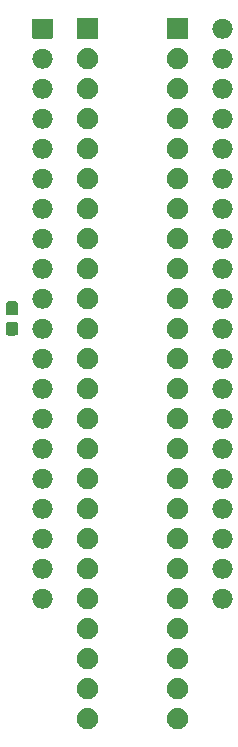
<source format=gbr>
G04 #@! TF.GenerationSoftware,KiCad,Pcbnew,7.0.11+dfsg-1build4*
G04 #@! TF.CreationDate,2024-12-04T21:16:19+09:00*
G04 #@! TF.ProjectId,bionic-z80,62696f6e-6963-42d7-9a38-302e6b696361,3*
G04 #@! TF.SameCoordinates,Original*
G04 #@! TF.FileFunction,Soldermask,Bot*
G04 #@! TF.FilePolarity,Negative*
%FSLAX46Y46*%
G04 Gerber Fmt 4.6, Leading zero omitted, Abs format (unit mm)*
G04 Created by KiCad (PCBNEW 7.0.11+dfsg-1build4) date 2024-12-04 21:16:19*
%MOMM*%
%LPD*%
G01*
G04 APERTURE LIST*
G04 APERTURE END LIST*
G36*
X109933983Y-132603936D02*
G01*
X109984180Y-132603936D01*
X110027524Y-132613149D01*
X110065659Y-132616905D01*
X110113566Y-132631437D01*
X110168424Y-132643098D01*
X110203530Y-132658728D01*
X110234566Y-132668143D01*
X110283884Y-132694504D01*
X110340500Y-132719711D01*
X110366822Y-132738835D01*
X110390232Y-132751348D01*
X110437988Y-132790540D01*
X110492887Y-132830427D01*
X110510711Y-132850223D01*
X110526675Y-132863324D01*
X110569572Y-132915594D01*
X110618924Y-132970405D01*
X110629292Y-132988363D01*
X110638651Y-132999767D01*
X110673273Y-133064542D01*
X110713104Y-133133530D01*
X110717685Y-133147630D01*
X110721856Y-133155433D01*
X110744852Y-133231242D01*
X110771311Y-133312672D01*
X110772242Y-133321532D01*
X110773094Y-133324340D01*
X110781384Y-133408513D01*
X110791000Y-133500000D01*
X110781383Y-133591494D01*
X110773094Y-133675659D01*
X110772242Y-133678466D01*
X110771311Y-133687328D01*
X110744848Y-133768771D01*
X110721856Y-133844566D01*
X110717686Y-133852366D01*
X110713104Y-133866470D01*
X110673266Y-133935470D01*
X110638651Y-134000232D01*
X110629294Y-134011633D01*
X110618924Y-134029595D01*
X110569563Y-134084415D01*
X110526675Y-134136675D01*
X110510714Y-134149773D01*
X110492887Y-134169573D01*
X110437977Y-134209467D01*
X110390232Y-134248651D01*
X110366827Y-134261161D01*
X110340500Y-134280289D01*
X110283873Y-134305500D01*
X110234566Y-134331856D01*
X110203537Y-134341268D01*
X110168424Y-134356902D01*
X110113555Y-134368564D01*
X110065659Y-134383094D01*
X110027532Y-134386849D01*
X109984180Y-134396064D01*
X109933973Y-134396064D01*
X109890000Y-134400395D01*
X109846027Y-134396064D01*
X109795820Y-134396064D01*
X109752467Y-134386849D01*
X109714340Y-134383094D01*
X109666441Y-134368563D01*
X109611576Y-134356902D01*
X109576464Y-134341269D01*
X109545433Y-134331856D01*
X109496120Y-134305498D01*
X109439500Y-134280289D01*
X109413175Y-134261163D01*
X109389767Y-134248651D01*
X109342013Y-134209460D01*
X109287113Y-134169573D01*
X109269287Y-134149776D01*
X109253324Y-134136675D01*
X109210425Y-134084402D01*
X109161076Y-134029595D01*
X109150708Y-134011637D01*
X109141348Y-134000232D01*
X109106719Y-133935447D01*
X109066896Y-133866470D01*
X109062315Y-133852371D01*
X109058143Y-133844566D01*
X109035136Y-133768725D01*
X109008689Y-133687328D01*
X109007758Y-133678471D01*
X109006905Y-133675659D01*
X108998600Y-133591342D01*
X108989000Y-133500000D01*
X108998599Y-133408664D01*
X109006905Y-133324340D01*
X109007758Y-133321527D01*
X109008689Y-133312672D01*
X109035132Y-133231288D01*
X109058143Y-133155433D01*
X109062315Y-133147626D01*
X109066896Y-133133530D01*
X109106712Y-133064565D01*
X109141348Y-132999767D01*
X109150710Y-132988359D01*
X109161076Y-132970405D01*
X109210416Y-132915607D01*
X109253324Y-132863324D01*
X109269291Y-132850219D01*
X109287113Y-132830427D01*
X109342002Y-132790546D01*
X109389767Y-132751348D01*
X109413180Y-132738833D01*
X109439500Y-132719711D01*
X109496109Y-132694506D01*
X109545433Y-132668143D01*
X109576471Y-132658727D01*
X109611576Y-132643098D01*
X109666430Y-132631438D01*
X109714340Y-132616905D01*
X109752476Y-132613148D01*
X109795820Y-132603936D01*
X109846016Y-132603936D01*
X109890000Y-132599604D01*
X109933983Y-132603936D01*
G37*
G36*
X117553983Y-132603936D02*
G01*
X117604180Y-132603936D01*
X117647524Y-132613149D01*
X117685659Y-132616905D01*
X117733566Y-132631437D01*
X117788424Y-132643098D01*
X117823530Y-132658728D01*
X117854566Y-132668143D01*
X117903884Y-132694504D01*
X117960500Y-132719711D01*
X117986822Y-132738835D01*
X118010232Y-132751348D01*
X118057988Y-132790540D01*
X118112887Y-132830427D01*
X118130711Y-132850223D01*
X118146675Y-132863324D01*
X118189572Y-132915594D01*
X118238924Y-132970405D01*
X118249292Y-132988363D01*
X118258651Y-132999767D01*
X118293273Y-133064542D01*
X118333104Y-133133530D01*
X118337685Y-133147630D01*
X118341856Y-133155433D01*
X118364852Y-133231242D01*
X118391311Y-133312672D01*
X118392242Y-133321532D01*
X118393094Y-133324340D01*
X118401384Y-133408513D01*
X118411000Y-133500000D01*
X118401383Y-133591494D01*
X118393094Y-133675659D01*
X118392242Y-133678466D01*
X118391311Y-133687328D01*
X118364848Y-133768771D01*
X118341856Y-133844566D01*
X118337686Y-133852366D01*
X118333104Y-133866470D01*
X118293266Y-133935470D01*
X118258651Y-134000232D01*
X118249294Y-134011633D01*
X118238924Y-134029595D01*
X118189563Y-134084415D01*
X118146675Y-134136675D01*
X118130714Y-134149773D01*
X118112887Y-134169573D01*
X118057977Y-134209467D01*
X118010232Y-134248651D01*
X117986827Y-134261161D01*
X117960500Y-134280289D01*
X117903873Y-134305500D01*
X117854566Y-134331856D01*
X117823537Y-134341268D01*
X117788424Y-134356902D01*
X117733555Y-134368564D01*
X117685659Y-134383094D01*
X117647532Y-134386849D01*
X117604180Y-134396064D01*
X117553973Y-134396064D01*
X117510000Y-134400395D01*
X117466027Y-134396064D01*
X117415820Y-134396064D01*
X117372467Y-134386849D01*
X117334340Y-134383094D01*
X117286441Y-134368563D01*
X117231576Y-134356902D01*
X117196464Y-134341269D01*
X117165433Y-134331856D01*
X117116120Y-134305498D01*
X117059500Y-134280289D01*
X117033175Y-134261163D01*
X117009767Y-134248651D01*
X116962013Y-134209460D01*
X116907113Y-134169573D01*
X116889287Y-134149776D01*
X116873324Y-134136675D01*
X116830425Y-134084402D01*
X116781076Y-134029595D01*
X116770708Y-134011637D01*
X116761348Y-134000232D01*
X116726719Y-133935447D01*
X116686896Y-133866470D01*
X116682315Y-133852371D01*
X116678143Y-133844566D01*
X116655136Y-133768725D01*
X116628689Y-133687328D01*
X116627758Y-133678471D01*
X116626905Y-133675659D01*
X116618600Y-133591342D01*
X116609000Y-133500000D01*
X116618599Y-133408664D01*
X116626905Y-133324340D01*
X116627758Y-133321527D01*
X116628689Y-133312672D01*
X116655132Y-133231288D01*
X116678143Y-133155433D01*
X116682315Y-133147626D01*
X116686896Y-133133530D01*
X116726712Y-133064565D01*
X116761348Y-132999767D01*
X116770710Y-132988359D01*
X116781076Y-132970405D01*
X116830416Y-132915607D01*
X116873324Y-132863324D01*
X116889291Y-132850219D01*
X116907113Y-132830427D01*
X116962002Y-132790546D01*
X117009767Y-132751348D01*
X117033180Y-132738833D01*
X117059500Y-132719711D01*
X117116109Y-132694506D01*
X117165433Y-132668143D01*
X117196471Y-132658727D01*
X117231576Y-132643098D01*
X117286430Y-132631438D01*
X117334340Y-132616905D01*
X117372476Y-132613148D01*
X117415820Y-132603936D01*
X117466016Y-132603936D01*
X117510000Y-132599604D01*
X117553983Y-132603936D01*
G37*
G36*
X109933983Y-130063936D02*
G01*
X109984180Y-130063936D01*
X110027524Y-130073149D01*
X110065659Y-130076905D01*
X110113566Y-130091437D01*
X110168424Y-130103098D01*
X110203530Y-130118728D01*
X110234566Y-130128143D01*
X110283884Y-130154504D01*
X110340500Y-130179711D01*
X110366822Y-130198835D01*
X110390232Y-130211348D01*
X110437988Y-130250540D01*
X110492887Y-130290427D01*
X110510711Y-130310223D01*
X110526675Y-130323324D01*
X110569572Y-130375594D01*
X110618924Y-130430405D01*
X110629292Y-130448363D01*
X110638651Y-130459767D01*
X110673273Y-130524542D01*
X110713104Y-130593530D01*
X110717685Y-130607630D01*
X110721856Y-130615433D01*
X110744852Y-130691242D01*
X110771311Y-130772672D01*
X110772242Y-130781532D01*
X110773094Y-130784340D01*
X110781384Y-130868513D01*
X110791000Y-130960000D01*
X110781383Y-131051494D01*
X110773094Y-131135659D01*
X110772242Y-131138466D01*
X110771311Y-131147328D01*
X110744848Y-131228771D01*
X110721856Y-131304566D01*
X110717686Y-131312366D01*
X110713104Y-131326470D01*
X110673266Y-131395470D01*
X110638651Y-131460232D01*
X110629294Y-131471633D01*
X110618924Y-131489595D01*
X110569563Y-131544415D01*
X110526675Y-131596675D01*
X110510714Y-131609773D01*
X110492887Y-131629573D01*
X110437977Y-131669467D01*
X110390232Y-131708651D01*
X110366827Y-131721161D01*
X110340500Y-131740289D01*
X110283873Y-131765500D01*
X110234566Y-131791856D01*
X110203537Y-131801268D01*
X110168424Y-131816902D01*
X110113555Y-131828564D01*
X110065659Y-131843094D01*
X110027532Y-131846849D01*
X109984180Y-131856064D01*
X109933973Y-131856064D01*
X109890000Y-131860395D01*
X109846027Y-131856064D01*
X109795820Y-131856064D01*
X109752467Y-131846849D01*
X109714340Y-131843094D01*
X109666441Y-131828563D01*
X109611576Y-131816902D01*
X109576464Y-131801269D01*
X109545433Y-131791856D01*
X109496120Y-131765498D01*
X109439500Y-131740289D01*
X109413175Y-131721163D01*
X109389767Y-131708651D01*
X109342013Y-131669460D01*
X109287113Y-131629573D01*
X109269287Y-131609776D01*
X109253324Y-131596675D01*
X109210425Y-131544402D01*
X109161076Y-131489595D01*
X109150708Y-131471637D01*
X109141348Y-131460232D01*
X109106719Y-131395447D01*
X109066896Y-131326470D01*
X109062315Y-131312371D01*
X109058143Y-131304566D01*
X109035136Y-131228725D01*
X109008689Y-131147328D01*
X109007758Y-131138471D01*
X109006905Y-131135659D01*
X108998600Y-131051342D01*
X108989000Y-130960000D01*
X108998599Y-130868664D01*
X109006905Y-130784340D01*
X109007758Y-130781527D01*
X109008689Y-130772672D01*
X109035132Y-130691288D01*
X109058143Y-130615433D01*
X109062315Y-130607626D01*
X109066896Y-130593530D01*
X109106712Y-130524565D01*
X109141348Y-130459767D01*
X109150710Y-130448359D01*
X109161076Y-130430405D01*
X109210416Y-130375607D01*
X109253324Y-130323324D01*
X109269291Y-130310219D01*
X109287113Y-130290427D01*
X109342002Y-130250546D01*
X109389767Y-130211348D01*
X109413180Y-130198833D01*
X109439500Y-130179711D01*
X109496109Y-130154506D01*
X109545433Y-130128143D01*
X109576471Y-130118727D01*
X109611576Y-130103098D01*
X109666430Y-130091438D01*
X109714340Y-130076905D01*
X109752476Y-130073148D01*
X109795820Y-130063936D01*
X109846016Y-130063936D01*
X109890000Y-130059604D01*
X109933983Y-130063936D01*
G37*
G36*
X117553983Y-130063936D02*
G01*
X117604180Y-130063936D01*
X117647524Y-130073149D01*
X117685659Y-130076905D01*
X117733566Y-130091437D01*
X117788424Y-130103098D01*
X117823530Y-130118728D01*
X117854566Y-130128143D01*
X117903884Y-130154504D01*
X117960500Y-130179711D01*
X117986822Y-130198835D01*
X118010232Y-130211348D01*
X118057988Y-130250540D01*
X118112887Y-130290427D01*
X118130711Y-130310223D01*
X118146675Y-130323324D01*
X118189572Y-130375594D01*
X118238924Y-130430405D01*
X118249292Y-130448363D01*
X118258651Y-130459767D01*
X118293273Y-130524542D01*
X118333104Y-130593530D01*
X118337685Y-130607630D01*
X118341856Y-130615433D01*
X118364852Y-130691242D01*
X118391311Y-130772672D01*
X118392242Y-130781532D01*
X118393094Y-130784340D01*
X118401384Y-130868513D01*
X118411000Y-130960000D01*
X118401383Y-131051494D01*
X118393094Y-131135659D01*
X118392242Y-131138466D01*
X118391311Y-131147328D01*
X118364848Y-131228771D01*
X118341856Y-131304566D01*
X118337686Y-131312366D01*
X118333104Y-131326470D01*
X118293266Y-131395470D01*
X118258651Y-131460232D01*
X118249294Y-131471633D01*
X118238924Y-131489595D01*
X118189563Y-131544415D01*
X118146675Y-131596675D01*
X118130714Y-131609773D01*
X118112887Y-131629573D01*
X118057977Y-131669467D01*
X118010232Y-131708651D01*
X117986827Y-131721161D01*
X117960500Y-131740289D01*
X117903873Y-131765500D01*
X117854566Y-131791856D01*
X117823537Y-131801268D01*
X117788424Y-131816902D01*
X117733555Y-131828564D01*
X117685659Y-131843094D01*
X117647532Y-131846849D01*
X117604180Y-131856064D01*
X117553973Y-131856064D01*
X117510000Y-131860395D01*
X117466027Y-131856064D01*
X117415820Y-131856064D01*
X117372467Y-131846849D01*
X117334340Y-131843094D01*
X117286441Y-131828563D01*
X117231576Y-131816902D01*
X117196464Y-131801269D01*
X117165433Y-131791856D01*
X117116120Y-131765498D01*
X117059500Y-131740289D01*
X117033175Y-131721163D01*
X117009767Y-131708651D01*
X116962013Y-131669460D01*
X116907113Y-131629573D01*
X116889287Y-131609776D01*
X116873324Y-131596675D01*
X116830425Y-131544402D01*
X116781076Y-131489595D01*
X116770708Y-131471637D01*
X116761348Y-131460232D01*
X116726719Y-131395447D01*
X116686896Y-131326470D01*
X116682315Y-131312371D01*
X116678143Y-131304566D01*
X116655136Y-131228725D01*
X116628689Y-131147328D01*
X116627758Y-131138471D01*
X116626905Y-131135659D01*
X116618600Y-131051342D01*
X116609000Y-130960000D01*
X116618599Y-130868664D01*
X116626905Y-130784340D01*
X116627758Y-130781527D01*
X116628689Y-130772672D01*
X116655132Y-130691288D01*
X116678143Y-130615433D01*
X116682315Y-130607626D01*
X116686896Y-130593530D01*
X116726712Y-130524565D01*
X116761348Y-130459767D01*
X116770710Y-130448359D01*
X116781076Y-130430405D01*
X116830416Y-130375607D01*
X116873324Y-130323324D01*
X116889291Y-130310219D01*
X116907113Y-130290427D01*
X116962002Y-130250546D01*
X117009767Y-130211348D01*
X117033180Y-130198833D01*
X117059500Y-130179711D01*
X117116109Y-130154506D01*
X117165433Y-130128143D01*
X117196471Y-130118727D01*
X117231576Y-130103098D01*
X117286430Y-130091438D01*
X117334340Y-130076905D01*
X117372476Y-130073148D01*
X117415820Y-130063936D01*
X117466016Y-130063936D01*
X117510000Y-130059604D01*
X117553983Y-130063936D01*
G37*
G36*
X109933983Y-127523936D02*
G01*
X109984180Y-127523936D01*
X110027524Y-127533149D01*
X110065659Y-127536905D01*
X110113566Y-127551437D01*
X110168424Y-127563098D01*
X110203530Y-127578728D01*
X110234566Y-127588143D01*
X110283884Y-127614504D01*
X110340500Y-127639711D01*
X110366822Y-127658835D01*
X110390232Y-127671348D01*
X110437988Y-127710540D01*
X110492887Y-127750427D01*
X110510711Y-127770223D01*
X110526675Y-127783324D01*
X110569572Y-127835594D01*
X110618924Y-127890405D01*
X110629292Y-127908363D01*
X110638651Y-127919767D01*
X110673273Y-127984542D01*
X110713104Y-128053530D01*
X110717685Y-128067630D01*
X110721856Y-128075433D01*
X110744852Y-128151242D01*
X110771311Y-128232672D01*
X110772242Y-128241532D01*
X110773094Y-128244340D01*
X110781384Y-128328513D01*
X110791000Y-128420000D01*
X110781383Y-128511494D01*
X110773094Y-128595659D01*
X110772242Y-128598466D01*
X110771311Y-128607328D01*
X110744848Y-128688771D01*
X110721856Y-128764566D01*
X110717686Y-128772366D01*
X110713104Y-128786470D01*
X110673266Y-128855470D01*
X110638651Y-128920232D01*
X110629294Y-128931633D01*
X110618924Y-128949595D01*
X110569563Y-129004415D01*
X110526675Y-129056675D01*
X110510714Y-129069773D01*
X110492887Y-129089573D01*
X110437977Y-129129467D01*
X110390232Y-129168651D01*
X110366827Y-129181161D01*
X110340500Y-129200289D01*
X110283873Y-129225500D01*
X110234566Y-129251856D01*
X110203537Y-129261268D01*
X110168424Y-129276902D01*
X110113555Y-129288564D01*
X110065659Y-129303094D01*
X110027532Y-129306849D01*
X109984180Y-129316064D01*
X109933973Y-129316064D01*
X109890000Y-129320395D01*
X109846027Y-129316064D01*
X109795820Y-129316064D01*
X109752467Y-129306849D01*
X109714340Y-129303094D01*
X109666441Y-129288563D01*
X109611576Y-129276902D01*
X109576464Y-129261269D01*
X109545433Y-129251856D01*
X109496120Y-129225498D01*
X109439500Y-129200289D01*
X109413175Y-129181163D01*
X109389767Y-129168651D01*
X109342013Y-129129460D01*
X109287113Y-129089573D01*
X109269287Y-129069776D01*
X109253324Y-129056675D01*
X109210425Y-129004402D01*
X109161076Y-128949595D01*
X109150708Y-128931637D01*
X109141348Y-128920232D01*
X109106719Y-128855447D01*
X109066896Y-128786470D01*
X109062315Y-128772371D01*
X109058143Y-128764566D01*
X109035136Y-128688725D01*
X109008689Y-128607328D01*
X109007758Y-128598471D01*
X109006905Y-128595659D01*
X108998600Y-128511342D01*
X108989000Y-128420000D01*
X108998599Y-128328664D01*
X109006905Y-128244340D01*
X109007758Y-128241527D01*
X109008689Y-128232672D01*
X109035132Y-128151288D01*
X109058143Y-128075433D01*
X109062315Y-128067626D01*
X109066896Y-128053530D01*
X109106712Y-127984565D01*
X109141348Y-127919767D01*
X109150710Y-127908359D01*
X109161076Y-127890405D01*
X109210416Y-127835607D01*
X109253324Y-127783324D01*
X109269291Y-127770219D01*
X109287113Y-127750427D01*
X109342002Y-127710546D01*
X109389767Y-127671348D01*
X109413180Y-127658833D01*
X109439500Y-127639711D01*
X109496109Y-127614506D01*
X109545433Y-127588143D01*
X109576471Y-127578727D01*
X109611576Y-127563098D01*
X109666430Y-127551438D01*
X109714340Y-127536905D01*
X109752476Y-127533148D01*
X109795820Y-127523936D01*
X109846016Y-127523936D01*
X109890000Y-127519604D01*
X109933983Y-127523936D01*
G37*
G36*
X117553983Y-127523936D02*
G01*
X117604180Y-127523936D01*
X117647524Y-127533149D01*
X117685659Y-127536905D01*
X117733566Y-127551437D01*
X117788424Y-127563098D01*
X117823530Y-127578728D01*
X117854566Y-127588143D01*
X117903884Y-127614504D01*
X117960500Y-127639711D01*
X117986822Y-127658835D01*
X118010232Y-127671348D01*
X118057988Y-127710540D01*
X118112887Y-127750427D01*
X118130711Y-127770223D01*
X118146675Y-127783324D01*
X118189572Y-127835594D01*
X118238924Y-127890405D01*
X118249292Y-127908363D01*
X118258651Y-127919767D01*
X118293273Y-127984542D01*
X118333104Y-128053530D01*
X118337685Y-128067630D01*
X118341856Y-128075433D01*
X118364852Y-128151242D01*
X118391311Y-128232672D01*
X118392242Y-128241532D01*
X118393094Y-128244340D01*
X118401384Y-128328513D01*
X118411000Y-128420000D01*
X118401383Y-128511494D01*
X118393094Y-128595659D01*
X118392242Y-128598466D01*
X118391311Y-128607328D01*
X118364848Y-128688771D01*
X118341856Y-128764566D01*
X118337686Y-128772366D01*
X118333104Y-128786470D01*
X118293266Y-128855470D01*
X118258651Y-128920232D01*
X118249294Y-128931633D01*
X118238924Y-128949595D01*
X118189563Y-129004415D01*
X118146675Y-129056675D01*
X118130714Y-129069773D01*
X118112887Y-129089573D01*
X118057977Y-129129467D01*
X118010232Y-129168651D01*
X117986827Y-129181161D01*
X117960500Y-129200289D01*
X117903873Y-129225500D01*
X117854566Y-129251856D01*
X117823537Y-129261268D01*
X117788424Y-129276902D01*
X117733555Y-129288564D01*
X117685659Y-129303094D01*
X117647532Y-129306849D01*
X117604180Y-129316064D01*
X117553973Y-129316064D01*
X117510000Y-129320395D01*
X117466027Y-129316064D01*
X117415820Y-129316064D01*
X117372467Y-129306849D01*
X117334340Y-129303094D01*
X117286441Y-129288563D01*
X117231576Y-129276902D01*
X117196464Y-129261269D01*
X117165433Y-129251856D01*
X117116120Y-129225498D01*
X117059500Y-129200289D01*
X117033175Y-129181163D01*
X117009767Y-129168651D01*
X116962013Y-129129460D01*
X116907113Y-129089573D01*
X116889287Y-129069776D01*
X116873324Y-129056675D01*
X116830425Y-129004402D01*
X116781076Y-128949595D01*
X116770708Y-128931637D01*
X116761348Y-128920232D01*
X116726719Y-128855447D01*
X116686896Y-128786470D01*
X116682315Y-128772371D01*
X116678143Y-128764566D01*
X116655136Y-128688725D01*
X116628689Y-128607328D01*
X116627758Y-128598471D01*
X116626905Y-128595659D01*
X116618600Y-128511342D01*
X116609000Y-128420000D01*
X116618599Y-128328664D01*
X116626905Y-128244340D01*
X116627758Y-128241527D01*
X116628689Y-128232672D01*
X116655132Y-128151288D01*
X116678143Y-128075433D01*
X116682315Y-128067626D01*
X116686896Y-128053530D01*
X116726712Y-127984565D01*
X116761348Y-127919767D01*
X116770710Y-127908359D01*
X116781076Y-127890405D01*
X116830416Y-127835607D01*
X116873324Y-127783324D01*
X116889291Y-127770219D01*
X116907113Y-127750427D01*
X116962002Y-127710546D01*
X117009767Y-127671348D01*
X117033180Y-127658833D01*
X117059500Y-127639711D01*
X117116109Y-127614506D01*
X117165433Y-127588143D01*
X117196471Y-127578727D01*
X117231576Y-127563098D01*
X117286430Y-127551438D01*
X117334340Y-127536905D01*
X117372476Y-127533148D01*
X117415820Y-127523936D01*
X117466016Y-127523936D01*
X117510000Y-127519604D01*
X117553983Y-127523936D01*
G37*
G36*
X109933983Y-124983936D02*
G01*
X109984180Y-124983936D01*
X110027524Y-124993149D01*
X110065659Y-124996905D01*
X110113566Y-125011437D01*
X110168424Y-125023098D01*
X110203530Y-125038728D01*
X110234566Y-125048143D01*
X110283884Y-125074504D01*
X110340500Y-125099711D01*
X110366822Y-125118835D01*
X110390232Y-125131348D01*
X110437988Y-125170540D01*
X110492887Y-125210427D01*
X110510711Y-125230223D01*
X110526675Y-125243324D01*
X110569572Y-125295594D01*
X110618924Y-125350405D01*
X110629292Y-125368363D01*
X110638651Y-125379767D01*
X110673273Y-125444542D01*
X110713104Y-125513530D01*
X110717685Y-125527630D01*
X110721856Y-125535433D01*
X110744852Y-125611242D01*
X110771311Y-125692672D01*
X110772242Y-125701532D01*
X110773094Y-125704340D01*
X110781384Y-125788513D01*
X110791000Y-125880000D01*
X110781383Y-125971494D01*
X110773094Y-126055659D01*
X110772242Y-126058466D01*
X110771311Y-126067328D01*
X110744848Y-126148771D01*
X110721856Y-126224566D01*
X110717686Y-126232366D01*
X110713104Y-126246470D01*
X110673266Y-126315470D01*
X110638651Y-126380232D01*
X110629294Y-126391633D01*
X110618924Y-126409595D01*
X110569563Y-126464415D01*
X110526675Y-126516675D01*
X110510714Y-126529773D01*
X110492887Y-126549573D01*
X110437977Y-126589467D01*
X110390232Y-126628651D01*
X110366827Y-126641161D01*
X110340500Y-126660289D01*
X110283873Y-126685500D01*
X110234566Y-126711856D01*
X110203537Y-126721268D01*
X110168424Y-126736902D01*
X110113555Y-126748564D01*
X110065659Y-126763094D01*
X110027532Y-126766849D01*
X109984180Y-126776064D01*
X109933973Y-126776064D01*
X109890000Y-126780395D01*
X109846027Y-126776064D01*
X109795820Y-126776064D01*
X109752467Y-126766849D01*
X109714340Y-126763094D01*
X109666441Y-126748563D01*
X109611576Y-126736902D01*
X109576464Y-126721269D01*
X109545433Y-126711856D01*
X109496120Y-126685498D01*
X109439500Y-126660289D01*
X109413175Y-126641163D01*
X109389767Y-126628651D01*
X109342013Y-126589460D01*
X109287113Y-126549573D01*
X109269287Y-126529776D01*
X109253324Y-126516675D01*
X109210425Y-126464402D01*
X109161076Y-126409595D01*
X109150708Y-126391637D01*
X109141348Y-126380232D01*
X109106719Y-126315447D01*
X109066896Y-126246470D01*
X109062315Y-126232371D01*
X109058143Y-126224566D01*
X109035136Y-126148725D01*
X109008689Y-126067328D01*
X109007758Y-126058471D01*
X109006905Y-126055659D01*
X108998600Y-125971342D01*
X108989000Y-125880000D01*
X108998599Y-125788664D01*
X109006905Y-125704340D01*
X109007758Y-125701527D01*
X109008689Y-125692672D01*
X109035132Y-125611288D01*
X109058143Y-125535433D01*
X109062315Y-125527626D01*
X109066896Y-125513530D01*
X109106712Y-125444565D01*
X109141348Y-125379767D01*
X109150710Y-125368359D01*
X109161076Y-125350405D01*
X109210416Y-125295607D01*
X109253324Y-125243324D01*
X109269291Y-125230219D01*
X109287113Y-125210427D01*
X109342002Y-125170546D01*
X109389767Y-125131348D01*
X109413180Y-125118833D01*
X109439500Y-125099711D01*
X109496109Y-125074506D01*
X109545433Y-125048143D01*
X109576471Y-125038727D01*
X109611576Y-125023098D01*
X109666430Y-125011438D01*
X109714340Y-124996905D01*
X109752476Y-124993148D01*
X109795820Y-124983936D01*
X109846016Y-124983936D01*
X109890000Y-124979604D01*
X109933983Y-124983936D01*
G37*
G36*
X117553983Y-124983936D02*
G01*
X117604180Y-124983936D01*
X117647524Y-124993149D01*
X117685659Y-124996905D01*
X117733566Y-125011437D01*
X117788424Y-125023098D01*
X117823530Y-125038728D01*
X117854566Y-125048143D01*
X117903884Y-125074504D01*
X117960500Y-125099711D01*
X117986822Y-125118835D01*
X118010232Y-125131348D01*
X118057988Y-125170540D01*
X118112887Y-125210427D01*
X118130711Y-125230223D01*
X118146675Y-125243324D01*
X118189572Y-125295594D01*
X118238924Y-125350405D01*
X118249292Y-125368363D01*
X118258651Y-125379767D01*
X118293273Y-125444542D01*
X118333104Y-125513530D01*
X118337685Y-125527630D01*
X118341856Y-125535433D01*
X118364852Y-125611242D01*
X118391311Y-125692672D01*
X118392242Y-125701532D01*
X118393094Y-125704340D01*
X118401384Y-125788513D01*
X118411000Y-125880000D01*
X118401383Y-125971494D01*
X118393094Y-126055659D01*
X118392242Y-126058466D01*
X118391311Y-126067328D01*
X118364848Y-126148771D01*
X118341856Y-126224566D01*
X118337686Y-126232366D01*
X118333104Y-126246470D01*
X118293266Y-126315470D01*
X118258651Y-126380232D01*
X118249294Y-126391633D01*
X118238924Y-126409595D01*
X118189563Y-126464415D01*
X118146675Y-126516675D01*
X118130714Y-126529773D01*
X118112887Y-126549573D01*
X118057977Y-126589467D01*
X118010232Y-126628651D01*
X117986827Y-126641161D01*
X117960500Y-126660289D01*
X117903873Y-126685500D01*
X117854566Y-126711856D01*
X117823537Y-126721268D01*
X117788424Y-126736902D01*
X117733555Y-126748564D01*
X117685659Y-126763094D01*
X117647532Y-126766849D01*
X117604180Y-126776064D01*
X117553973Y-126776064D01*
X117510000Y-126780395D01*
X117466027Y-126776064D01*
X117415820Y-126776064D01*
X117372467Y-126766849D01*
X117334340Y-126763094D01*
X117286441Y-126748563D01*
X117231576Y-126736902D01*
X117196464Y-126721269D01*
X117165433Y-126711856D01*
X117116120Y-126685498D01*
X117059500Y-126660289D01*
X117033175Y-126641163D01*
X117009767Y-126628651D01*
X116962013Y-126589460D01*
X116907113Y-126549573D01*
X116889287Y-126529776D01*
X116873324Y-126516675D01*
X116830425Y-126464402D01*
X116781076Y-126409595D01*
X116770708Y-126391637D01*
X116761348Y-126380232D01*
X116726719Y-126315447D01*
X116686896Y-126246470D01*
X116682315Y-126232371D01*
X116678143Y-126224566D01*
X116655136Y-126148725D01*
X116628689Y-126067328D01*
X116627758Y-126058471D01*
X116626905Y-126055659D01*
X116618600Y-125971342D01*
X116609000Y-125880000D01*
X116618599Y-125788664D01*
X116626905Y-125704340D01*
X116627758Y-125701527D01*
X116628689Y-125692672D01*
X116655132Y-125611288D01*
X116678143Y-125535433D01*
X116682315Y-125527626D01*
X116686896Y-125513530D01*
X116726712Y-125444565D01*
X116761348Y-125379767D01*
X116770710Y-125368359D01*
X116781076Y-125350405D01*
X116830416Y-125295607D01*
X116873324Y-125243324D01*
X116889291Y-125230219D01*
X116907113Y-125210427D01*
X116962002Y-125170546D01*
X117009767Y-125131348D01*
X117033180Y-125118833D01*
X117059500Y-125099711D01*
X117116109Y-125074506D01*
X117165433Y-125048143D01*
X117196471Y-125038727D01*
X117231576Y-125023098D01*
X117286430Y-125011438D01*
X117334340Y-124996905D01*
X117372476Y-124993148D01*
X117415820Y-124983936D01*
X117466016Y-124983936D01*
X117510000Y-124979604D01*
X117553983Y-124983936D01*
G37*
G36*
X109933983Y-122443936D02*
G01*
X109984180Y-122443936D01*
X110027524Y-122453149D01*
X110065659Y-122456905D01*
X110113566Y-122471437D01*
X110168424Y-122483098D01*
X110203530Y-122498728D01*
X110234566Y-122508143D01*
X110283884Y-122534504D01*
X110340500Y-122559711D01*
X110366822Y-122578835D01*
X110390232Y-122591348D01*
X110437988Y-122630540D01*
X110492887Y-122670427D01*
X110510711Y-122690223D01*
X110526675Y-122703324D01*
X110569572Y-122755594D01*
X110618924Y-122810405D01*
X110629292Y-122828363D01*
X110638651Y-122839767D01*
X110673273Y-122904542D01*
X110713104Y-122973530D01*
X110717685Y-122987630D01*
X110721856Y-122995433D01*
X110744852Y-123071242D01*
X110771311Y-123152672D01*
X110772242Y-123161532D01*
X110773094Y-123164340D01*
X110781384Y-123248513D01*
X110791000Y-123340000D01*
X110781383Y-123431494D01*
X110773094Y-123515659D01*
X110772242Y-123518466D01*
X110771311Y-123527328D01*
X110744848Y-123608771D01*
X110721856Y-123684566D01*
X110717686Y-123692366D01*
X110713104Y-123706470D01*
X110673266Y-123775470D01*
X110638651Y-123840232D01*
X110629294Y-123851633D01*
X110618924Y-123869595D01*
X110569563Y-123924415D01*
X110526675Y-123976675D01*
X110510714Y-123989773D01*
X110492887Y-124009573D01*
X110437977Y-124049467D01*
X110390232Y-124088651D01*
X110366827Y-124101161D01*
X110340500Y-124120289D01*
X110283873Y-124145500D01*
X110234566Y-124171856D01*
X110203537Y-124181268D01*
X110168424Y-124196902D01*
X110113555Y-124208564D01*
X110065659Y-124223094D01*
X110027532Y-124226849D01*
X109984180Y-124236064D01*
X109933973Y-124236064D01*
X109890000Y-124240395D01*
X109846027Y-124236064D01*
X109795820Y-124236064D01*
X109752467Y-124226849D01*
X109714340Y-124223094D01*
X109666441Y-124208563D01*
X109611576Y-124196902D01*
X109576464Y-124181269D01*
X109545433Y-124171856D01*
X109496120Y-124145498D01*
X109439500Y-124120289D01*
X109413175Y-124101163D01*
X109389767Y-124088651D01*
X109342013Y-124049460D01*
X109287113Y-124009573D01*
X109269287Y-123989776D01*
X109253324Y-123976675D01*
X109210425Y-123924402D01*
X109161076Y-123869595D01*
X109150708Y-123851637D01*
X109141348Y-123840232D01*
X109106719Y-123775447D01*
X109066896Y-123706470D01*
X109062315Y-123692371D01*
X109058143Y-123684566D01*
X109035136Y-123608725D01*
X109008689Y-123527328D01*
X109007758Y-123518471D01*
X109006905Y-123515659D01*
X108998600Y-123431342D01*
X108989000Y-123340000D01*
X108998599Y-123248664D01*
X109006905Y-123164340D01*
X109007758Y-123161527D01*
X109008689Y-123152672D01*
X109035132Y-123071288D01*
X109058143Y-122995433D01*
X109062315Y-122987626D01*
X109066896Y-122973530D01*
X109106712Y-122904565D01*
X109141348Y-122839767D01*
X109150710Y-122828359D01*
X109161076Y-122810405D01*
X109210416Y-122755607D01*
X109253324Y-122703324D01*
X109269291Y-122690219D01*
X109287113Y-122670427D01*
X109342002Y-122630546D01*
X109389767Y-122591348D01*
X109413180Y-122578833D01*
X109439500Y-122559711D01*
X109496109Y-122534506D01*
X109545433Y-122508143D01*
X109576471Y-122498727D01*
X109611576Y-122483098D01*
X109666430Y-122471438D01*
X109714340Y-122456905D01*
X109752476Y-122453148D01*
X109795820Y-122443936D01*
X109846016Y-122443936D01*
X109890000Y-122439604D01*
X109933983Y-122443936D01*
G37*
G36*
X117553983Y-122443936D02*
G01*
X117604180Y-122443936D01*
X117647524Y-122453149D01*
X117685659Y-122456905D01*
X117733566Y-122471437D01*
X117788424Y-122483098D01*
X117823530Y-122498728D01*
X117854566Y-122508143D01*
X117903884Y-122534504D01*
X117960500Y-122559711D01*
X117986822Y-122578835D01*
X118010232Y-122591348D01*
X118057988Y-122630540D01*
X118112887Y-122670427D01*
X118130711Y-122690223D01*
X118146675Y-122703324D01*
X118189572Y-122755594D01*
X118238924Y-122810405D01*
X118249292Y-122828363D01*
X118258651Y-122839767D01*
X118293273Y-122904542D01*
X118333104Y-122973530D01*
X118337685Y-122987630D01*
X118341856Y-122995433D01*
X118364852Y-123071242D01*
X118391311Y-123152672D01*
X118392242Y-123161532D01*
X118393094Y-123164340D01*
X118401384Y-123248513D01*
X118411000Y-123340000D01*
X118401383Y-123431494D01*
X118393094Y-123515659D01*
X118392242Y-123518466D01*
X118391311Y-123527328D01*
X118364848Y-123608771D01*
X118341856Y-123684566D01*
X118337686Y-123692366D01*
X118333104Y-123706470D01*
X118293266Y-123775470D01*
X118258651Y-123840232D01*
X118249294Y-123851633D01*
X118238924Y-123869595D01*
X118189563Y-123924415D01*
X118146675Y-123976675D01*
X118130714Y-123989773D01*
X118112887Y-124009573D01*
X118057977Y-124049467D01*
X118010232Y-124088651D01*
X117986827Y-124101161D01*
X117960500Y-124120289D01*
X117903873Y-124145500D01*
X117854566Y-124171856D01*
X117823537Y-124181268D01*
X117788424Y-124196902D01*
X117733555Y-124208564D01*
X117685659Y-124223094D01*
X117647532Y-124226849D01*
X117604180Y-124236064D01*
X117553973Y-124236064D01*
X117510000Y-124240395D01*
X117466027Y-124236064D01*
X117415820Y-124236064D01*
X117372467Y-124226849D01*
X117334340Y-124223094D01*
X117286441Y-124208563D01*
X117231576Y-124196902D01*
X117196464Y-124181269D01*
X117165433Y-124171856D01*
X117116120Y-124145498D01*
X117059500Y-124120289D01*
X117033175Y-124101163D01*
X117009767Y-124088651D01*
X116962013Y-124049460D01*
X116907113Y-124009573D01*
X116889287Y-123989776D01*
X116873324Y-123976675D01*
X116830425Y-123924402D01*
X116781076Y-123869595D01*
X116770708Y-123851637D01*
X116761348Y-123840232D01*
X116726719Y-123775447D01*
X116686896Y-123706470D01*
X116682315Y-123692371D01*
X116678143Y-123684566D01*
X116655136Y-123608725D01*
X116628689Y-123527328D01*
X116627758Y-123518471D01*
X116626905Y-123515659D01*
X116618600Y-123431342D01*
X116609000Y-123340000D01*
X116618599Y-123248664D01*
X116626905Y-123164340D01*
X116627758Y-123161527D01*
X116628689Y-123152672D01*
X116655132Y-123071288D01*
X116678143Y-122995433D01*
X116682315Y-122987626D01*
X116686896Y-122973530D01*
X116726712Y-122904565D01*
X116761348Y-122839767D01*
X116770710Y-122828359D01*
X116781076Y-122810405D01*
X116830416Y-122755607D01*
X116873324Y-122703324D01*
X116889291Y-122690219D01*
X116907113Y-122670427D01*
X116962002Y-122630546D01*
X117009767Y-122591348D01*
X117033180Y-122578833D01*
X117059500Y-122559711D01*
X117116109Y-122534506D01*
X117165433Y-122508143D01*
X117196471Y-122498727D01*
X117231576Y-122483098D01*
X117286430Y-122471438D01*
X117334340Y-122456905D01*
X117372476Y-122453148D01*
X117415820Y-122443936D01*
X117466016Y-122443936D01*
X117510000Y-122439604D01*
X117553983Y-122443936D01*
G37*
G36*
X106121199Y-122493662D02*
G01*
X106168954Y-122493662D01*
X106210194Y-122502427D01*
X106245901Y-122505945D01*
X106290759Y-122519552D01*
X106342973Y-122530651D01*
X106376384Y-122545526D01*
X106405435Y-122554339D01*
X106451602Y-122579015D01*
X106505500Y-122603012D01*
X106530554Y-122621215D01*
X106552453Y-122632920D01*
X106597128Y-122669584D01*
X106649430Y-122707584D01*
X106666411Y-122726443D01*
X106681320Y-122738679D01*
X106721387Y-122787501D01*
X106768473Y-122839795D01*
X106778364Y-122856927D01*
X106787079Y-122867546D01*
X106819306Y-122927840D01*
X106857427Y-122993867D01*
X106861813Y-123007368D01*
X106865660Y-123014564D01*
X106886861Y-123084455D01*
X106912404Y-123163067D01*
X106913303Y-123171623D01*
X106914054Y-123174098D01*
X106921371Y-123248389D01*
X106931000Y-123340000D01*
X106921370Y-123431619D01*
X106914054Y-123505901D01*
X106913303Y-123508375D01*
X106912404Y-123516933D01*
X106886856Y-123595558D01*
X106865660Y-123665435D01*
X106861814Y-123672629D01*
X106857427Y-123686133D01*
X106819299Y-123752172D01*
X106787079Y-123812453D01*
X106778366Y-123823069D01*
X106768473Y-123840205D01*
X106721378Y-123892509D01*
X106681320Y-123941320D01*
X106666414Y-123953552D01*
X106649430Y-123972416D01*
X106597118Y-124010423D01*
X106552453Y-124047079D01*
X106530559Y-124058780D01*
X106505500Y-124076988D01*
X106451591Y-124100989D01*
X106405435Y-124125660D01*
X106376391Y-124134470D01*
X106342973Y-124149349D01*
X106290748Y-124160449D01*
X106245901Y-124174054D01*
X106210203Y-124177570D01*
X106168954Y-124186338D01*
X106121188Y-124186338D01*
X106080000Y-124190395D01*
X106038811Y-124186338D01*
X105991046Y-124186338D01*
X105949797Y-124177570D01*
X105914098Y-124174054D01*
X105869248Y-124160448D01*
X105817027Y-124149349D01*
X105783610Y-124134471D01*
X105754564Y-124125660D01*
X105708402Y-124100986D01*
X105654500Y-124076988D01*
X105629443Y-124058783D01*
X105607546Y-124047079D01*
X105562873Y-124010416D01*
X105510570Y-123972416D01*
X105493588Y-123953555D01*
X105478679Y-123941320D01*
X105438610Y-123892496D01*
X105391527Y-123840205D01*
X105381636Y-123823073D01*
X105372920Y-123812453D01*
X105340687Y-123752148D01*
X105302573Y-123686133D01*
X105298186Y-123672634D01*
X105294339Y-123665435D01*
X105273128Y-123595512D01*
X105247596Y-123516933D01*
X105246697Y-123508380D01*
X105245945Y-123505901D01*
X105238613Y-123431467D01*
X105229000Y-123340000D01*
X105238612Y-123248540D01*
X105245945Y-123174098D01*
X105246697Y-123171618D01*
X105247596Y-123163067D01*
X105273123Y-123084502D01*
X105294339Y-123014564D01*
X105298187Y-123007363D01*
X105302573Y-122993867D01*
X105340680Y-122927863D01*
X105372920Y-122867546D01*
X105381638Y-122856923D01*
X105391527Y-122839795D01*
X105438601Y-122787513D01*
X105478679Y-122738679D01*
X105493591Y-122726440D01*
X105510570Y-122707584D01*
X105562862Y-122669591D01*
X105607546Y-122632920D01*
X105629448Y-122621213D01*
X105654500Y-122603012D01*
X105708391Y-122579018D01*
X105754564Y-122554339D01*
X105783617Y-122545525D01*
X105817027Y-122530651D01*
X105869237Y-122519553D01*
X105914098Y-122505945D01*
X105949806Y-122502427D01*
X105991046Y-122493662D01*
X106038801Y-122493662D01*
X106080000Y-122489604D01*
X106121199Y-122493662D01*
G37*
G36*
X121361199Y-122493662D02*
G01*
X121408954Y-122493662D01*
X121450194Y-122502427D01*
X121485901Y-122505945D01*
X121530759Y-122519552D01*
X121582973Y-122530651D01*
X121616384Y-122545526D01*
X121645435Y-122554339D01*
X121691602Y-122579015D01*
X121745500Y-122603012D01*
X121770554Y-122621215D01*
X121792453Y-122632920D01*
X121837128Y-122669584D01*
X121889430Y-122707584D01*
X121906411Y-122726443D01*
X121921320Y-122738679D01*
X121961387Y-122787501D01*
X122008473Y-122839795D01*
X122018364Y-122856927D01*
X122027079Y-122867546D01*
X122059306Y-122927840D01*
X122097427Y-122993867D01*
X122101813Y-123007368D01*
X122105660Y-123014564D01*
X122126861Y-123084455D01*
X122152404Y-123163067D01*
X122153303Y-123171623D01*
X122154054Y-123174098D01*
X122161371Y-123248389D01*
X122171000Y-123340000D01*
X122161370Y-123431619D01*
X122154054Y-123505901D01*
X122153303Y-123508375D01*
X122152404Y-123516933D01*
X122126856Y-123595558D01*
X122105660Y-123665435D01*
X122101814Y-123672629D01*
X122097427Y-123686133D01*
X122059299Y-123752172D01*
X122027079Y-123812453D01*
X122018366Y-123823069D01*
X122008473Y-123840205D01*
X121961378Y-123892509D01*
X121921320Y-123941320D01*
X121906414Y-123953552D01*
X121889430Y-123972416D01*
X121837118Y-124010423D01*
X121792453Y-124047079D01*
X121770559Y-124058780D01*
X121745500Y-124076988D01*
X121691591Y-124100989D01*
X121645435Y-124125660D01*
X121616391Y-124134470D01*
X121582973Y-124149349D01*
X121530748Y-124160449D01*
X121485901Y-124174054D01*
X121450203Y-124177570D01*
X121408954Y-124186338D01*
X121361188Y-124186338D01*
X121320000Y-124190395D01*
X121278811Y-124186338D01*
X121231046Y-124186338D01*
X121189797Y-124177570D01*
X121154098Y-124174054D01*
X121109248Y-124160448D01*
X121057027Y-124149349D01*
X121023610Y-124134471D01*
X120994564Y-124125660D01*
X120948402Y-124100986D01*
X120894500Y-124076988D01*
X120869443Y-124058783D01*
X120847546Y-124047079D01*
X120802873Y-124010416D01*
X120750570Y-123972416D01*
X120733588Y-123953555D01*
X120718679Y-123941320D01*
X120678610Y-123892496D01*
X120631527Y-123840205D01*
X120621636Y-123823073D01*
X120612920Y-123812453D01*
X120580687Y-123752148D01*
X120542573Y-123686133D01*
X120538186Y-123672634D01*
X120534339Y-123665435D01*
X120513128Y-123595512D01*
X120487596Y-123516933D01*
X120486697Y-123508380D01*
X120485945Y-123505901D01*
X120478613Y-123431467D01*
X120469000Y-123340000D01*
X120478612Y-123248540D01*
X120485945Y-123174098D01*
X120486697Y-123171618D01*
X120487596Y-123163067D01*
X120513123Y-123084502D01*
X120534339Y-123014564D01*
X120538187Y-123007363D01*
X120542573Y-122993867D01*
X120580680Y-122927863D01*
X120612920Y-122867546D01*
X120621638Y-122856923D01*
X120631527Y-122839795D01*
X120678601Y-122787513D01*
X120718679Y-122738679D01*
X120733591Y-122726440D01*
X120750570Y-122707584D01*
X120802862Y-122669591D01*
X120847546Y-122632920D01*
X120869448Y-122621213D01*
X120894500Y-122603012D01*
X120948391Y-122579018D01*
X120994564Y-122554339D01*
X121023617Y-122545525D01*
X121057027Y-122530651D01*
X121109237Y-122519553D01*
X121154098Y-122505945D01*
X121189806Y-122502427D01*
X121231046Y-122493662D01*
X121278801Y-122493662D01*
X121320000Y-122489604D01*
X121361199Y-122493662D01*
G37*
G36*
X109933983Y-119903936D02*
G01*
X109984180Y-119903936D01*
X110027524Y-119913149D01*
X110065659Y-119916905D01*
X110113566Y-119931437D01*
X110168424Y-119943098D01*
X110203530Y-119958728D01*
X110234566Y-119968143D01*
X110283884Y-119994504D01*
X110340500Y-120019711D01*
X110366822Y-120038835D01*
X110390232Y-120051348D01*
X110437988Y-120090540D01*
X110492887Y-120130427D01*
X110510711Y-120150223D01*
X110526675Y-120163324D01*
X110569572Y-120215594D01*
X110618924Y-120270405D01*
X110629292Y-120288363D01*
X110638651Y-120299767D01*
X110673273Y-120364542D01*
X110713104Y-120433530D01*
X110717685Y-120447630D01*
X110721856Y-120455433D01*
X110744852Y-120531242D01*
X110771311Y-120612672D01*
X110772242Y-120621532D01*
X110773094Y-120624340D01*
X110781384Y-120708513D01*
X110791000Y-120800000D01*
X110781383Y-120891494D01*
X110773094Y-120975659D01*
X110772242Y-120978466D01*
X110771311Y-120987328D01*
X110744848Y-121068771D01*
X110721856Y-121144566D01*
X110717686Y-121152366D01*
X110713104Y-121166470D01*
X110673266Y-121235470D01*
X110638651Y-121300232D01*
X110629294Y-121311633D01*
X110618924Y-121329595D01*
X110569563Y-121384415D01*
X110526675Y-121436675D01*
X110510714Y-121449773D01*
X110492887Y-121469573D01*
X110437977Y-121509467D01*
X110390232Y-121548651D01*
X110366827Y-121561161D01*
X110340500Y-121580289D01*
X110283873Y-121605500D01*
X110234566Y-121631856D01*
X110203537Y-121641268D01*
X110168424Y-121656902D01*
X110113555Y-121668564D01*
X110065659Y-121683094D01*
X110027532Y-121686849D01*
X109984180Y-121696064D01*
X109933973Y-121696064D01*
X109890000Y-121700395D01*
X109846027Y-121696064D01*
X109795820Y-121696064D01*
X109752467Y-121686849D01*
X109714340Y-121683094D01*
X109666441Y-121668563D01*
X109611576Y-121656902D01*
X109576464Y-121641269D01*
X109545433Y-121631856D01*
X109496120Y-121605498D01*
X109439500Y-121580289D01*
X109413175Y-121561163D01*
X109389767Y-121548651D01*
X109342013Y-121509460D01*
X109287113Y-121469573D01*
X109269287Y-121449776D01*
X109253324Y-121436675D01*
X109210425Y-121384402D01*
X109161076Y-121329595D01*
X109150708Y-121311637D01*
X109141348Y-121300232D01*
X109106719Y-121235447D01*
X109066896Y-121166470D01*
X109062315Y-121152371D01*
X109058143Y-121144566D01*
X109035136Y-121068725D01*
X109008689Y-120987328D01*
X109007758Y-120978471D01*
X109006905Y-120975659D01*
X108998600Y-120891342D01*
X108989000Y-120800000D01*
X108998599Y-120708664D01*
X109006905Y-120624340D01*
X109007758Y-120621527D01*
X109008689Y-120612672D01*
X109035132Y-120531288D01*
X109058143Y-120455433D01*
X109062315Y-120447626D01*
X109066896Y-120433530D01*
X109106712Y-120364565D01*
X109141348Y-120299767D01*
X109150710Y-120288359D01*
X109161076Y-120270405D01*
X109210416Y-120215607D01*
X109253324Y-120163324D01*
X109269291Y-120150219D01*
X109287113Y-120130427D01*
X109342002Y-120090546D01*
X109389767Y-120051348D01*
X109413180Y-120038833D01*
X109439500Y-120019711D01*
X109496109Y-119994506D01*
X109545433Y-119968143D01*
X109576471Y-119958727D01*
X109611576Y-119943098D01*
X109666430Y-119931438D01*
X109714340Y-119916905D01*
X109752476Y-119913148D01*
X109795820Y-119903936D01*
X109846016Y-119903936D01*
X109890000Y-119899604D01*
X109933983Y-119903936D01*
G37*
G36*
X117553983Y-119903936D02*
G01*
X117604180Y-119903936D01*
X117647524Y-119913149D01*
X117685659Y-119916905D01*
X117733566Y-119931437D01*
X117788424Y-119943098D01*
X117823530Y-119958728D01*
X117854566Y-119968143D01*
X117903884Y-119994504D01*
X117960500Y-120019711D01*
X117986822Y-120038835D01*
X118010232Y-120051348D01*
X118057988Y-120090540D01*
X118112887Y-120130427D01*
X118130711Y-120150223D01*
X118146675Y-120163324D01*
X118189572Y-120215594D01*
X118238924Y-120270405D01*
X118249292Y-120288363D01*
X118258651Y-120299767D01*
X118293273Y-120364542D01*
X118333104Y-120433530D01*
X118337685Y-120447630D01*
X118341856Y-120455433D01*
X118364852Y-120531242D01*
X118391311Y-120612672D01*
X118392242Y-120621532D01*
X118393094Y-120624340D01*
X118401384Y-120708513D01*
X118411000Y-120800000D01*
X118401383Y-120891494D01*
X118393094Y-120975659D01*
X118392242Y-120978466D01*
X118391311Y-120987328D01*
X118364848Y-121068771D01*
X118341856Y-121144566D01*
X118337686Y-121152366D01*
X118333104Y-121166470D01*
X118293266Y-121235470D01*
X118258651Y-121300232D01*
X118249294Y-121311633D01*
X118238924Y-121329595D01*
X118189563Y-121384415D01*
X118146675Y-121436675D01*
X118130714Y-121449773D01*
X118112887Y-121469573D01*
X118057977Y-121509467D01*
X118010232Y-121548651D01*
X117986827Y-121561161D01*
X117960500Y-121580289D01*
X117903873Y-121605500D01*
X117854566Y-121631856D01*
X117823537Y-121641268D01*
X117788424Y-121656902D01*
X117733555Y-121668564D01*
X117685659Y-121683094D01*
X117647532Y-121686849D01*
X117604180Y-121696064D01*
X117553973Y-121696064D01*
X117510000Y-121700395D01*
X117466027Y-121696064D01*
X117415820Y-121696064D01*
X117372467Y-121686849D01*
X117334340Y-121683094D01*
X117286441Y-121668563D01*
X117231576Y-121656902D01*
X117196464Y-121641269D01*
X117165433Y-121631856D01*
X117116120Y-121605498D01*
X117059500Y-121580289D01*
X117033175Y-121561163D01*
X117009767Y-121548651D01*
X116962013Y-121509460D01*
X116907113Y-121469573D01*
X116889287Y-121449776D01*
X116873324Y-121436675D01*
X116830425Y-121384402D01*
X116781076Y-121329595D01*
X116770708Y-121311637D01*
X116761348Y-121300232D01*
X116726719Y-121235447D01*
X116686896Y-121166470D01*
X116682315Y-121152371D01*
X116678143Y-121144566D01*
X116655136Y-121068725D01*
X116628689Y-120987328D01*
X116627758Y-120978471D01*
X116626905Y-120975659D01*
X116618600Y-120891342D01*
X116609000Y-120800000D01*
X116618599Y-120708664D01*
X116626905Y-120624340D01*
X116627758Y-120621527D01*
X116628689Y-120612672D01*
X116655132Y-120531288D01*
X116678143Y-120455433D01*
X116682315Y-120447626D01*
X116686896Y-120433530D01*
X116726712Y-120364565D01*
X116761348Y-120299767D01*
X116770710Y-120288359D01*
X116781076Y-120270405D01*
X116830416Y-120215607D01*
X116873324Y-120163324D01*
X116889291Y-120150219D01*
X116907113Y-120130427D01*
X116962002Y-120090546D01*
X117009767Y-120051348D01*
X117033180Y-120038833D01*
X117059500Y-120019711D01*
X117116109Y-119994506D01*
X117165433Y-119968143D01*
X117196471Y-119958727D01*
X117231576Y-119943098D01*
X117286430Y-119931438D01*
X117334340Y-119916905D01*
X117372476Y-119913148D01*
X117415820Y-119903936D01*
X117466016Y-119903936D01*
X117510000Y-119899604D01*
X117553983Y-119903936D01*
G37*
G36*
X106121199Y-119953662D02*
G01*
X106168954Y-119953662D01*
X106210194Y-119962427D01*
X106245901Y-119965945D01*
X106290759Y-119979552D01*
X106342973Y-119990651D01*
X106376384Y-120005526D01*
X106405435Y-120014339D01*
X106451602Y-120039015D01*
X106505500Y-120063012D01*
X106530554Y-120081215D01*
X106552453Y-120092920D01*
X106597128Y-120129584D01*
X106649430Y-120167584D01*
X106666411Y-120186443D01*
X106681320Y-120198679D01*
X106721387Y-120247501D01*
X106768473Y-120299795D01*
X106778364Y-120316927D01*
X106787079Y-120327546D01*
X106819306Y-120387840D01*
X106857427Y-120453867D01*
X106861813Y-120467368D01*
X106865660Y-120474564D01*
X106886861Y-120544455D01*
X106912404Y-120623067D01*
X106913303Y-120631623D01*
X106914054Y-120634098D01*
X106921371Y-120708389D01*
X106931000Y-120800000D01*
X106921370Y-120891619D01*
X106914054Y-120965901D01*
X106913303Y-120968375D01*
X106912404Y-120976933D01*
X106886856Y-121055558D01*
X106865660Y-121125435D01*
X106861814Y-121132629D01*
X106857427Y-121146133D01*
X106819299Y-121212172D01*
X106787079Y-121272453D01*
X106778366Y-121283069D01*
X106768473Y-121300205D01*
X106721378Y-121352509D01*
X106681320Y-121401320D01*
X106666414Y-121413552D01*
X106649430Y-121432416D01*
X106597118Y-121470423D01*
X106552453Y-121507079D01*
X106530559Y-121518780D01*
X106505500Y-121536988D01*
X106451591Y-121560989D01*
X106405435Y-121585660D01*
X106376391Y-121594470D01*
X106342973Y-121609349D01*
X106290748Y-121620449D01*
X106245901Y-121634054D01*
X106210203Y-121637570D01*
X106168954Y-121646338D01*
X106121188Y-121646338D01*
X106080000Y-121650395D01*
X106038811Y-121646338D01*
X105991046Y-121646338D01*
X105949797Y-121637570D01*
X105914098Y-121634054D01*
X105869248Y-121620448D01*
X105817027Y-121609349D01*
X105783610Y-121594471D01*
X105754564Y-121585660D01*
X105708402Y-121560986D01*
X105654500Y-121536988D01*
X105629443Y-121518783D01*
X105607546Y-121507079D01*
X105562873Y-121470416D01*
X105510570Y-121432416D01*
X105493588Y-121413555D01*
X105478679Y-121401320D01*
X105438610Y-121352496D01*
X105391527Y-121300205D01*
X105381636Y-121283073D01*
X105372920Y-121272453D01*
X105340687Y-121212148D01*
X105302573Y-121146133D01*
X105298186Y-121132634D01*
X105294339Y-121125435D01*
X105273128Y-121055512D01*
X105247596Y-120976933D01*
X105246697Y-120968380D01*
X105245945Y-120965901D01*
X105238613Y-120891467D01*
X105229000Y-120800000D01*
X105238612Y-120708540D01*
X105245945Y-120634098D01*
X105246697Y-120631618D01*
X105247596Y-120623067D01*
X105273123Y-120544502D01*
X105294339Y-120474564D01*
X105298187Y-120467363D01*
X105302573Y-120453867D01*
X105340680Y-120387863D01*
X105372920Y-120327546D01*
X105381638Y-120316923D01*
X105391527Y-120299795D01*
X105438601Y-120247513D01*
X105478679Y-120198679D01*
X105493591Y-120186440D01*
X105510570Y-120167584D01*
X105562862Y-120129591D01*
X105607546Y-120092920D01*
X105629448Y-120081213D01*
X105654500Y-120063012D01*
X105708391Y-120039018D01*
X105754564Y-120014339D01*
X105783617Y-120005525D01*
X105817027Y-119990651D01*
X105869237Y-119979553D01*
X105914098Y-119965945D01*
X105949806Y-119962427D01*
X105991046Y-119953662D01*
X106038801Y-119953662D01*
X106080000Y-119949604D01*
X106121199Y-119953662D01*
G37*
G36*
X121361199Y-119953662D02*
G01*
X121408954Y-119953662D01*
X121450194Y-119962427D01*
X121485901Y-119965945D01*
X121530759Y-119979552D01*
X121582973Y-119990651D01*
X121616384Y-120005526D01*
X121645435Y-120014339D01*
X121691602Y-120039015D01*
X121745500Y-120063012D01*
X121770554Y-120081215D01*
X121792453Y-120092920D01*
X121837128Y-120129584D01*
X121889430Y-120167584D01*
X121906411Y-120186443D01*
X121921320Y-120198679D01*
X121961387Y-120247501D01*
X122008473Y-120299795D01*
X122018364Y-120316927D01*
X122027079Y-120327546D01*
X122059306Y-120387840D01*
X122097427Y-120453867D01*
X122101813Y-120467368D01*
X122105660Y-120474564D01*
X122126861Y-120544455D01*
X122152404Y-120623067D01*
X122153303Y-120631623D01*
X122154054Y-120634098D01*
X122161371Y-120708389D01*
X122171000Y-120800000D01*
X122161370Y-120891619D01*
X122154054Y-120965901D01*
X122153303Y-120968375D01*
X122152404Y-120976933D01*
X122126856Y-121055558D01*
X122105660Y-121125435D01*
X122101814Y-121132629D01*
X122097427Y-121146133D01*
X122059299Y-121212172D01*
X122027079Y-121272453D01*
X122018366Y-121283069D01*
X122008473Y-121300205D01*
X121961378Y-121352509D01*
X121921320Y-121401320D01*
X121906414Y-121413552D01*
X121889430Y-121432416D01*
X121837118Y-121470423D01*
X121792453Y-121507079D01*
X121770559Y-121518780D01*
X121745500Y-121536988D01*
X121691591Y-121560989D01*
X121645435Y-121585660D01*
X121616391Y-121594470D01*
X121582973Y-121609349D01*
X121530748Y-121620449D01*
X121485901Y-121634054D01*
X121450203Y-121637570D01*
X121408954Y-121646338D01*
X121361188Y-121646338D01*
X121320000Y-121650395D01*
X121278811Y-121646338D01*
X121231046Y-121646338D01*
X121189797Y-121637570D01*
X121154098Y-121634054D01*
X121109248Y-121620448D01*
X121057027Y-121609349D01*
X121023610Y-121594471D01*
X120994564Y-121585660D01*
X120948402Y-121560986D01*
X120894500Y-121536988D01*
X120869443Y-121518783D01*
X120847546Y-121507079D01*
X120802873Y-121470416D01*
X120750570Y-121432416D01*
X120733588Y-121413555D01*
X120718679Y-121401320D01*
X120678610Y-121352496D01*
X120631527Y-121300205D01*
X120621636Y-121283073D01*
X120612920Y-121272453D01*
X120580687Y-121212148D01*
X120542573Y-121146133D01*
X120538186Y-121132634D01*
X120534339Y-121125435D01*
X120513128Y-121055512D01*
X120487596Y-120976933D01*
X120486697Y-120968380D01*
X120485945Y-120965901D01*
X120478613Y-120891467D01*
X120469000Y-120800000D01*
X120478612Y-120708540D01*
X120485945Y-120634098D01*
X120486697Y-120631618D01*
X120487596Y-120623067D01*
X120513123Y-120544502D01*
X120534339Y-120474564D01*
X120538187Y-120467363D01*
X120542573Y-120453867D01*
X120580680Y-120387863D01*
X120612920Y-120327546D01*
X120621638Y-120316923D01*
X120631527Y-120299795D01*
X120678601Y-120247513D01*
X120718679Y-120198679D01*
X120733591Y-120186440D01*
X120750570Y-120167584D01*
X120802862Y-120129591D01*
X120847546Y-120092920D01*
X120869448Y-120081213D01*
X120894500Y-120063012D01*
X120948391Y-120039018D01*
X120994564Y-120014339D01*
X121023617Y-120005525D01*
X121057027Y-119990651D01*
X121109237Y-119979553D01*
X121154098Y-119965945D01*
X121189806Y-119962427D01*
X121231046Y-119953662D01*
X121278801Y-119953662D01*
X121320000Y-119949604D01*
X121361199Y-119953662D01*
G37*
G36*
X109933983Y-117363936D02*
G01*
X109984180Y-117363936D01*
X110027524Y-117373149D01*
X110065659Y-117376905D01*
X110113566Y-117391437D01*
X110168424Y-117403098D01*
X110203530Y-117418728D01*
X110234566Y-117428143D01*
X110283884Y-117454504D01*
X110340500Y-117479711D01*
X110366822Y-117498835D01*
X110390232Y-117511348D01*
X110437988Y-117550540D01*
X110492887Y-117590427D01*
X110510711Y-117610223D01*
X110526675Y-117623324D01*
X110569572Y-117675594D01*
X110618924Y-117730405D01*
X110629292Y-117748363D01*
X110638651Y-117759767D01*
X110673273Y-117824542D01*
X110713104Y-117893530D01*
X110717685Y-117907630D01*
X110721856Y-117915433D01*
X110744852Y-117991242D01*
X110771311Y-118072672D01*
X110772242Y-118081532D01*
X110773094Y-118084340D01*
X110781384Y-118168513D01*
X110791000Y-118260000D01*
X110781383Y-118351494D01*
X110773094Y-118435659D01*
X110772242Y-118438466D01*
X110771311Y-118447328D01*
X110744848Y-118528771D01*
X110721856Y-118604566D01*
X110717686Y-118612366D01*
X110713104Y-118626470D01*
X110673266Y-118695470D01*
X110638651Y-118760232D01*
X110629294Y-118771633D01*
X110618924Y-118789595D01*
X110569563Y-118844415D01*
X110526675Y-118896675D01*
X110510714Y-118909773D01*
X110492887Y-118929573D01*
X110437977Y-118969467D01*
X110390232Y-119008651D01*
X110366827Y-119021161D01*
X110340500Y-119040289D01*
X110283873Y-119065500D01*
X110234566Y-119091856D01*
X110203537Y-119101268D01*
X110168424Y-119116902D01*
X110113555Y-119128564D01*
X110065659Y-119143094D01*
X110027532Y-119146849D01*
X109984180Y-119156064D01*
X109933973Y-119156064D01*
X109890000Y-119160395D01*
X109846027Y-119156064D01*
X109795820Y-119156064D01*
X109752467Y-119146849D01*
X109714340Y-119143094D01*
X109666441Y-119128563D01*
X109611576Y-119116902D01*
X109576464Y-119101269D01*
X109545433Y-119091856D01*
X109496120Y-119065498D01*
X109439500Y-119040289D01*
X109413175Y-119021163D01*
X109389767Y-119008651D01*
X109342013Y-118969460D01*
X109287113Y-118929573D01*
X109269287Y-118909776D01*
X109253324Y-118896675D01*
X109210425Y-118844402D01*
X109161076Y-118789595D01*
X109150708Y-118771637D01*
X109141348Y-118760232D01*
X109106719Y-118695447D01*
X109066896Y-118626470D01*
X109062315Y-118612371D01*
X109058143Y-118604566D01*
X109035136Y-118528725D01*
X109008689Y-118447328D01*
X109007758Y-118438471D01*
X109006905Y-118435659D01*
X108998600Y-118351342D01*
X108989000Y-118260000D01*
X108998599Y-118168664D01*
X109006905Y-118084340D01*
X109007758Y-118081527D01*
X109008689Y-118072672D01*
X109035132Y-117991288D01*
X109058143Y-117915433D01*
X109062315Y-117907626D01*
X109066896Y-117893530D01*
X109106712Y-117824565D01*
X109141348Y-117759767D01*
X109150710Y-117748359D01*
X109161076Y-117730405D01*
X109210416Y-117675607D01*
X109253324Y-117623324D01*
X109269291Y-117610219D01*
X109287113Y-117590427D01*
X109342002Y-117550546D01*
X109389767Y-117511348D01*
X109413180Y-117498833D01*
X109439500Y-117479711D01*
X109496109Y-117454506D01*
X109545433Y-117428143D01*
X109576471Y-117418727D01*
X109611576Y-117403098D01*
X109666430Y-117391438D01*
X109714340Y-117376905D01*
X109752476Y-117373148D01*
X109795820Y-117363936D01*
X109846016Y-117363936D01*
X109890000Y-117359604D01*
X109933983Y-117363936D01*
G37*
G36*
X117553983Y-117363936D02*
G01*
X117604180Y-117363936D01*
X117647524Y-117373149D01*
X117685659Y-117376905D01*
X117733566Y-117391437D01*
X117788424Y-117403098D01*
X117823530Y-117418728D01*
X117854566Y-117428143D01*
X117903884Y-117454504D01*
X117960500Y-117479711D01*
X117986822Y-117498835D01*
X118010232Y-117511348D01*
X118057988Y-117550540D01*
X118112887Y-117590427D01*
X118130711Y-117610223D01*
X118146675Y-117623324D01*
X118189572Y-117675594D01*
X118238924Y-117730405D01*
X118249292Y-117748363D01*
X118258651Y-117759767D01*
X118293273Y-117824542D01*
X118333104Y-117893530D01*
X118337685Y-117907630D01*
X118341856Y-117915433D01*
X118364852Y-117991242D01*
X118391311Y-118072672D01*
X118392242Y-118081532D01*
X118393094Y-118084340D01*
X118401384Y-118168513D01*
X118411000Y-118260000D01*
X118401383Y-118351494D01*
X118393094Y-118435659D01*
X118392242Y-118438466D01*
X118391311Y-118447328D01*
X118364848Y-118528771D01*
X118341856Y-118604566D01*
X118337686Y-118612366D01*
X118333104Y-118626470D01*
X118293266Y-118695470D01*
X118258651Y-118760232D01*
X118249294Y-118771633D01*
X118238924Y-118789595D01*
X118189563Y-118844415D01*
X118146675Y-118896675D01*
X118130714Y-118909773D01*
X118112887Y-118929573D01*
X118057977Y-118969467D01*
X118010232Y-119008651D01*
X117986827Y-119021161D01*
X117960500Y-119040289D01*
X117903873Y-119065500D01*
X117854566Y-119091856D01*
X117823537Y-119101268D01*
X117788424Y-119116902D01*
X117733555Y-119128564D01*
X117685659Y-119143094D01*
X117647532Y-119146849D01*
X117604180Y-119156064D01*
X117553973Y-119156064D01*
X117510000Y-119160395D01*
X117466027Y-119156064D01*
X117415820Y-119156064D01*
X117372467Y-119146849D01*
X117334340Y-119143094D01*
X117286441Y-119128563D01*
X117231576Y-119116902D01*
X117196464Y-119101269D01*
X117165433Y-119091856D01*
X117116120Y-119065498D01*
X117059500Y-119040289D01*
X117033175Y-119021163D01*
X117009767Y-119008651D01*
X116962013Y-118969460D01*
X116907113Y-118929573D01*
X116889287Y-118909776D01*
X116873324Y-118896675D01*
X116830425Y-118844402D01*
X116781076Y-118789595D01*
X116770708Y-118771637D01*
X116761348Y-118760232D01*
X116726719Y-118695447D01*
X116686896Y-118626470D01*
X116682315Y-118612371D01*
X116678143Y-118604566D01*
X116655136Y-118528725D01*
X116628689Y-118447328D01*
X116627758Y-118438471D01*
X116626905Y-118435659D01*
X116618600Y-118351342D01*
X116609000Y-118260000D01*
X116618599Y-118168664D01*
X116626905Y-118084340D01*
X116627758Y-118081527D01*
X116628689Y-118072672D01*
X116655132Y-117991288D01*
X116678143Y-117915433D01*
X116682315Y-117907626D01*
X116686896Y-117893530D01*
X116726712Y-117824565D01*
X116761348Y-117759767D01*
X116770710Y-117748359D01*
X116781076Y-117730405D01*
X116830416Y-117675607D01*
X116873324Y-117623324D01*
X116889291Y-117610219D01*
X116907113Y-117590427D01*
X116962002Y-117550546D01*
X117009767Y-117511348D01*
X117033180Y-117498833D01*
X117059500Y-117479711D01*
X117116109Y-117454506D01*
X117165433Y-117428143D01*
X117196471Y-117418727D01*
X117231576Y-117403098D01*
X117286430Y-117391438D01*
X117334340Y-117376905D01*
X117372476Y-117373148D01*
X117415820Y-117363936D01*
X117466016Y-117363936D01*
X117510000Y-117359604D01*
X117553983Y-117363936D01*
G37*
G36*
X106121199Y-117413662D02*
G01*
X106168954Y-117413662D01*
X106210194Y-117422427D01*
X106245901Y-117425945D01*
X106290759Y-117439552D01*
X106342973Y-117450651D01*
X106376384Y-117465526D01*
X106405435Y-117474339D01*
X106451602Y-117499015D01*
X106505500Y-117523012D01*
X106530554Y-117541215D01*
X106552453Y-117552920D01*
X106597128Y-117589584D01*
X106649430Y-117627584D01*
X106666411Y-117646443D01*
X106681320Y-117658679D01*
X106721387Y-117707501D01*
X106768473Y-117759795D01*
X106778364Y-117776927D01*
X106787079Y-117787546D01*
X106819306Y-117847840D01*
X106857427Y-117913867D01*
X106861813Y-117927368D01*
X106865660Y-117934564D01*
X106886861Y-118004455D01*
X106912404Y-118083067D01*
X106913303Y-118091623D01*
X106914054Y-118094098D01*
X106921371Y-118168389D01*
X106931000Y-118260000D01*
X106921370Y-118351619D01*
X106914054Y-118425901D01*
X106913303Y-118428375D01*
X106912404Y-118436933D01*
X106886856Y-118515558D01*
X106865660Y-118585435D01*
X106861814Y-118592629D01*
X106857427Y-118606133D01*
X106819299Y-118672172D01*
X106787079Y-118732453D01*
X106778366Y-118743069D01*
X106768473Y-118760205D01*
X106721378Y-118812509D01*
X106681320Y-118861320D01*
X106666414Y-118873552D01*
X106649430Y-118892416D01*
X106597118Y-118930423D01*
X106552453Y-118967079D01*
X106530559Y-118978780D01*
X106505500Y-118996988D01*
X106451591Y-119020989D01*
X106405435Y-119045660D01*
X106376391Y-119054470D01*
X106342973Y-119069349D01*
X106290748Y-119080449D01*
X106245901Y-119094054D01*
X106210203Y-119097570D01*
X106168954Y-119106338D01*
X106121188Y-119106338D01*
X106080000Y-119110395D01*
X106038811Y-119106338D01*
X105991046Y-119106338D01*
X105949797Y-119097570D01*
X105914098Y-119094054D01*
X105869248Y-119080448D01*
X105817027Y-119069349D01*
X105783610Y-119054471D01*
X105754564Y-119045660D01*
X105708402Y-119020986D01*
X105654500Y-118996988D01*
X105629443Y-118978783D01*
X105607546Y-118967079D01*
X105562873Y-118930416D01*
X105510570Y-118892416D01*
X105493588Y-118873555D01*
X105478679Y-118861320D01*
X105438610Y-118812496D01*
X105391527Y-118760205D01*
X105381636Y-118743073D01*
X105372920Y-118732453D01*
X105340687Y-118672148D01*
X105302573Y-118606133D01*
X105298186Y-118592634D01*
X105294339Y-118585435D01*
X105273128Y-118515512D01*
X105247596Y-118436933D01*
X105246697Y-118428380D01*
X105245945Y-118425901D01*
X105238613Y-118351467D01*
X105229000Y-118260000D01*
X105238612Y-118168540D01*
X105245945Y-118094098D01*
X105246697Y-118091618D01*
X105247596Y-118083067D01*
X105273123Y-118004502D01*
X105294339Y-117934564D01*
X105298187Y-117927363D01*
X105302573Y-117913867D01*
X105340680Y-117847863D01*
X105372920Y-117787546D01*
X105381638Y-117776923D01*
X105391527Y-117759795D01*
X105438601Y-117707513D01*
X105478679Y-117658679D01*
X105493591Y-117646440D01*
X105510570Y-117627584D01*
X105562862Y-117589591D01*
X105607546Y-117552920D01*
X105629448Y-117541213D01*
X105654500Y-117523012D01*
X105708391Y-117499018D01*
X105754564Y-117474339D01*
X105783617Y-117465525D01*
X105817027Y-117450651D01*
X105869237Y-117439553D01*
X105914098Y-117425945D01*
X105949806Y-117422427D01*
X105991046Y-117413662D01*
X106038801Y-117413662D01*
X106080000Y-117409604D01*
X106121199Y-117413662D01*
G37*
G36*
X121361199Y-117413662D02*
G01*
X121408954Y-117413662D01*
X121450194Y-117422427D01*
X121485901Y-117425945D01*
X121530759Y-117439552D01*
X121582973Y-117450651D01*
X121616384Y-117465526D01*
X121645435Y-117474339D01*
X121691602Y-117499015D01*
X121745500Y-117523012D01*
X121770554Y-117541215D01*
X121792453Y-117552920D01*
X121837128Y-117589584D01*
X121889430Y-117627584D01*
X121906411Y-117646443D01*
X121921320Y-117658679D01*
X121961387Y-117707501D01*
X122008473Y-117759795D01*
X122018364Y-117776927D01*
X122027079Y-117787546D01*
X122059306Y-117847840D01*
X122097427Y-117913867D01*
X122101813Y-117927368D01*
X122105660Y-117934564D01*
X122126861Y-118004455D01*
X122152404Y-118083067D01*
X122153303Y-118091623D01*
X122154054Y-118094098D01*
X122161371Y-118168389D01*
X122171000Y-118260000D01*
X122161370Y-118351619D01*
X122154054Y-118425901D01*
X122153303Y-118428375D01*
X122152404Y-118436933D01*
X122126856Y-118515558D01*
X122105660Y-118585435D01*
X122101814Y-118592629D01*
X122097427Y-118606133D01*
X122059299Y-118672172D01*
X122027079Y-118732453D01*
X122018366Y-118743069D01*
X122008473Y-118760205D01*
X121961378Y-118812509D01*
X121921320Y-118861320D01*
X121906414Y-118873552D01*
X121889430Y-118892416D01*
X121837118Y-118930423D01*
X121792453Y-118967079D01*
X121770559Y-118978780D01*
X121745500Y-118996988D01*
X121691591Y-119020989D01*
X121645435Y-119045660D01*
X121616391Y-119054470D01*
X121582973Y-119069349D01*
X121530748Y-119080449D01*
X121485901Y-119094054D01*
X121450203Y-119097570D01*
X121408954Y-119106338D01*
X121361188Y-119106338D01*
X121320000Y-119110395D01*
X121278811Y-119106338D01*
X121231046Y-119106338D01*
X121189797Y-119097570D01*
X121154098Y-119094054D01*
X121109248Y-119080448D01*
X121057027Y-119069349D01*
X121023610Y-119054471D01*
X120994564Y-119045660D01*
X120948402Y-119020986D01*
X120894500Y-118996988D01*
X120869443Y-118978783D01*
X120847546Y-118967079D01*
X120802873Y-118930416D01*
X120750570Y-118892416D01*
X120733588Y-118873555D01*
X120718679Y-118861320D01*
X120678610Y-118812496D01*
X120631527Y-118760205D01*
X120621636Y-118743073D01*
X120612920Y-118732453D01*
X120580687Y-118672148D01*
X120542573Y-118606133D01*
X120538186Y-118592634D01*
X120534339Y-118585435D01*
X120513128Y-118515512D01*
X120487596Y-118436933D01*
X120486697Y-118428380D01*
X120485945Y-118425901D01*
X120478613Y-118351467D01*
X120469000Y-118260000D01*
X120478612Y-118168540D01*
X120485945Y-118094098D01*
X120486697Y-118091618D01*
X120487596Y-118083067D01*
X120513123Y-118004502D01*
X120534339Y-117934564D01*
X120538187Y-117927363D01*
X120542573Y-117913867D01*
X120580680Y-117847863D01*
X120612920Y-117787546D01*
X120621638Y-117776923D01*
X120631527Y-117759795D01*
X120678601Y-117707513D01*
X120718679Y-117658679D01*
X120733591Y-117646440D01*
X120750570Y-117627584D01*
X120802862Y-117589591D01*
X120847546Y-117552920D01*
X120869448Y-117541213D01*
X120894500Y-117523012D01*
X120948391Y-117499018D01*
X120994564Y-117474339D01*
X121023617Y-117465525D01*
X121057027Y-117450651D01*
X121109237Y-117439553D01*
X121154098Y-117425945D01*
X121189806Y-117422427D01*
X121231046Y-117413662D01*
X121278801Y-117413662D01*
X121320000Y-117409604D01*
X121361199Y-117413662D01*
G37*
G36*
X109933983Y-114823936D02*
G01*
X109984180Y-114823936D01*
X110027524Y-114833149D01*
X110065659Y-114836905D01*
X110113566Y-114851437D01*
X110168424Y-114863098D01*
X110203530Y-114878728D01*
X110234566Y-114888143D01*
X110283884Y-114914504D01*
X110340500Y-114939711D01*
X110366822Y-114958835D01*
X110390232Y-114971348D01*
X110437988Y-115010540D01*
X110492887Y-115050427D01*
X110510711Y-115070223D01*
X110526675Y-115083324D01*
X110569572Y-115135594D01*
X110618924Y-115190405D01*
X110629292Y-115208363D01*
X110638651Y-115219767D01*
X110673273Y-115284542D01*
X110713104Y-115353530D01*
X110717685Y-115367630D01*
X110721856Y-115375433D01*
X110744852Y-115451242D01*
X110771311Y-115532672D01*
X110772242Y-115541532D01*
X110773094Y-115544340D01*
X110781384Y-115628513D01*
X110791000Y-115720000D01*
X110781383Y-115811494D01*
X110773094Y-115895659D01*
X110772242Y-115898466D01*
X110771311Y-115907328D01*
X110744848Y-115988771D01*
X110721856Y-116064566D01*
X110717686Y-116072366D01*
X110713104Y-116086470D01*
X110673266Y-116155470D01*
X110638651Y-116220232D01*
X110629294Y-116231633D01*
X110618924Y-116249595D01*
X110569563Y-116304415D01*
X110526675Y-116356675D01*
X110510714Y-116369773D01*
X110492887Y-116389573D01*
X110437977Y-116429467D01*
X110390232Y-116468651D01*
X110366827Y-116481161D01*
X110340500Y-116500289D01*
X110283873Y-116525500D01*
X110234566Y-116551856D01*
X110203537Y-116561268D01*
X110168424Y-116576902D01*
X110113555Y-116588564D01*
X110065659Y-116603094D01*
X110027532Y-116606849D01*
X109984180Y-116616064D01*
X109933973Y-116616064D01*
X109890000Y-116620395D01*
X109846027Y-116616064D01*
X109795820Y-116616064D01*
X109752467Y-116606849D01*
X109714340Y-116603094D01*
X109666441Y-116588563D01*
X109611576Y-116576902D01*
X109576464Y-116561269D01*
X109545433Y-116551856D01*
X109496120Y-116525498D01*
X109439500Y-116500289D01*
X109413175Y-116481163D01*
X109389767Y-116468651D01*
X109342013Y-116429460D01*
X109287113Y-116389573D01*
X109269287Y-116369776D01*
X109253324Y-116356675D01*
X109210425Y-116304402D01*
X109161076Y-116249595D01*
X109150708Y-116231637D01*
X109141348Y-116220232D01*
X109106719Y-116155447D01*
X109066896Y-116086470D01*
X109062315Y-116072371D01*
X109058143Y-116064566D01*
X109035136Y-115988725D01*
X109008689Y-115907328D01*
X109007758Y-115898471D01*
X109006905Y-115895659D01*
X108998600Y-115811342D01*
X108989000Y-115720000D01*
X108998599Y-115628664D01*
X109006905Y-115544340D01*
X109007758Y-115541527D01*
X109008689Y-115532672D01*
X109035132Y-115451288D01*
X109058143Y-115375433D01*
X109062315Y-115367626D01*
X109066896Y-115353530D01*
X109106712Y-115284565D01*
X109141348Y-115219767D01*
X109150710Y-115208359D01*
X109161076Y-115190405D01*
X109210416Y-115135607D01*
X109253324Y-115083324D01*
X109269291Y-115070219D01*
X109287113Y-115050427D01*
X109342002Y-115010546D01*
X109389767Y-114971348D01*
X109413180Y-114958833D01*
X109439500Y-114939711D01*
X109496109Y-114914506D01*
X109545433Y-114888143D01*
X109576471Y-114878727D01*
X109611576Y-114863098D01*
X109666430Y-114851438D01*
X109714340Y-114836905D01*
X109752476Y-114833148D01*
X109795820Y-114823936D01*
X109846016Y-114823936D01*
X109890000Y-114819604D01*
X109933983Y-114823936D01*
G37*
G36*
X117553983Y-114823936D02*
G01*
X117604180Y-114823936D01*
X117647524Y-114833149D01*
X117685659Y-114836905D01*
X117733566Y-114851437D01*
X117788424Y-114863098D01*
X117823530Y-114878728D01*
X117854566Y-114888143D01*
X117903884Y-114914504D01*
X117960500Y-114939711D01*
X117986822Y-114958835D01*
X118010232Y-114971348D01*
X118057988Y-115010540D01*
X118112887Y-115050427D01*
X118130711Y-115070223D01*
X118146675Y-115083324D01*
X118189572Y-115135594D01*
X118238924Y-115190405D01*
X118249292Y-115208363D01*
X118258651Y-115219767D01*
X118293273Y-115284542D01*
X118333104Y-115353530D01*
X118337685Y-115367630D01*
X118341856Y-115375433D01*
X118364852Y-115451242D01*
X118391311Y-115532672D01*
X118392242Y-115541532D01*
X118393094Y-115544340D01*
X118401384Y-115628513D01*
X118411000Y-115720000D01*
X118401383Y-115811494D01*
X118393094Y-115895659D01*
X118392242Y-115898466D01*
X118391311Y-115907328D01*
X118364848Y-115988771D01*
X118341856Y-116064566D01*
X118337686Y-116072366D01*
X118333104Y-116086470D01*
X118293266Y-116155470D01*
X118258651Y-116220232D01*
X118249294Y-116231633D01*
X118238924Y-116249595D01*
X118189563Y-116304415D01*
X118146675Y-116356675D01*
X118130714Y-116369773D01*
X118112887Y-116389573D01*
X118057977Y-116429467D01*
X118010232Y-116468651D01*
X117986827Y-116481161D01*
X117960500Y-116500289D01*
X117903873Y-116525500D01*
X117854566Y-116551856D01*
X117823537Y-116561268D01*
X117788424Y-116576902D01*
X117733555Y-116588564D01*
X117685659Y-116603094D01*
X117647532Y-116606849D01*
X117604180Y-116616064D01*
X117553973Y-116616064D01*
X117510000Y-116620395D01*
X117466027Y-116616064D01*
X117415820Y-116616064D01*
X117372467Y-116606849D01*
X117334340Y-116603094D01*
X117286441Y-116588563D01*
X117231576Y-116576902D01*
X117196464Y-116561269D01*
X117165433Y-116551856D01*
X117116120Y-116525498D01*
X117059500Y-116500289D01*
X117033175Y-116481163D01*
X117009767Y-116468651D01*
X116962013Y-116429460D01*
X116907113Y-116389573D01*
X116889287Y-116369776D01*
X116873324Y-116356675D01*
X116830425Y-116304402D01*
X116781076Y-116249595D01*
X116770708Y-116231637D01*
X116761348Y-116220232D01*
X116726719Y-116155447D01*
X116686896Y-116086470D01*
X116682315Y-116072371D01*
X116678143Y-116064566D01*
X116655136Y-115988725D01*
X116628689Y-115907328D01*
X116627758Y-115898471D01*
X116626905Y-115895659D01*
X116618600Y-115811342D01*
X116609000Y-115720000D01*
X116618599Y-115628664D01*
X116626905Y-115544340D01*
X116627758Y-115541527D01*
X116628689Y-115532672D01*
X116655132Y-115451288D01*
X116678143Y-115375433D01*
X116682315Y-115367626D01*
X116686896Y-115353530D01*
X116726712Y-115284565D01*
X116761348Y-115219767D01*
X116770710Y-115208359D01*
X116781076Y-115190405D01*
X116830416Y-115135607D01*
X116873324Y-115083324D01*
X116889291Y-115070219D01*
X116907113Y-115050427D01*
X116962002Y-115010546D01*
X117009767Y-114971348D01*
X117033180Y-114958833D01*
X117059500Y-114939711D01*
X117116109Y-114914506D01*
X117165433Y-114888143D01*
X117196471Y-114878727D01*
X117231576Y-114863098D01*
X117286430Y-114851438D01*
X117334340Y-114836905D01*
X117372476Y-114833148D01*
X117415820Y-114823936D01*
X117466016Y-114823936D01*
X117510000Y-114819604D01*
X117553983Y-114823936D01*
G37*
G36*
X106121199Y-114873662D02*
G01*
X106168954Y-114873662D01*
X106210194Y-114882427D01*
X106245901Y-114885945D01*
X106290759Y-114899552D01*
X106342973Y-114910651D01*
X106376384Y-114925526D01*
X106405435Y-114934339D01*
X106451602Y-114959015D01*
X106505500Y-114983012D01*
X106530554Y-115001215D01*
X106552453Y-115012920D01*
X106597128Y-115049584D01*
X106649430Y-115087584D01*
X106666411Y-115106443D01*
X106681320Y-115118679D01*
X106721387Y-115167501D01*
X106768473Y-115219795D01*
X106778364Y-115236927D01*
X106787079Y-115247546D01*
X106819306Y-115307840D01*
X106857427Y-115373867D01*
X106861813Y-115387368D01*
X106865660Y-115394564D01*
X106886861Y-115464455D01*
X106912404Y-115543067D01*
X106913303Y-115551623D01*
X106914054Y-115554098D01*
X106921371Y-115628389D01*
X106931000Y-115720000D01*
X106921370Y-115811619D01*
X106914054Y-115885901D01*
X106913303Y-115888375D01*
X106912404Y-115896933D01*
X106886856Y-115975558D01*
X106865660Y-116045435D01*
X106861814Y-116052629D01*
X106857427Y-116066133D01*
X106819299Y-116132172D01*
X106787079Y-116192453D01*
X106778366Y-116203069D01*
X106768473Y-116220205D01*
X106721378Y-116272509D01*
X106681320Y-116321320D01*
X106666414Y-116333552D01*
X106649430Y-116352416D01*
X106597118Y-116390423D01*
X106552453Y-116427079D01*
X106530559Y-116438780D01*
X106505500Y-116456988D01*
X106451591Y-116480989D01*
X106405435Y-116505660D01*
X106376391Y-116514470D01*
X106342973Y-116529349D01*
X106290748Y-116540449D01*
X106245901Y-116554054D01*
X106210203Y-116557570D01*
X106168954Y-116566338D01*
X106121188Y-116566338D01*
X106080000Y-116570395D01*
X106038811Y-116566338D01*
X105991046Y-116566338D01*
X105949797Y-116557570D01*
X105914098Y-116554054D01*
X105869248Y-116540448D01*
X105817027Y-116529349D01*
X105783610Y-116514471D01*
X105754564Y-116505660D01*
X105708402Y-116480986D01*
X105654500Y-116456988D01*
X105629443Y-116438783D01*
X105607546Y-116427079D01*
X105562873Y-116390416D01*
X105510570Y-116352416D01*
X105493588Y-116333555D01*
X105478679Y-116321320D01*
X105438610Y-116272496D01*
X105391527Y-116220205D01*
X105381636Y-116203073D01*
X105372920Y-116192453D01*
X105340687Y-116132148D01*
X105302573Y-116066133D01*
X105298186Y-116052634D01*
X105294339Y-116045435D01*
X105273128Y-115975512D01*
X105247596Y-115896933D01*
X105246697Y-115888380D01*
X105245945Y-115885901D01*
X105238613Y-115811467D01*
X105229000Y-115720000D01*
X105238612Y-115628540D01*
X105245945Y-115554098D01*
X105246697Y-115551618D01*
X105247596Y-115543067D01*
X105273123Y-115464502D01*
X105294339Y-115394564D01*
X105298187Y-115387363D01*
X105302573Y-115373867D01*
X105340680Y-115307863D01*
X105372920Y-115247546D01*
X105381638Y-115236923D01*
X105391527Y-115219795D01*
X105438601Y-115167513D01*
X105478679Y-115118679D01*
X105493591Y-115106440D01*
X105510570Y-115087584D01*
X105562862Y-115049591D01*
X105607546Y-115012920D01*
X105629448Y-115001213D01*
X105654500Y-114983012D01*
X105708391Y-114959018D01*
X105754564Y-114934339D01*
X105783617Y-114925525D01*
X105817027Y-114910651D01*
X105869237Y-114899553D01*
X105914098Y-114885945D01*
X105949806Y-114882427D01*
X105991046Y-114873662D01*
X106038801Y-114873662D01*
X106080000Y-114869604D01*
X106121199Y-114873662D01*
G37*
G36*
X121361199Y-114873662D02*
G01*
X121408954Y-114873662D01*
X121450194Y-114882427D01*
X121485901Y-114885945D01*
X121530759Y-114899552D01*
X121582973Y-114910651D01*
X121616384Y-114925526D01*
X121645435Y-114934339D01*
X121691602Y-114959015D01*
X121745500Y-114983012D01*
X121770554Y-115001215D01*
X121792453Y-115012920D01*
X121837128Y-115049584D01*
X121889430Y-115087584D01*
X121906411Y-115106443D01*
X121921320Y-115118679D01*
X121961387Y-115167501D01*
X122008473Y-115219795D01*
X122018364Y-115236927D01*
X122027079Y-115247546D01*
X122059306Y-115307840D01*
X122097427Y-115373867D01*
X122101813Y-115387368D01*
X122105660Y-115394564D01*
X122126861Y-115464455D01*
X122152404Y-115543067D01*
X122153303Y-115551623D01*
X122154054Y-115554098D01*
X122161371Y-115628389D01*
X122171000Y-115720000D01*
X122161370Y-115811619D01*
X122154054Y-115885901D01*
X122153303Y-115888375D01*
X122152404Y-115896933D01*
X122126856Y-115975558D01*
X122105660Y-116045435D01*
X122101814Y-116052629D01*
X122097427Y-116066133D01*
X122059299Y-116132172D01*
X122027079Y-116192453D01*
X122018366Y-116203069D01*
X122008473Y-116220205D01*
X121961378Y-116272509D01*
X121921320Y-116321320D01*
X121906414Y-116333552D01*
X121889430Y-116352416D01*
X121837118Y-116390423D01*
X121792453Y-116427079D01*
X121770559Y-116438780D01*
X121745500Y-116456988D01*
X121691591Y-116480989D01*
X121645435Y-116505660D01*
X121616391Y-116514470D01*
X121582973Y-116529349D01*
X121530748Y-116540449D01*
X121485901Y-116554054D01*
X121450203Y-116557570D01*
X121408954Y-116566338D01*
X121361188Y-116566338D01*
X121320000Y-116570395D01*
X121278811Y-116566338D01*
X121231046Y-116566338D01*
X121189797Y-116557570D01*
X121154098Y-116554054D01*
X121109248Y-116540448D01*
X121057027Y-116529349D01*
X121023610Y-116514471D01*
X120994564Y-116505660D01*
X120948402Y-116480986D01*
X120894500Y-116456988D01*
X120869443Y-116438783D01*
X120847546Y-116427079D01*
X120802873Y-116390416D01*
X120750570Y-116352416D01*
X120733588Y-116333555D01*
X120718679Y-116321320D01*
X120678610Y-116272496D01*
X120631527Y-116220205D01*
X120621636Y-116203073D01*
X120612920Y-116192453D01*
X120580687Y-116132148D01*
X120542573Y-116066133D01*
X120538186Y-116052634D01*
X120534339Y-116045435D01*
X120513128Y-115975512D01*
X120487596Y-115896933D01*
X120486697Y-115888380D01*
X120485945Y-115885901D01*
X120478613Y-115811467D01*
X120469000Y-115720000D01*
X120478612Y-115628540D01*
X120485945Y-115554098D01*
X120486697Y-115551618D01*
X120487596Y-115543067D01*
X120513123Y-115464502D01*
X120534339Y-115394564D01*
X120538187Y-115387363D01*
X120542573Y-115373867D01*
X120580680Y-115307863D01*
X120612920Y-115247546D01*
X120621638Y-115236923D01*
X120631527Y-115219795D01*
X120678601Y-115167513D01*
X120718679Y-115118679D01*
X120733591Y-115106440D01*
X120750570Y-115087584D01*
X120802862Y-115049591D01*
X120847546Y-115012920D01*
X120869448Y-115001213D01*
X120894500Y-114983012D01*
X120948391Y-114959018D01*
X120994564Y-114934339D01*
X121023617Y-114925525D01*
X121057027Y-114910651D01*
X121109237Y-114899553D01*
X121154098Y-114885945D01*
X121189806Y-114882427D01*
X121231046Y-114873662D01*
X121278801Y-114873662D01*
X121320000Y-114869604D01*
X121361199Y-114873662D01*
G37*
G36*
X109933983Y-112283936D02*
G01*
X109984180Y-112283936D01*
X110027524Y-112293149D01*
X110065659Y-112296905D01*
X110113566Y-112311437D01*
X110168424Y-112323098D01*
X110203530Y-112338728D01*
X110234566Y-112348143D01*
X110283884Y-112374504D01*
X110340500Y-112399711D01*
X110366822Y-112418835D01*
X110390232Y-112431348D01*
X110437988Y-112470540D01*
X110492887Y-112510427D01*
X110510711Y-112530223D01*
X110526675Y-112543324D01*
X110569572Y-112595594D01*
X110618924Y-112650405D01*
X110629292Y-112668363D01*
X110638651Y-112679767D01*
X110673273Y-112744542D01*
X110713104Y-112813530D01*
X110717685Y-112827630D01*
X110721856Y-112835433D01*
X110744852Y-112911242D01*
X110771311Y-112992672D01*
X110772242Y-113001532D01*
X110773094Y-113004340D01*
X110781384Y-113088513D01*
X110791000Y-113180000D01*
X110781383Y-113271494D01*
X110773094Y-113355659D01*
X110772242Y-113358466D01*
X110771311Y-113367328D01*
X110744848Y-113448771D01*
X110721856Y-113524566D01*
X110717686Y-113532366D01*
X110713104Y-113546470D01*
X110673266Y-113615470D01*
X110638651Y-113680232D01*
X110629294Y-113691633D01*
X110618924Y-113709595D01*
X110569563Y-113764415D01*
X110526675Y-113816675D01*
X110510714Y-113829773D01*
X110492887Y-113849573D01*
X110437977Y-113889467D01*
X110390232Y-113928651D01*
X110366827Y-113941161D01*
X110340500Y-113960289D01*
X110283873Y-113985500D01*
X110234566Y-114011856D01*
X110203537Y-114021268D01*
X110168424Y-114036902D01*
X110113555Y-114048564D01*
X110065659Y-114063094D01*
X110027532Y-114066849D01*
X109984180Y-114076064D01*
X109933973Y-114076064D01*
X109890000Y-114080395D01*
X109846027Y-114076064D01*
X109795820Y-114076064D01*
X109752467Y-114066849D01*
X109714340Y-114063094D01*
X109666441Y-114048563D01*
X109611576Y-114036902D01*
X109576464Y-114021269D01*
X109545433Y-114011856D01*
X109496120Y-113985498D01*
X109439500Y-113960289D01*
X109413175Y-113941163D01*
X109389767Y-113928651D01*
X109342013Y-113889460D01*
X109287113Y-113849573D01*
X109269287Y-113829776D01*
X109253324Y-113816675D01*
X109210425Y-113764402D01*
X109161076Y-113709595D01*
X109150708Y-113691637D01*
X109141348Y-113680232D01*
X109106719Y-113615447D01*
X109066896Y-113546470D01*
X109062315Y-113532371D01*
X109058143Y-113524566D01*
X109035136Y-113448725D01*
X109008689Y-113367328D01*
X109007758Y-113358471D01*
X109006905Y-113355659D01*
X108998600Y-113271342D01*
X108989000Y-113180000D01*
X108998599Y-113088664D01*
X109006905Y-113004340D01*
X109007758Y-113001527D01*
X109008689Y-112992672D01*
X109035132Y-112911288D01*
X109058143Y-112835433D01*
X109062315Y-112827626D01*
X109066896Y-112813530D01*
X109106712Y-112744565D01*
X109141348Y-112679767D01*
X109150710Y-112668359D01*
X109161076Y-112650405D01*
X109210416Y-112595607D01*
X109253324Y-112543324D01*
X109269291Y-112530219D01*
X109287113Y-112510427D01*
X109342002Y-112470546D01*
X109389767Y-112431348D01*
X109413180Y-112418833D01*
X109439500Y-112399711D01*
X109496109Y-112374506D01*
X109545433Y-112348143D01*
X109576471Y-112338727D01*
X109611576Y-112323098D01*
X109666430Y-112311438D01*
X109714340Y-112296905D01*
X109752476Y-112293148D01*
X109795820Y-112283936D01*
X109846016Y-112283936D01*
X109890000Y-112279604D01*
X109933983Y-112283936D01*
G37*
G36*
X117553983Y-112283936D02*
G01*
X117604180Y-112283936D01*
X117647524Y-112293149D01*
X117685659Y-112296905D01*
X117733566Y-112311437D01*
X117788424Y-112323098D01*
X117823530Y-112338728D01*
X117854566Y-112348143D01*
X117903884Y-112374504D01*
X117960500Y-112399711D01*
X117986822Y-112418835D01*
X118010232Y-112431348D01*
X118057988Y-112470540D01*
X118112887Y-112510427D01*
X118130711Y-112530223D01*
X118146675Y-112543324D01*
X118189572Y-112595594D01*
X118238924Y-112650405D01*
X118249292Y-112668363D01*
X118258651Y-112679767D01*
X118293273Y-112744542D01*
X118333104Y-112813530D01*
X118337685Y-112827630D01*
X118341856Y-112835433D01*
X118364852Y-112911242D01*
X118391311Y-112992672D01*
X118392242Y-113001532D01*
X118393094Y-113004340D01*
X118401384Y-113088513D01*
X118411000Y-113180000D01*
X118401383Y-113271494D01*
X118393094Y-113355659D01*
X118392242Y-113358466D01*
X118391311Y-113367328D01*
X118364848Y-113448771D01*
X118341856Y-113524566D01*
X118337686Y-113532366D01*
X118333104Y-113546470D01*
X118293266Y-113615470D01*
X118258651Y-113680232D01*
X118249294Y-113691633D01*
X118238924Y-113709595D01*
X118189563Y-113764415D01*
X118146675Y-113816675D01*
X118130714Y-113829773D01*
X118112887Y-113849573D01*
X118057977Y-113889467D01*
X118010232Y-113928651D01*
X117986827Y-113941161D01*
X117960500Y-113960289D01*
X117903873Y-113985500D01*
X117854566Y-114011856D01*
X117823537Y-114021268D01*
X117788424Y-114036902D01*
X117733555Y-114048564D01*
X117685659Y-114063094D01*
X117647532Y-114066849D01*
X117604180Y-114076064D01*
X117553973Y-114076064D01*
X117510000Y-114080395D01*
X117466027Y-114076064D01*
X117415820Y-114076064D01*
X117372467Y-114066849D01*
X117334340Y-114063094D01*
X117286441Y-114048563D01*
X117231576Y-114036902D01*
X117196464Y-114021269D01*
X117165433Y-114011856D01*
X117116120Y-113985498D01*
X117059500Y-113960289D01*
X117033175Y-113941163D01*
X117009767Y-113928651D01*
X116962013Y-113889460D01*
X116907113Y-113849573D01*
X116889287Y-113829776D01*
X116873324Y-113816675D01*
X116830425Y-113764402D01*
X116781076Y-113709595D01*
X116770708Y-113691637D01*
X116761348Y-113680232D01*
X116726719Y-113615447D01*
X116686896Y-113546470D01*
X116682315Y-113532371D01*
X116678143Y-113524566D01*
X116655136Y-113448725D01*
X116628689Y-113367328D01*
X116627758Y-113358471D01*
X116626905Y-113355659D01*
X116618600Y-113271342D01*
X116609000Y-113180000D01*
X116618599Y-113088664D01*
X116626905Y-113004340D01*
X116627758Y-113001527D01*
X116628689Y-112992672D01*
X116655132Y-112911288D01*
X116678143Y-112835433D01*
X116682315Y-112827626D01*
X116686896Y-112813530D01*
X116726712Y-112744565D01*
X116761348Y-112679767D01*
X116770710Y-112668359D01*
X116781076Y-112650405D01*
X116830416Y-112595607D01*
X116873324Y-112543324D01*
X116889291Y-112530219D01*
X116907113Y-112510427D01*
X116962002Y-112470546D01*
X117009767Y-112431348D01*
X117033180Y-112418833D01*
X117059500Y-112399711D01*
X117116109Y-112374506D01*
X117165433Y-112348143D01*
X117196471Y-112338727D01*
X117231576Y-112323098D01*
X117286430Y-112311438D01*
X117334340Y-112296905D01*
X117372476Y-112293148D01*
X117415820Y-112283936D01*
X117466016Y-112283936D01*
X117510000Y-112279604D01*
X117553983Y-112283936D01*
G37*
G36*
X106121199Y-112333662D02*
G01*
X106168954Y-112333662D01*
X106210194Y-112342427D01*
X106245901Y-112345945D01*
X106290759Y-112359552D01*
X106342973Y-112370651D01*
X106376384Y-112385526D01*
X106405435Y-112394339D01*
X106451602Y-112419015D01*
X106505500Y-112443012D01*
X106530554Y-112461215D01*
X106552453Y-112472920D01*
X106597128Y-112509584D01*
X106649430Y-112547584D01*
X106666411Y-112566443D01*
X106681320Y-112578679D01*
X106721387Y-112627501D01*
X106768473Y-112679795D01*
X106778364Y-112696927D01*
X106787079Y-112707546D01*
X106819306Y-112767840D01*
X106857427Y-112833867D01*
X106861813Y-112847368D01*
X106865660Y-112854564D01*
X106886861Y-112924455D01*
X106912404Y-113003067D01*
X106913303Y-113011623D01*
X106914054Y-113014098D01*
X106921371Y-113088389D01*
X106931000Y-113180000D01*
X106921370Y-113271619D01*
X106914054Y-113345901D01*
X106913303Y-113348375D01*
X106912404Y-113356933D01*
X106886856Y-113435558D01*
X106865660Y-113505435D01*
X106861814Y-113512629D01*
X106857427Y-113526133D01*
X106819299Y-113592172D01*
X106787079Y-113652453D01*
X106778366Y-113663069D01*
X106768473Y-113680205D01*
X106721378Y-113732509D01*
X106681320Y-113781320D01*
X106666414Y-113793552D01*
X106649430Y-113812416D01*
X106597118Y-113850423D01*
X106552453Y-113887079D01*
X106530559Y-113898780D01*
X106505500Y-113916988D01*
X106451591Y-113940989D01*
X106405435Y-113965660D01*
X106376391Y-113974470D01*
X106342973Y-113989349D01*
X106290748Y-114000449D01*
X106245901Y-114014054D01*
X106210203Y-114017570D01*
X106168954Y-114026338D01*
X106121188Y-114026338D01*
X106080000Y-114030395D01*
X106038811Y-114026338D01*
X105991046Y-114026338D01*
X105949797Y-114017570D01*
X105914098Y-114014054D01*
X105869248Y-114000448D01*
X105817027Y-113989349D01*
X105783610Y-113974471D01*
X105754564Y-113965660D01*
X105708402Y-113940986D01*
X105654500Y-113916988D01*
X105629443Y-113898783D01*
X105607546Y-113887079D01*
X105562873Y-113850416D01*
X105510570Y-113812416D01*
X105493588Y-113793555D01*
X105478679Y-113781320D01*
X105438610Y-113732496D01*
X105391527Y-113680205D01*
X105381636Y-113663073D01*
X105372920Y-113652453D01*
X105340687Y-113592148D01*
X105302573Y-113526133D01*
X105298186Y-113512634D01*
X105294339Y-113505435D01*
X105273128Y-113435512D01*
X105247596Y-113356933D01*
X105246697Y-113348380D01*
X105245945Y-113345901D01*
X105238613Y-113271467D01*
X105229000Y-113180000D01*
X105238612Y-113088540D01*
X105245945Y-113014098D01*
X105246697Y-113011618D01*
X105247596Y-113003067D01*
X105273123Y-112924502D01*
X105294339Y-112854564D01*
X105298187Y-112847363D01*
X105302573Y-112833867D01*
X105340680Y-112767863D01*
X105372920Y-112707546D01*
X105381638Y-112696923D01*
X105391527Y-112679795D01*
X105438601Y-112627513D01*
X105478679Y-112578679D01*
X105493591Y-112566440D01*
X105510570Y-112547584D01*
X105562862Y-112509591D01*
X105607546Y-112472920D01*
X105629448Y-112461213D01*
X105654500Y-112443012D01*
X105708391Y-112419018D01*
X105754564Y-112394339D01*
X105783617Y-112385525D01*
X105817027Y-112370651D01*
X105869237Y-112359553D01*
X105914098Y-112345945D01*
X105949806Y-112342427D01*
X105991046Y-112333662D01*
X106038801Y-112333662D01*
X106080000Y-112329604D01*
X106121199Y-112333662D01*
G37*
G36*
X121361199Y-112333662D02*
G01*
X121408954Y-112333662D01*
X121450194Y-112342427D01*
X121485901Y-112345945D01*
X121530759Y-112359552D01*
X121582973Y-112370651D01*
X121616384Y-112385526D01*
X121645435Y-112394339D01*
X121691602Y-112419015D01*
X121745500Y-112443012D01*
X121770554Y-112461215D01*
X121792453Y-112472920D01*
X121837128Y-112509584D01*
X121889430Y-112547584D01*
X121906411Y-112566443D01*
X121921320Y-112578679D01*
X121961387Y-112627501D01*
X122008473Y-112679795D01*
X122018364Y-112696927D01*
X122027079Y-112707546D01*
X122059306Y-112767840D01*
X122097427Y-112833867D01*
X122101813Y-112847368D01*
X122105660Y-112854564D01*
X122126861Y-112924455D01*
X122152404Y-113003067D01*
X122153303Y-113011623D01*
X122154054Y-113014098D01*
X122161371Y-113088389D01*
X122171000Y-113180000D01*
X122161370Y-113271619D01*
X122154054Y-113345901D01*
X122153303Y-113348375D01*
X122152404Y-113356933D01*
X122126856Y-113435558D01*
X122105660Y-113505435D01*
X122101814Y-113512629D01*
X122097427Y-113526133D01*
X122059299Y-113592172D01*
X122027079Y-113652453D01*
X122018366Y-113663069D01*
X122008473Y-113680205D01*
X121961378Y-113732509D01*
X121921320Y-113781320D01*
X121906414Y-113793552D01*
X121889430Y-113812416D01*
X121837118Y-113850423D01*
X121792453Y-113887079D01*
X121770559Y-113898780D01*
X121745500Y-113916988D01*
X121691591Y-113940989D01*
X121645435Y-113965660D01*
X121616391Y-113974470D01*
X121582973Y-113989349D01*
X121530748Y-114000449D01*
X121485901Y-114014054D01*
X121450203Y-114017570D01*
X121408954Y-114026338D01*
X121361188Y-114026338D01*
X121320000Y-114030395D01*
X121278811Y-114026338D01*
X121231046Y-114026338D01*
X121189797Y-114017570D01*
X121154098Y-114014054D01*
X121109248Y-114000448D01*
X121057027Y-113989349D01*
X121023610Y-113974471D01*
X120994564Y-113965660D01*
X120948402Y-113940986D01*
X120894500Y-113916988D01*
X120869443Y-113898783D01*
X120847546Y-113887079D01*
X120802873Y-113850416D01*
X120750570Y-113812416D01*
X120733588Y-113793555D01*
X120718679Y-113781320D01*
X120678610Y-113732496D01*
X120631527Y-113680205D01*
X120621636Y-113663073D01*
X120612920Y-113652453D01*
X120580687Y-113592148D01*
X120542573Y-113526133D01*
X120538186Y-113512634D01*
X120534339Y-113505435D01*
X120513128Y-113435512D01*
X120487596Y-113356933D01*
X120486697Y-113348380D01*
X120485945Y-113345901D01*
X120478613Y-113271467D01*
X120469000Y-113180000D01*
X120478612Y-113088540D01*
X120485945Y-113014098D01*
X120486697Y-113011618D01*
X120487596Y-113003067D01*
X120513123Y-112924502D01*
X120534339Y-112854564D01*
X120538187Y-112847363D01*
X120542573Y-112833867D01*
X120580680Y-112767863D01*
X120612920Y-112707546D01*
X120621638Y-112696923D01*
X120631527Y-112679795D01*
X120678601Y-112627513D01*
X120718679Y-112578679D01*
X120733591Y-112566440D01*
X120750570Y-112547584D01*
X120802862Y-112509591D01*
X120847546Y-112472920D01*
X120869448Y-112461213D01*
X120894500Y-112443012D01*
X120948391Y-112419018D01*
X120994564Y-112394339D01*
X121023617Y-112385525D01*
X121057027Y-112370651D01*
X121109237Y-112359553D01*
X121154098Y-112345945D01*
X121189806Y-112342427D01*
X121231046Y-112333662D01*
X121278801Y-112333662D01*
X121320000Y-112329604D01*
X121361199Y-112333662D01*
G37*
G36*
X109933983Y-109743936D02*
G01*
X109984180Y-109743936D01*
X110027524Y-109753149D01*
X110065659Y-109756905D01*
X110113566Y-109771437D01*
X110168424Y-109783098D01*
X110203530Y-109798728D01*
X110234566Y-109808143D01*
X110283884Y-109834504D01*
X110340500Y-109859711D01*
X110366822Y-109878835D01*
X110390232Y-109891348D01*
X110437988Y-109930540D01*
X110492887Y-109970427D01*
X110510711Y-109990223D01*
X110526675Y-110003324D01*
X110569572Y-110055594D01*
X110618924Y-110110405D01*
X110629292Y-110128363D01*
X110638651Y-110139767D01*
X110673273Y-110204542D01*
X110713104Y-110273530D01*
X110717685Y-110287630D01*
X110721856Y-110295433D01*
X110744852Y-110371242D01*
X110771311Y-110452672D01*
X110772242Y-110461532D01*
X110773094Y-110464340D01*
X110781384Y-110548513D01*
X110791000Y-110640000D01*
X110781383Y-110731494D01*
X110773094Y-110815659D01*
X110772242Y-110818466D01*
X110771311Y-110827328D01*
X110744848Y-110908771D01*
X110721856Y-110984566D01*
X110717686Y-110992366D01*
X110713104Y-111006470D01*
X110673266Y-111075470D01*
X110638651Y-111140232D01*
X110629294Y-111151633D01*
X110618924Y-111169595D01*
X110569563Y-111224415D01*
X110526675Y-111276675D01*
X110510714Y-111289773D01*
X110492887Y-111309573D01*
X110437977Y-111349467D01*
X110390232Y-111388651D01*
X110366827Y-111401161D01*
X110340500Y-111420289D01*
X110283873Y-111445500D01*
X110234566Y-111471856D01*
X110203537Y-111481268D01*
X110168424Y-111496902D01*
X110113555Y-111508564D01*
X110065659Y-111523094D01*
X110027532Y-111526849D01*
X109984180Y-111536064D01*
X109933973Y-111536064D01*
X109890000Y-111540395D01*
X109846027Y-111536064D01*
X109795820Y-111536064D01*
X109752467Y-111526849D01*
X109714340Y-111523094D01*
X109666441Y-111508563D01*
X109611576Y-111496902D01*
X109576464Y-111481269D01*
X109545433Y-111471856D01*
X109496120Y-111445498D01*
X109439500Y-111420289D01*
X109413175Y-111401163D01*
X109389767Y-111388651D01*
X109342013Y-111349460D01*
X109287113Y-111309573D01*
X109269287Y-111289776D01*
X109253324Y-111276675D01*
X109210425Y-111224402D01*
X109161076Y-111169595D01*
X109150708Y-111151637D01*
X109141348Y-111140232D01*
X109106719Y-111075447D01*
X109066896Y-111006470D01*
X109062315Y-110992371D01*
X109058143Y-110984566D01*
X109035136Y-110908725D01*
X109008689Y-110827328D01*
X109007758Y-110818471D01*
X109006905Y-110815659D01*
X108998600Y-110731342D01*
X108989000Y-110640000D01*
X108998599Y-110548664D01*
X109006905Y-110464340D01*
X109007758Y-110461527D01*
X109008689Y-110452672D01*
X109035132Y-110371288D01*
X109058143Y-110295433D01*
X109062315Y-110287626D01*
X109066896Y-110273530D01*
X109106712Y-110204565D01*
X109141348Y-110139767D01*
X109150710Y-110128359D01*
X109161076Y-110110405D01*
X109210416Y-110055607D01*
X109253324Y-110003324D01*
X109269291Y-109990219D01*
X109287113Y-109970427D01*
X109342002Y-109930546D01*
X109389767Y-109891348D01*
X109413180Y-109878833D01*
X109439500Y-109859711D01*
X109496109Y-109834506D01*
X109545433Y-109808143D01*
X109576471Y-109798727D01*
X109611576Y-109783098D01*
X109666430Y-109771438D01*
X109714340Y-109756905D01*
X109752476Y-109753148D01*
X109795820Y-109743936D01*
X109846016Y-109743936D01*
X109890000Y-109739604D01*
X109933983Y-109743936D01*
G37*
G36*
X117553983Y-109743936D02*
G01*
X117604180Y-109743936D01*
X117647524Y-109753149D01*
X117685659Y-109756905D01*
X117733566Y-109771437D01*
X117788424Y-109783098D01*
X117823530Y-109798728D01*
X117854566Y-109808143D01*
X117903884Y-109834504D01*
X117960500Y-109859711D01*
X117986822Y-109878835D01*
X118010232Y-109891348D01*
X118057988Y-109930540D01*
X118112887Y-109970427D01*
X118130711Y-109990223D01*
X118146675Y-110003324D01*
X118189572Y-110055594D01*
X118238924Y-110110405D01*
X118249292Y-110128363D01*
X118258651Y-110139767D01*
X118293273Y-110204542D01*
X118333104Y-110273530D01*
X118337685Y-110287630D01*
X118341856Y-110295433D01*
X118364852Y-110371242D01*
X118391311Y-110452672D01*
X118392242Y-110461532D01*
X118393094Y-110464340D01*
X118401384Y-110548513D01*
X118411000Y-110640000D01*
X118401383Y-110731494D01*
X118393094Y-110815659D01*
X118392242Y-110818466D01*
X118391311Y-110827328D01*
X118364848Y-110908771D01*
X118341856Y-110984566D01*
X118337686Y-110992366D01*
X118333104Y-111006470D01*
X118293266Y-111075470D01*
X118258651Y-111140232D01*
X118249294Y-111151633D01*
X118238924Y-111169595D01*
X118189563Y-111224415D01*
X118146675Y-111276675D01*
X118130714Y-111289773D01*
X118112887Y-111309573D01*
X118057977Y-111349467D01*
X118010232Y-111388651D01*
X117986827Y-111401161D01*
X117960500Y-111420289D01*
X117903873Y-111445500D01*
X117854566Y-111471856D01*
X117823537Y-111481268D01*
X117788424Y-111496902D01*
X117733555Y-111508564D01*
X117685659Y-111523094D01*
X117647532Y-111526849D01*
X117604180Y-111536064D01*
X117553973Y-111536064D01*
X117510000Y-111540395D01*
X117466027Y-111536064D01*
X117415820Y-111536064D01*
X117372467Y-111526849D01*
X117334340Y-111523094D01*
X117286441Y-111508563D01*
X117231576Y-111496902D01*
X117196464Y-111481269D01*
X117165433Y-111471856D01*
X117116120Y-111445498D01*
X117059500Y-111420289D01*
X117033175Y-111401163D01*
X117009767Y-111388651D01*
X116962013Y-111349460D01*
X116907113Y-111309573D01*
X116889287Y-111289776D01*
X116873324Y-111276675D01*
X116830425Y-111224402D01*
X116781076Y-111169595D01*
X116770708Y-111151637D01*
X116761348Y-111140232D01*
X116726719Y-111075447D01*
X116686896Y-111006470D01*
X116682315Y-110992371D01*
X116678143Y-110984566D01*
X116655136Y-110908725D01*
X116628689Y-110827328D01*
X116627758Y-110818471D01*
X116626905Y-110815659D01*
X116618600Y-110731342D01*
X116609000Y-110640000D01*
X116618599Y-110548664D01*
X116626905Y-110464340D01*
X116627758Y-110461527D01*
X116628689Y-110452672D01*
X116655132Y-110371288D01*
X116678143Y-110295433D01*
X116682315Y-110287626D01*
X116686896Y-110273530D01*
X116726712Y-110204565D01*
X116761348Y-110139767D01*
X116770710Y-110128359D01*
X116781076Y-110110405D01*
X116830416Y-110055607D01*
X116873324Y-110003324D01*
X116889291Y-109990219D01*
X116907113Y-109970427D01*
X116962002Y-109930546D01*
X117009767Y-109891348D01*
X117033180Y-109878833D01*
X117059500Y-109859711D01*
X117116109Y-109834506D01*
X117165433Y-109808143D01*
X117196471Y-109798727D01*
X117231576Y-109783098D01*
X117286430Y-109771438D01*
X117334340Y-109756905D01*
X117372476Y-109753148D01*
X117415820Y-109743936D01*
X117466016Y-109743936D01*
X117510000Y-109739604D01*
X117553983Y-109743936D01*
G37*
G36*
X106121199Y-109793662D02*
G01*
X106168954Y-109793662D01*
X106210194Y-109802427D01*
X106245901Y-109805945D01*
X106290759Y-109819552D01*
X106342973Y-109830651D01*
X106376384Y-109845526D01*
X106405435Y-109854339D01*
X106451602Y-109879015D01*
X106505500Y-109903012D01*
X106530554Y-109921215D01*
X106552453Y-109932920D01*
X106597128Y-109969584D01*
X106649430Y-110007584D01*
X106666411Y-110026443D01*
X106681320Y-110038679D01*
X106721387Y-110087501D01*
X106768473Y-110139795D01*
X106778364Y-110156927D01*
X106787079Y-110167546D01*
X106819306Y-110227840D01*
X106857427Y-110293867D01*
X106861813Y-110307368D01*
X106865660Y-110314564D01*
X106886861Y-110384455D01*
X106912404Y-110463067D01*
X106913303Y-110471623D01*
X106914054Y-110474098D01*
X106921371Y-110548389D01*
X106931000Y-110640000D01*
X106921370Y-110731619D01*
X106914054Y-110805901D01*
X106913303Y-110808375D01*
X106912404Y-110816933D01*
X106886856Y-110895558D01*
X106865660Y-110965435D01*
X106861814Y-110972629D01*
X106857427Y-110986133D01*
X106819299Y-111052172D01*
X106787079Y-111112453D01*
X106778366Y-111123069D01*
X106768473Y-111140205D01*
X106721378Y-111192509D01*
X106681320Y-111241320D01*
X106666414Y-111253552D01*
X106649430Y-111272416D01*
X106597118Y-111310423D01*
X106552453Y-111347079D01*
X106530559Y-111358780D01*
X106505500Y-111376988D01*
X106451591Y-111400989D01*
X106405435Y-111425660D01*
X106376391Y-111434470D01*
X106342973Y-111449349D01*
X106290748Y-111460449D01*
X106245901Y-111474054D01*
X106210203Y-111477570D01*
X106168954Y-111486338D01*
X106121188Y-111486338D01*
X106080000Y-111490395D01*
X106038811Y-111486338D01*
X105991046Y-111486338D01*
X105949797Y-111477570D01*
X105914098Y-111474054D01*
X105869248Y-111460448D01*
X105817027Y-111449349D01*
X105783610Y-111434471D01*
X105754564Y-111425660D01*
X105708402Y-111400986D01*
X105654500Y-111376988D01*
X105629443Y-111358783D01*
X105607546Y-111347079D01*
X105562873Y-111310416D01*
X105510570Y-111272416D01*
X105493588Y-111253555D01*
X105478679Y-111241320D01*
X105438610Y-111192496D01*
X105391527Y-111140205D01*
X105381636Y-111123073D01*
X105372920Y-111112453D01*
X105340687Y-111052148D01*
X105302573Y-110986133D01*
X105298186Y-110972634D01*
X105294339Y-110965435D01*
X105273128Y-110895512D01*
X105247596Y-110816933D01*
X105246697Y-110808380D01*
X105245945Y-110805901D01*
X105238613Y-110731467D01*
X105229000Y-110640000D01*
X105238612Y-110548540D01*
X105245945Y-110474098D01*
X105246697Y-110471618D01*
X105247596Y-110463067D01*
X105273123Y-110384502D01*
X105294339Y-110314564D01*
X105298187Y-110307363D01*
X105302573Y-110293867D01*
X105340680Y-110227863D01*
X105372920Y-110167546D01*
X105381638Y-110156923D01*
X105391527Y-110139795D01*
X105438601Y-110087513D01*
X105478679Y-110038679D01*
X105493591Y-110026440D01*
X105510570Y-110007584D01*
X105562862Y-109969591D01*
X105607546Y-109932920D01*
X105629448Y-109921213D01*
X105654500Y-109903012D01*
X105708391Y-109879018D01*
X105754564Y-109854339D01*
X105783617Y-109845525D01*
X105817027Y-109830651D01*
X105869237Y-109819553D01*
X105914098Y-109805945D01*
X105949806Y-109802427D01*
X105991046Y-109793662D01*
X106038801Y-109793662D01*
X106080000Y-109789604D01*
X106121199Y-109793662D01*
G37*
G36*
X121361199Y-109793662D02*
G01*
X121408954Y-109793662D01*
X121450194Y-109802427D01*
X121485901Y-109805945D01*
X121530759Y-109819552D01*
X121582973Y-109830651D01*
X121616384Y-109845526D01*
X121645435Y-109854339D01*
X121691602Y-109879015D01*
X121745500Y-109903012D01*
X121770554Y-109921215D01*
X121792453Y-109932920D01*
X121837128Y-109969584D01*
X121889430Y-110007584D01*
X121906411Y-110026443D01*
X121921320Y-110038679D01*
X121961387Y-110087501D01*
X122008473Y-110139795D01*
X122018364Y-110156927D01*
X122027079Y-110167546D01*
X122059306Y-110227840D01*
X122097427Y-110293867D01*
X122101813Y-110307368D01*
X122105660Y-110314564D01*
X122126861Y-110384455D01*
X122152404Y-110463067D01*
X122153303Y-110471623D01*
X122154054Y-110474098D01*
X122161371Y-110548389D01*
X122171000Y-110640000D01*
X122161370Y-110731619D01*
X122154054Y-110805901D01*
X122153303Y-110808375D01*
X122152404Y-110816933D01*
X122126856Y-110895558D01*
X122105660Y-110965435D01*
X122101814Y-110972629D01*
X122097427Y-110986133D01*
X122059299Y-111052172D01*
X122027079Y-111112453D01*
X122018366Y-111123069D01*
X122008473Y-111140205D01*
X121961378Y-111192509D01*
X121921320Y-111241320D01*
X121906414Y-111253552D01*
X121889430Y-111272416D01*
X121837118Y-111310423D01*
X121792453Y-111347079D01*
X121770559Y-111358780D01*
X121745500Y-111376988D01*
X121691591Y-111400989D01*
X121645435Y-111425660D01*
X121616391Y-111434470D01*
X121582973Y-111449349D01*
X121530748Y-111460449D01*
X121485901Y-111474054D01*
X121450203Y-111477570D01*
X121408954Y-111486338D01*
X121361188Y-111486338D01*
X121320000Y-111490395D01*
X121278811Y-111486338D01*
X121231046Y-111486338D01*
X121189797Y-111477570D01*
X121154098Y-111474054D01*
X121109248Y-111460448D01*
X121057027Y-111449349D01*
X121023610Y-111434471D01*
X120994564Y-111425660D01*
X120948402Y-111400986D01*
X120894500Y-111376988D01*
X120869443Y-111358783D01*
X120847546Y-111347079D01*
X120802873Y-111310416D01*
X120750570Y-111272416D01*
X120733588Y-111253555D01*
X120718679Y-111241320D01*
X120678610Y-111192496D01*
X120631527Y-111140205D01*
X120621636Y-111123073D01*
X120612920Y-111112453D01*
X120580687Y-111052148D01*
X120542573Y-110986133D01*
X120538186Y-110972634D01*
X120534339Y-110965435D01*
X120513128Y-110895512D01*
X120487596Y-110816933D01*
X120486697Y-110808380D01*
X120485945Y-110805901D01*
X120478613Y-110731467D01*
X120469000Y-110640000D01*
X120478612Y-110548540D01*
X120485945Y-110474098D01*
X120486697Y-110471618D01*
X120487596Y-110463067D01*
X120513123Y-110384502D01*
X120534339Y-110314564D01*
X120538187Y-110307363D01*
X120542573Y-110293867D01*
X120580680Y-110227863D01*
X120612920Y-110167546D01*
X120621638Y-110156923D01*
X120631527Y-110139795D01*
X120678601Y-110087513D01*
X120718679Y-110038679D01*
X120733591Y-110026440D01*
X120750570Y-110007584D01*
X120802862Y-109969591D01*
X120847546Y-109932920D01*
X120869448Y-109921213D01*
X120894500Y-109903012D01*
X120948391Y-109879018D01*
X120994564Y-109854339D01*
X121023617Y-109845525D01*
X121057027Y-109830651D01*
X121109237Y-109819553D01*
X121154098Y-109805945D01*
X121189806Y-109802427D01*
X121231046Y-109793662D01*
X121278801Y-109793662D01*
X121320000Y-109789604D01*
X121361199Y-109793662D01*
G37*
G36*
X109933983Y-107203936D02*
G01*
X109984180Y-107203936D01*
X110027524Y-107213149D01*
X110065659Y-107216905D01*
X110113566Y-107231437D01*
X110168424Y-107243098D01*
X110203530Y-107258728D01*
X110234566Y-107268143D01*
X110283884Y-107294504D01*
X110340500Y-107319711D01*
X110366822Y-107338835D01*
X110390232Y-107351348D01*
X110437988Y-107390540D01*
X110492887Y-107430427D01*
X110510711Y-107450223D01*
X110526675Y-107463324D01*
X110569572Y-107515594D01*
X110618924Y-107570405D01*
X110629292Y-107588363D01*
X110638651Y-107599767D01*
X110673273Y-107664542D01*
X110713104Y-107733530D01*
X110717685Y-107747630D01*
X110721856Y-107755433D01*
X110744852Y-107831242D01*
X110771311Y-107912672D01*
X110772242Y-107921532D01*
X110773094Y-107924340D01*
X110781384Y-108008513D01*
X110791000Y-108100000D01*
X110781383Y-108191494D01*
X110773094Y-108275659D01*
X110772242Y-108278466D01*
X110771311Y-108287328D01*
X110744848Y-108368771D01*
X110721856Y-108444566D01*
X110717686Y-108452366D01*
X110713104Y-108466470D01*
X110673266Y-108535470D01*
X110638651Y-108600232D01*
X110629294Y-108611633D01*
X110618924Y-108629595D01*
X110569563Y-108684415D01*
X110526675Y-108736675D01*
X110510714Y-108749773D01*
X110492887Y-108769573D01*
X110437977Y-108809467D01*
X110390232Y-108848651D01*
X110366827Y-108861161D01*
X110340500Y-108880289D01*
X110283873Y-108905500D01*
X110234566Y-108931856D01*
X110203537Y-108941268D01*
X110168424Y-108956902D01*
X110113555Y-108968564D01*
X110065659Y-108983094D01*
X110027532Y-108986849D01*
X109984180Y-108996064D01*
X109933973Y-108996064D01*
X109890000Y-109000395D01*
X109846027Y-108996064D01*
X109795820Y-108996064D01*
X109752467Y-108986849D01*
X109714340Y-108983094D01*
X109666441Y-108968563D01*
X109611576Y-108956902D01*
X109576464Y-108941269D01*
X109545433Y-108931856D01*
X109496120Y-108905498D01*
X109439500Y-108880289D01*
X109413175Y-108861163D01*
X109389767Y-108848651D01*
X109342013Y-108809460D01*
X109287113Y-108769573D01*
X109269287Y-108749776D01*
X109253324Y-108736675D01*
X109210425Y-108684402D01*
X109161076Y-108629595D01*
X109150708Y-108611637D01*
X109141348Y-108600232D01*
X109106719Y-108535447D01*
X109066896Y-108466470D01*
X109062315Y-108452371D01*
X109058143Y-108444566D01*
X109035136Y-108368725D01*
X109008689Y-108287328D01*
X109007758Y-108278471D01*
X109006905Y-108275659D01*
X108998600Y-108191342D01*
X108989000Y-108100000D01*
X108998599Y-108008664D01*
X109006905Y-107924340D01*
X109007758Y-107921527D01*
X109008689Y-107912672D01*
X109035132Y-107831288D01*
X109058143Y-107755433D01*
X109062315Y-107747626D01*
X109066896Y-107733530D01*
X109106712Y-107664565D01*
X109141348Y-107599767D01*
X109150710Y-107588359D01*
X109161076Y-107570405D01*
X109210416Y-107515607D01*
X109253324Y-107463324D01*
X109269291Y-107450219D01*
X109287113Y-107430427D01*
X109342002Y-107390546D01*
X109389767Y-107351348D01*
X109413180Y-107338833D01*
X109439500Y-107319711D01*
X109496109Y-107294506D01*
X109545433Y-107268143D01*
X109576471Y-107258727D01*
X109611576Y-107243098D01*
X109666430Y-107231438D01*
X109714340Y-107216905D01*
X109752476Y-107213148D01*
X109795820Y-107203936D01*
X109846016Y-107203936D01*
X109890000Y-107199604D01*
X109933983Y-107203936D01*
G37*
G36*
X117553983Y-107203936D02*
G01*
X117604180Y-107203936D01*
X117647524Y-107213149D01*
X117685659Y-107216905D01*
X117733566Y-107231437D01*
X117788424Y-107243098D01*
X117823530Y-107258728D01*
X117854566Y-107268143D01*
X117903884Y-107294504D01*
X117960500Y-107319711D01*
X117986822Y-107338835D01*
X118010232Y-107351348D01*
X118057988Y-107390540D01*
X118112887Y-107430427D01*
X118130711Y-107450223D01*
X118146675Y-107463324D01*
X118189572Y-107515594D01*
X118238924Y-107570405D01*
X118249292Y-107588363D01*
X118258651Y-107599767D01*
X118293273Y-107664542D01*
X118333104Y-107733530D01*
X118337685Y-107747630D01*
X118341856Y-107755433D01*
X118364852Y-107831242D01*
X118391311Y-107912672D01*
X118392242Y-107921532D01*
X118393094Y-107924340D01*
X118401384Y-108008513D01*
X118411000Y-108100000D01*
X118401383Y-108191494D01*
X118393094Y-108275659D01*
X118392242Y-108278466D01*
X118391311Y-108287328D01*
X118364848Y-108368771D01*
X118341856Y-108444566D01*
X118337686Y-108452366D01*
X118333104Y-108466470D01*
X118293266Y-108535470D01*
X118258651Y-108600232D01*
X118249294Y-108611633D01*
X118238924Y-108629595D01*
X118189563Y-108684415D01*
X118146675Y-108736675D01*
X118130714Y-108749773D01*
X118112887Y-108769573D01*
X118057977Y-108809467D01*
X118010232Y-108848651D01*
X117986827Y-108861161D01*
X117960500Y-108880289D01*
X117903873Y-108905500D01*
X117854566Y-108931856D01*
X117823537Y-108941268D01*
X117788424Y-108956902D01*
X117733555Y-108968564D01*
X117685659Y-108983094D01*
X117647532Y-108986849D01*
X117604180Y-108996064D01*
X117553973Y-108996064D01*
X117510000Y-109000395D01*
X117466027Y-108996064D01*
X117415820Y-108996064D01*
X117372467Y-108986849D01*
X117334340Y-108983094D01*
X117286441Y-108968563D01*
X117231576Y-108956902D01*
X117196464Y-108941269D01*
X117165433Y-108931856D01*
X117116120Y-108905498D01*
X117059500Y-108880289D01*
X117033175Y-108861163D01*
X117009767Y-108848651D01*
X116962013Y-108809460D01*
X116907113Y-108769573D01*
X116889287Y-108749776D01*
X116873324Y-108736675D01*
X116830425Y-108684402D01*
X116781076Y-108629595D01*
X116770708Y-108611637D01*
X116761348Y-108600232D01*
X116726719Y-108535447D01*
X116686896Y-108466470D01*
X116682315Y-108452371D01*
X116678143Y-108444566D01*
X116655136Y-108368725D01*
X116628689Y-108287328D01*
X116627758Y-108278471D01*
X116626905Y-108275659D01*
X116618600Y-108191342D01*
X116609000Y-108100000D01*
X116618599Y-108008664D01*
X116626905Y-107924340D01*
X116627758Y-107921527D01*
X116628689Y-107912672D01*
X116655132Y-107831288D01*
X116678143Y-107755433D01*
X116682315Y-107747626D01*
X116686896Y-107733530D01*
X116726712Y-107664565D01*
X116761348Y-107599767D01*
X116770710Y-107588359D01*
X116781076Y-107570405D01*
X116830416Y-107515607D01*
X116873324Y-107463324D01*
X116889291Y-107450219D01*
X116907113Y-107430427D01*
X116962002Y-107390546D01*
X117009767Y-107351348D01*
X117033180Y-107338833D01*
X117059500Y-107319711D01*
X117116109Y-107294506D01*
X117165433Y-107268143D01*
X117196471Y-107258727D01*
X117231576Y-107243098D01*
X117286430Y-107231438D01*
X117334340Y-107216905D01*
X117372476Y-107213148D01*
X117415820Y-107203936D01*
X117466016Y-107203936D01*
X117510000Y-107199604D01*
X117553983Y-107203936D01*
G37*
G36*
X106121199Y-107253662D02*
G01*
X106168954Y-107253662D01*
X106210194Y-107262427D01*
X106245901Y-107265945D01*
X106290759Y-107279552D01*
X106342973Y-107290651D01*
X106376384Y-107305526D01*
X106405435Y-107314339D01*
X106451602Y-107339015D01*
X106505500Y-107363012D01*
X106530554Y-107381215D01*
X106552453Y-107392920D01*
X106597128Y-107429584D01*
X106649430Y-107467584D01*
X106666411Y-107486443D01*
X106681320Y-107498679D01*
X106721387Y-107547501D01*
X106768473Y-107599795D01*
X106778364Y-107616927D01*
X106787079Y-107627546D01*
X106819306Y-107687840D01*
X106857427Y-107753867D01*
X106861813Y-107767368D01*
X106865660Y-107774564D01*
X106886861Y-107844455D01*
X106912404Y-107923067D01*
X106913303Y-107931623D01*
X106914054Y-107934098D01*
X106921371Y-108008389D01*
X106931000Y-108100000D01*
X106921370Y-108191619D01*
X106914054Y-108265901D01*
X106913303Y-108268375D01*
X106912404Y-108276933D01*
X106886856Y-108355558D01*
X106865660Y-108425435D01*
X106861814Y-108432629D01*
X106857427Y-108446133D01*
X106819299Y-108512172D01*
X106787079Y-108572453D01*
X106778366Y-108583069D01*
X106768473Y-108600205D01*
X106721378Y-108652509D01*
X106681320Y-108701320D01*
X106666414Y-108713552D01*
X106649430Y-108732416D01*
X106597118Y-108770423D01*
X106552453Y-108807079D01*
X106530559Y-108818780D01*
X106505500Y-108836988D01*
X106451591Y-108860989D01*
X106405435Y-108885660D01*
X106376391Y-108894470D01*
X106342973Y-108909349D01*
X106290748Y-108920449D01*
X106245901Y-108934054D01*
X106210203Y-108937570D01*
X106168954Y-108946338D01*
X106121188Y-108946338D01*
X106080000Y-108950395D01*
X106038811Y-108946338D01*
X105991046Y-108946338D01*
X105949797Y-108937570D01*
X105914098Y-108934054D01*
X105869248Y-108920448D01*
X105817027Y-108909349D01*
X105783610Y-108894471D01*
X105754564Y-108885660D01*
X105708402Y-108860986D01*
X105654500Y-108836988D01*
X105629443Y-108818783D01*
X105607546Y-108807079D01*
X105562873Y-108770416D01*
X105510570Y-108732416D01*
X105493588Y-108713555D01*
X105478679Y-108701320D01*
X105438610Y-108652496D01*
X105391527Y-108600205D01*
X105381636Y-108583073D01*
X105372920Y-108572453D01*
X105340687Y-108512148D01*
X105302573Y-108446133D01*
X105298186Y-108432634D01*
X105294339Y-108425435D01*
X105273128Y-108355512D01*
X105247596Y-108276933D01*
X105246697Y-108268380D01*
X105245945Y-108265901D01*
X105238613Y-108191467D01*
X105229000Y-108100000D01*
X105238612Y-108008540D01*
X105245945Y-107934098D01*
X105246697Y-107931618D01*
X105247596Y-107923067D01*
X105273123Y-107844502D01*
X105294339Y-107774564D01*
X105298187Y-107767363D01*
X105302573Y-107753867D01*
X105340680Y-107687863D01*
X105372920Y-107627546D01*
X105381638Y-107616923D01*
X105391527Y-107599795D01*
X105438601Y-107547513D01*
X105478679Y-107498679D01*
X105493591Y-107486440D01*
X105510570Y-107467584D01*
X105562862Y-107429591D01*
X105607546Y-107392920D01*
X105629448Y-107381213D01*
X105654500Y-107363012D01*
X105708391Y-107339018D01*
X105754564Y-107314339D01*
X105783617Y-107305525D01*
X105817027Y-107290651D01*
X105869237Y-107279553D01*
X105914098Y-107265945D01*
X105949806Y-107262427D01*
X105991046Y-107253662D01*
X106038801Y-107253662D01*
X106080000Y-107249604D01*
X106121199Y-107253662D01*
G37*
G36*
X121361199Y-107253662D02*
G01*
X121408954Y-107253662D01*
X121450194Y-107262427D01*
X121485901Y-107265945D01*
X121530759Y-107279552D01*
X121582973Y-107290651D01*
X121616384Y-107305526D01*
X121645435Y-107314339D01*
X121691602Y-107339015D01*
X121745500Y-107363012D01*
X121770554Y-107381215D01*
X121792453Y-107392920D01*
X121837128Y-107429584D01*
X121889430Y-107467584D01*
X121906411Y-107486443D01*
X121921320Y-107498679D01*
X121961387Y-107547501D01*
X122008473Y-107599795D01*
X122018364Y-107616927D01*
X122027079Y-107627546D01*
X122059306Y-107687840D01*
X122097427Y-107753867D01*
X122101813Y-107767368D01*
X122105660Y-107774564D01*
X122126861Y-107844455D01*
X122152404Y-107923067D01*
X122153303Y-107931623D01*
X122154054Y-107934098D01*
X122161371Y-108008389D01*
X122171000Y-108100000D01*
X122161370Y-108191619D01*
X122154054Y-108265901D01*
X122153303Y-108268375D01*
X122152404Y-108276933D01*
X122126856Y-108355558D01*
X122105660Y-108425435D01*
X122101814Y-108432629D01*
X122097427Y-108446133D01*
X122059299Y-108512172D01*
X122027079Y-108572453D01*
X122018366Y-108583069D01*
X122008473Y-108600205D01*
X121961378Y-108652509D01*
X121921320Y-108701320D01*
X121906414Y-108713552D01*
X121889430Y-108732416D01*
X121837118Y-108770423D01*
X121792453Y-108807079D01*
X121770559Y-108818780D01*
X121745500Y-108836988D01*
X121691591Y-108860989D01*
X121645435Y-108885660D01*
X121616391Y-108894470D01*
X121582973Y-108909349D01*
X121530748Y-108920449D01*
X121485901Y-108934054D01*
X121450203Y-108937570D01*
X121408954Y-108946338D01*
X121361188Y-108946338D01*
X121320000Y-108950395D01*
X121278811Y-108946338D01*
X121231046Y-108946338D01*
X121189797Y-108937570D01*
X121154098Y-108934054D01*
X121109248Y-108920448D01*
X121057027Y-108909349D01*
X121023610Y-108894471D01*
X120994564Y-108885660D01*
X120948402Y-108860986D01*
X120894500Y-108836988D01*
X120869443Y-108818783D01*
X120847546Y-108807079D01*
X120802873Y-108770416D01*
X120750570Y-108732416D01*
X120733588Y-108713555D01*
X120718679Y-108701320D01*
X120678610Y-108652496D01*
X120631527Y-108600205D01*
X120621636Y-108583073D01*
X120612920Y-108572453D01*
X120580687Y-108512148D01*
X120542573Y-108446133D01*
X120538186Y-108432634D01*
X120534339Y-108425435D01*
X120513128Y-108355512D01*
X120487596Y-108276933D01*
X120486697Y-108268380D01*
X120485945Y-108265901D01*
X120478613Y-108191467D01*
X120469000Y-108100000D01*
X120478612Y-108008540D01*
X120485945Y-107934098D01*
X120486697Y-107931618D01*
X120487596Y-107923067D01*
X120513123Y-107844502D01*
X120534339Y-107774564D01*
X120538187Y-107767363D01*
X120542573Y-107753867D01*
X120580680Y-107687863D01*
X120612920Y-107627546D01*
X120621638Y-107616923D01*
X120631527Y-107599795D01*
X120678601Y-107547513D01*
X120718679Y-107498679D01*
X120733591Y-107486440D01*
X120750570Y-107467584D01*
X120802862Y-107429591D01*
X120847546Y-107392920D01*
X120869448Y-107381213D01*
X120894500Y-107363012D01*
X120948391Y-107339018D01*
X120994564Y-107314339D01*
X121023617Y-107305525D01*
X121057027Y-107290651D01*
X121109237Y-107279553D01*
X121154098Y-107265945D01*
X121189806Y-107262427D01*
X121231046Y-107253662D01*
X121278801Y-107253662D01*
X121320000Y-107249604D01*
X121361199Y-107253662D01*
G37*
G36*
X109933983Y-104663936D02*
G01*
X109984180Y-104663936D01*
X110027524Y-104673149D01*
X110065659Y-104676905D01*
X110113566Y-104691437D01*
X110168424Y-104703098D01*
X110203530Y-104718728D01*
X110234566Y-104728143D01*
X110283884Y-104754504D01*
X110340500Y-104779711D01*
X110366822Y-104798835D01*
X110390232Y-104811348D01*
X110437988Y-104850540D01*
X110492887Y-104890427D01*
X110510711Y-104910223D01*
X110526675Y-104923324D01*
X110569572Y-104975594D01*
X110618924Y-105030405D01*
X110629292Y-105048363D01*
X110638651Y-105059767D01*
X110673273Y-105124542D01*
X110713104Y-105193530D01*
X110717685Y-105207630D01*
X110721856Y-105215433D01*
X110744852Y-105291242D01*
X110771311Y-105372672D01*
X110772242Y-105381532D01*
X110773094Y-105384340D01*
X110781384Y-105468513D01*
X110791000Y-105560000D01*
X110781383Y-105651494D01*
X110773094Y-105735659D01*
X110772242Y-105738466D01*
X110771311Y-105747328D01*
X110744848Y-105828771D01*
X110721856Y-105904566D01*
X110717686Y-105912366D01*
X110713104Y-105926470D01*
X110673266Y-105995470D01*
X110638651Y-106060232D01*
X110629294Y-106071633D01*
X110618924Y-106089595D01*
X110569563Y-106144415D01*
X110526675Y-106196675D01*
X110510714Y-106209773D01*
X110492887Y-106229573D01*
X110437977Y-106269467D01*
X110390232Y-106308651D01*
X110366827Y-106321161D01*
X110340500Y-106340289D01*
X110283873Y-106365500D01*
X110234566Y-106391856D01*
X110203537Y-106401268D01*
X110168424Y-106416902D01*
X110113555Y-106428564D01*
X110065659Y-106443094D01*
X110027532Y-106446849D01*
X109984180Y-106456064D01*
X109933973Y-106456064D01*
X109890000Y-106460395D01*
X109846027Y-106456064D01*
X109795820Y-106456064D01*
X109752467Y-106446849D01*
X109714340Y-106443094D01*
X109666441Y-106428563D01*
X109611576Y-106416902D01*
X109576464Y-106401269D01*
X109545433Y-106391856D01*
X109496120Y-106365498D01*
X109439500Y-106340289D01*
X109413175Y-106321163D01*
X109389767Y-106308651D01*
X109342013Y-106269460D01*
X109287113Y-106229573D01*
X109269287Y-106209776D01*
X109253324Y-106196675D01*
X109210425Y-106144402D01*
X109161076Y-106089595D01*
X109150708Y-106071637D01*
X109141348Y-106060232D01*
X109106719Y-105995447D01*
X109066896Y-105926470D01*
X109062315Y-105912371D01*
X109058143Y-105904566D01*
X109035136Y-105828725D01*
X109008689Y-105747328D01*
X109007758Y-105738471D01*
X109006905Y-105735659D01*
X108998600Y-105651342D01*
X108989000Y-105560000D01*
X108998599Y-105468664D01*
X109006905Y-105384340D01*
X109007758Y-105381527D01*
X109008689Y-105372672D01*
X109035132Y-105291288D01*
X109058143Y-105215433D01*
X109062315Y-105207626D01*
X109066896Y-105193530D01*
X109106712Y-105124565D01*
X109141348Y-105059767D01*
X109150710Y-105048359D01*
X109161076Y-105030405D01*
X109210416Y-104975607D01*
X109253324Y-104923324D01*
X109269291Y-104910219D01*
X109287113Y-104890427D01*
X109342002Y-104850546D01*
X109389767Y-104811348D01*
X109413180Y-104798833D01*
X109439500Y-104779711D01*
X109496109Y-104754506D01*
X109545433Y-104728143D01*
X109576471Y-104718727D01*
X109611576Y-104703098D01*
X109666430Y-104691438D01*
X109714340Y-104676905D01*
X109752476Y-104673148D01*
X109795820Y-104663936D01*
X109846016Y-104663936D01*
X109890000Y-104659604D01*
X109933983Y-104663936D01*
G37*
G36*
X117553983Y-104663936D02*
G01*
X117604180Y-104663936D01*
X117647524Y-104673149D01*
X117685659Y-104676905D01*
X117733566Y-104691437D01*
X117788424Y-104703098D01*
X117823530Y-104718728D01*
X117854566Y-104728143D01*
X117903884Y-104754504D01*
X117960500Y-104779711D01*
X117986822Y-104798835D01*
X118010232Y-104811348D01*
X118057988Y-104850540D01*
X118112887Y-104890427D01*
X118130711Y-104910223D01*
X118146675Y-104923324D01*
X118189572Y-104975594D01*
X118238924Y-105030405D01*
X118249292Y-105048363D01*
X118258651Y-105059767D01*
X118293273Y-105124542D01*
X118333104Y-105193530D01*
X118337685Y-105207630D01*
X118341856Y-105215433D01*
X118364852Y-105291242D01*
X118391311Y-105372672D01*
X118392242Y-105381532D01*
X118393094Y-105384340D01*
X118401384Y-105468513D01*
X118411000Y-105560000D01*
X118401383Y-105651494D01*
X118393094Y-105735659D01*
X118392242Y-105738466D01*
X118391311Y-105747328D01*
X118364848Y-105828771D01*
X118341856Y-105904566D01*
X118337686Y-105912366D01*
X118333104Y-105926470D01*
X118293266Y-105995470D01*
X118258651Y-106060232D01*
X118249294Y-106071633D01*
X118238924Y-106089595D01*
X118189563Y-106144415D01*
X118146675Y-106196675D01*
X118130714Y-106209773D01*
X118112887Y-106229573D01*
X118057977Y-106269467D01*
X118010232Y-106308651D01*
X117986827Y-106321161D01*
X117960500Y-106340289D01*
X117903873Y-106365500D01*
X117854566Y-106391856D01*
X117823537Y-106401268D01*
X117788424Y-106416902D01*
X117733555Y-106428564D01*
X117685659Y-106443094D01*
X117647532Y-106446849D01*
X117604180Y-106456064D01*
X117553973Y-106456064D01*
X117510000Y-106460395D01*
X117466027Y-106456064D01*
X117415820Y-106456064D01*
X117372467Y-106446849D01*
X117334340Y-106443094D01*
X117286441Y-106428563D01*
X117231576Y-106416902D01*
X117196464Y-106401269D01*
X117165433Y-106391856D01*
X117116120Y-106365498D01*
X117059500Y-106340289D01*
X117033175Y-106321163D01*
X117009767Y-106308651D01*
X116962013Y-106269460D01*
X116907113Y-106229573D01*
X116889287Y-106209776D01*
X116873324Y-106196675D01*
X116830425Y-106144402D01*
X116781076Y-106089595D01*
X116770708Y-106071637D01*
X116761348Y-106060232D01*
X116726719Y-105995447D01*
X116686896Y-105926470D01*
X116682315Y-105912371D01*
X116678143Y-105904566D01*
X116655136Y-105828725D01*
X116628689Y-105747328D01*
X116627758Y-105738471D01*
X116626905Y-105735659D01*
X116618600Y-105651342D01*
X116609000Y-105560000D01*
X116618599Y-105468664D01*
X116626905Y-105384340D01*
X116627758Y-105381527D01*
X116628689Y-105372672D01*
X116655132Y-105291288D01*
X116678143Y-105215433D01*
X116682315Y-105207626D01*
X116686896Y-105193530D01*
X116726712Y-105124565D01*
X116761348Y-105059767D01*
X116770710Y-105048359D01*
X116781076Y-105030405D01*
X116830416Y-104975607D01*
X116873324Y-104923324D01*
X116889291Y-104910219D01*
X116907113Y-104890427D01*
X116962002Y-104850546D01*
X117009767Y-104811348D01*
X117033180Y-104798833D01*
X117059500Y-104779711D01*
X117116109Y-104754506D01*
X117165433Y-104728143D01*
X117196471Y-104718727D01*
X117231576Y-104703098D01*
X117286430Y-104691438D01*
X117334340Y-104676905D01*
X117372476Y-104673148D01*
X117415820Y-104663936D01*
X117466016Y-104663936D01*
X117510000Y-104659604D01*
X117553983Y-104663936D01*
G37*
G36*
X106121199Y-104713662D02*
G01*
X106168954Y-104713662D01*
X106210194Y-104722427D01*
X106245901Y-104725945D01*
X106290759Y-104739552D01*
X106342973Y-104750651D01*
X106376384Y-104765526D01*
X106405435Y-104774339D01*
X106451602Y-104799015D01*
X106505500Y-104823012D01*
X106530554Y-104841215D01*
X106552453Y-104852920D01*
X106597128Y-104889584D01*
X106649430Y-104927584D01*
X106666411Y-104946443D01*
X106681320Y-104958679D01*
X106721387Y-105007501D01*
X106768473Y-105059795D01*
X106778364Y-105076927D01*
X106787079Y-105087546D01*
X106819306Y-105147840D01*
X106857427Y-105213867D01*
X106861813Y-105227368D01*
X106865660Y-105234564D01*
X106886861Y-105304455D01*
X106912404Y-105383067D01*
X106913303Y-105391623D01*
X106914054Y-105394098D01*
X106921371Y-105468389D01*
X106931000Y-105560000D01*
X106921370Y-105651619D01*
X106914054Y-105725901D01*
X106913303Y-105728375D01*
X106912404Y-105736933D01*
X106886856Y-105815558D01*
X106865660Y-105885435D01*
X106861814Y-105892629D01*
X106857427Y-105906133D01*
X106819299Y-105972172D01*
X106787079Y-106032453D01*
X106778366Y-106043069D01*
X106768473Y-106060205D01*
X106721378Y-106112509D01*
X106681320Y-106161320D01*
X106666414Y-106173552D01*
X106649430Y-106192416D01*
X106597118Y-106230423D01*
X106552453Y-106267079D01*
X106530559Y-106278780D01*
X106505500Y-106296988D01*
X106451591Y-106320989D01*
X106405435Y-106345660D01*
X106376391Y-106354470D01*
X106342973Y-106369349D01*
X106290748Y-106380449D01*
X106245901Y-106394054D01*
X106210203Y-106397570D01*
X106168954Y-106406338D01*
X106121188Y-106406338D01*
X106080000Y-106410395D01*
X106038811Y-106406338D01*
X105991046Y-106406338D01*
X105949797Y-106397570D01*
X105914098Y-106394054D01*
X105869248Y-106380448D01*
X105817027Y-106369349D01*
X105783610Y-106354471D01*
X105754564Y-106345660D01*
X105708402Y-106320986D01*
X105654500Y-106296988D01*
X105629443Y-106278783D01*
X105607546Y-106267079D01*
X105562873Y-106230416D01*
X105510570Y-106192416D01*
X105493588Y-106173555D01*
X105478679Y-106161320D01*
X105438610Y-106112496D01*
X105391527Y-106060205D01*
X105381636Y-106043073D01*
X105372920Y-106032453D01*
X105340687Y-105972148D01*
X105302573Y-105906133D01*
X105298186Y-105892634D01*
X105294339Y-105885435D01*
X105273128Y-105815512D01*
X105247596Y-105736933D01*
X105246697Y-105728380D01*
X105245945Y-105725901D01*
X105238613Y-105651467D01*
X105229000Y-105560000D01*
X105238612Y-105468540D01*
X105245945Y-105394098D01*
X105246697Y-105391618D01*
X105247596Y-105383067D01*
X105273123Y-105304502D01*
X105294339Y-105234564D01*
X105298187Y-105227363D01*
X105302573Y-105213867D01*
X105340680Y-105147863D01*
X105372920Y-105087546D01*
X105381638Y-105076923D01*
X105391527Y-105059795D01*
X105438601Y-105007513D01*
X105478679Y-104958679D01*
X105493591Y-104946440D01*
X105510570Y-104927584D01*
X105562862Y-104889591D01*
X105607546Y-104852920D01*
X105629448Y-104841213D01*
X105654500Y-104823012D01*
X105708391Y-104799018D01*
X105754564Y-104774339D01*
X105783617Y-104765525D01*
X105817027Y-104750651D01*
X105869237Y-104739553D01*
X105914098Y-104725945D01*
X105949806Y-104722427D01*
X105991046Y-104713662D01*
X106038801Y-104713662D01*
X106080000Y-104709604D01*
X106121199Y-104713662D01*
G37*
G36*
X121361199Y-104713662D02*
G01*
X121408954Y-104713662D01*
X121450194Y-104722427D01*
X121485901Y-104725945D01*
X121530759Y-104739552D01*
X121582973Y-104750651D01*
X121616384Y-104765526D01*
X121645435Y-104774339D01*
X121691602Y-104799015D01*
X121745500Y-104823012D01*
X121770554Y-104841215D01*
X121792453Y-104852920D01*
X121837128Y-104889584D01*
X121889430Y-104927584D01*
X121906411Y-104946443D01*
X121921320Y-104958679D01*
X121961387Y-105007501D01*
X122008473Y-105059795D01*
X122018364Y-105076927D01*
X122027079Y-105087546D01*
X122059306Y-105147840D01*
X122097427Y-105213867D01*
X122101813Y-105227368D01*
X122105660Y-105234564D01*
X122126861Y-105304455D01*
X122152404Y-105383067D01*
X122153303Y-105391623D01*
X122154054Y-105394098D01*
X122161371Y-105468389D01*
X122171000Y-105560000D01*
X122161370Y-105651619D01*
X122154054Y-105725901D01*
X122153303Y-105728375D01*
X122152404Y-105736933D01*
X122126856Y-105815558D01*
X122105660Y-105885435D01*
X122101814Y-105892629D01*
X122097427Y-105906133D01*
X122059299Y-105972172D01*
X122027079Y-106032453D01*
X122018366Y-106043069D01*
X122008473Y-106060205D01*
X121961378Y-106112509D01*
X121921320Y-106161320D01*
X121906414Y-106173552D01*
X121889430Y-106192416D01*
X121837118Y-106230423D01*
X121792453Y-106267079D01*
X121770559Y-106278780D01*
X121745500Y-106296988D01*
X121691591Y-106320989D01*
X121645435Y-106345660D01*
X121616391Y-106354470D01*
X121582973Y-106369349D01*
X121530748Y-106380449D01*
X121485901Y-106394054D01*
X121450203Y-106397570D01*
X121408954Y-106406338D01*
X121361188Y-106406338D01*
X121320000Y-106410395D01*
X121278811Y-106406338D01*
X121231046Y-106406338D01*
X121189797Y-106397570D01*
X121154098Y-106394054D01*
X121109248Y-106380448D01*
X121057027Y-106369349D01*
X121023610Y-106354471D01*
X120994564Y-106345660D01*
X120948402Y-106320986D01*
X120894500Y-106296988D01*
X120869443Y-106278783D01*
X120847546Y-106267079D01*
X120802873Y-106230416D01*
X120750570Y-106192416D01*
X120733588Y-106173555D01*
X120718679Y-106161320D01*
X120678610Y-106112496D01*
X120631527Y-106060205D01*
X120621636Y-106043073D01*
X120612920Y-106032453D01*
X120580687Y-105972148D01*
X120542573Y-105906133D01*
X120538186Y-105892634D01*
X120534339Y-105885435D01*
X120513128Y-105815512D01*
X120487596Y-105736933D01*
X120486697Y-105728380D01*
X120485945Y-105725901D01*
X120478613Y-105651467D01*
X120469000Y-105560000D01*
X120478612Y-105468540D01*
X120485945Y-105394098D01*
X120486697Y-105391618D01*
X120487596Y-105383067D01*
X120513123Y-105304502D01*
X120534339Y-105234564D01*
X120538187Y-105227363D01*
X120542573Y-105213867D01*
X120580680Y-105147863D01*
X120612920Y-105087546D01*
X120621638Y-105076923D01*
X120631527Y-105059795D01*
X120678601Y-105007513D01*
X120718679Y-104958679D01*
X120733591Y-104946440D01*
X120750570Y-104927584D01*
X120802862Y-104889591D01*
X120847546Y-104852920D01*
X120869448Y-104841213D01*
X120894500Y-104823012D01*
X120948391Y-104799018D01*
X120994564Y-104774339D01*
X121023617Y-104765525D01*
X121057027Y-104750651D01*
X121109237Y-104739553D01*
X121154098Y-104725945D01*
X121189806Y-104722427D01*
X121231046Y-104713662D01*
X121278801Y-104713662D01*
X121320000Y-104709604D01*
X121361199Y-104713662D01*
G37*
G36*
X109933983Y-102123936D02*
G01*
X109984180Y-102123936D01*
X110027524Y-102133149D01*
X110065659Y-102136905D01*
X110113566Y-102151437D01*
X110168424Y-102163098D01*
X110203530Y-102178728D01*
X110234566Y-102188143D01*
X110283884Y-102214504D01*
X110340500Y-102239711D01*
X110366822Y-102258835D01*
X110390232Y-102271348D01*
X110437988Y-102310540D01*
X110492887Y-102350427D01*
X110510711Y-102370223D01*
X110526675Y-102383324D01*
X110569572Y-102435594D01*
X110618924Y-102490405D01*
X110629292Y-102508363D01*
X110638651Y-102519767D01*
X110673273Y-102584542D01*
X110713104Y-102653530D01*
X110717685Y-102667630D01*
X110721856Y-102675433D01*
X110744852Y-102751242D01*
X110771311Y-102832672D01*
X110772242Y-102841532D01*
X110773094Y-102844340D01*
X110781384Y-102928513D01*
X110791000Y-103020000D01*
X110781383Y-103111494D01*
X110773094Y-103195659D01*
X110772242Y-103198466D01*
X110771311Y-103207328D01*
X110744848Y-103288771D01*
X110721856Y-103364566D01*
X110717686Y-103372366D01*
X110713104Y-103386470D01*
X110673266Y-103455470D01*
X110638651Y-103520232D01*
X110629294Y-103531633D01*
X110618924Y-103549595D01*
X110569563Y-103604415D01*
X110526675Y-103656675D01*
X110510714Y-103669773D01*
X110492887Y-103689573D01*
X110437977Y-103729467D01*
X110390232Y-103768651D01*
X110366827Y-103781161D01*
X110340500Y-103800289D01*
X110283873Y-103825500D01*
X110234566Y-103851856D01*
X110203537Y-103861268D01*
X110168424Y-103876902D01*
X110113555Y-103888564D01*
X110065659Y-103903094D01*
X110027532Y-103906849D01*
X109984180Y-103916064D01*
X109933973Y-103916064D01*
X109890000Y-103920395D01*
X109846027Y-103916064D01*
X109795820Y-103916064D01*
X109752467Y-103906849D01*
X109714340Y-103903094D01*
X109666441Y-103888563D01*
X109611576Y-103876902D01*
X109576464Y-103861269D01*
X109545433Y-103851856D01*
X109496120Y-103825498D01*
X109439500Y-103800289D01*
X109413175Y-103781163D01*
X109389767Y-103768651D01*
X109342013Y-103729460D01*
X109287113Y-103689573D01*
X109269287Y-103669776D01*
X109253324Y-103656675D01*
X109210425Y-103604402D01*
X109161076Y-103549595D01*
X109150708Y-103531637D01*
X109141348Y-103520232D01*
X109106719Y-103455447D01*
X109066896Y-103386470D01*
X109062315Y-103372371D01*
X109058143Y-103364566D01*
X109035136Y-103288725D01*
X109008689Y-103207328D01*
X109007758Y-103198471D01*
X109006905Y-103195659D01*
X108998600Y-103111342D01*
X108989000Y-103020000D01*
X108998599Y-102928664D01*
X109006905Y-102844340D01*
X109007758Y-102841527D01*
X109008689Y-102832672D01*
X109035132Y-102751288D01*
X109058143Y-102675433D01*
X109062315Y-102667626D01*
X109066896Y-102653530D01*
X109106712Y-102584565D01*
X109141348Y-102519767D01*
X109150710Y-102508359D01*
X109161076Y-102490405D01*
X109210416Y-102435607D01*
X109253324Y-102383324D01*
X109269291Y-102370219D01*
X109287113Y-102350427D01*
X109342002Y-102310546D01*
X109389767Y-102271348D01*
X109413180Y-102258833D01*
X109439500Y-102239711D01*
X109496109Y-102214506D01*
X109545433Y-102188143D01*
X109576471Y-102178727D01*
X109611576Y-102163098D01*
X109666430Y-102151438D01*
X109714340Y-102136905D01*
X109752476Y-102133148D01*
X109795820Y-102123936D01*
X109846016Y-102123936D01*
X109890000Y-102119604D01*
X109933983Y-102123936D01*
G37*
G36*
X117553983Y-102123936D02*
G01*
X117604180Y-102123936D01*
X117647524Y-102133149D01*
X117685659Y-102136905D01*
X117733566Y-102151437D01*
X117788424Y-102163098D01*
X117823530Y-102178728D01*
X117854566Y-102188143D01*
X117903884Y-102214504D01*
X117960500Y-102239711D01*
X117986822Y-102258835D01*
X118010232Y-102271348D01*
X118057988Y-102310540D01*
X118112887Y-102350427D01*
X118130711Y-102370223D01*
X118146675Y-102383324D01*
X118189572Y-102435594D01*
X118238924Y-102490405D01*
X118249292Y-102508363D01*
X118258651Y-102519767D01*
X118293273Y-102584542D01*
X118333104Y-102653530D01*
X118337685Y-102667630D01*
X118341856Y-102675433D01*
X118364852Y-102751242D01*
X118391311Y-102832672D01*
X118392242Y-102841532D01*
X118393094Y-102844340D01*
X118401384Y-102928513D01*
X118411000Y-103020000D01*
X118401383Y-103111494D01*
X118393094Y-103195659D01*
X118392242Y-103198466D01*
X118391311Y-103207328D01*
X118364848Y-103288771D01*
X118341856Y-103364566D01*
X118337686Y-103372366D01*
X118333104Y-103386470D01*
X118293266Y-103455470D01*
X118258651Y-103520232D01*
X118249294Y-103531633D01*
X118238924Y-103549595D01*
X118189563Y-103604415D01*
X118146675Y-103656675D01*
X118130714Y-103669773D01*
X118112887Y-103689573D01*
X118057977Y-103729467D01*
X118010232Y-103768651D01*
X117986827Y-103781161D01*
X117960500Y-103800289D01*
X117903873Y-103825500D01*
X117854566Y-103851856D01*
X117823537Y-103861268D01*
X117788424Y-103876902D01*
X117733555Y-103888564D01*
X117685659Y-103903094D01*
X117647532Y-103906849D01*
X117604180Y-103916064D01*
X117553973Y-103916064D01*
X117510000Y-103920395D01*
X117466027Y-103916064D01*
X117415820Y-103916064D01*
X117372467Y-103906849D01*
X117334340Y-103903094D01*
X117286441Y-103888563D01*
X117231576Y-103876902D01*
X117196464Y-103861269D01*
X117165433Y-103851856D01*
X117116120Y-103825498D01*
X117059500Y-103800289D01*
X117033175Y-103781163D01*
X117009767Y-103768651D01*
X116962013Y-103729460D01*
X116907113Y-103689573D01*
X116889287Y-103669776D01*
X116873324Y-103656675D01*
X116830425Y-103604402D01*
X116781076Y-103549595D01*
X116770708Y-103531637D01*
X116761348Y-103520232D01*
X116726719Y-103455447D01*
X116686896Y-103386470D01*
X116682315Y-103372371D01*
X116678143Y-103364566D01*
X116655136Y-103288725D01*
X116628689Y-103207328D01*
X116627758Y-103198471D01*
X116626905Y-103195659D01*
X116618600Y-103111342D01*
X116609000Y-103020000D01*
X116618599Y-102928664D01*
X116626905Y-102844340D01*
X116627758Y-102841527D01*
X116628689Y-102832672D01*
X116655132Y-102751288D01*
X116678143Y-102675433D01*
X116682315Y-102667626D01*
X116686896Y-102653530D01*
X116726712Y-102584565D01*
X116761348Y-102519767D01*
X116770710Y-102508359D01*
X116781076Y-102490405D01*
X116830416Y-102435607D01*
X116873324Y-102383324D01*
X116889291Y-102370219D01*
X116907113Y-102350427D01*
X116962002Y-102310546D01*
X117009767Y-102271348D01*
X117033180Y-102258833D01*
X117059500Y-102239711D01*
X117116109Y-102214506D01*
X117165433Y-102188143D01*
X117196471Y-102178727D01*
X117231576Y-102163098D01*
X117286430Y-102151438D01*
X117334340Y-102136905D01*
X117372476Y-102133148D01*
X117415820Y-102123936D01*
X117466016Y-102123936D01*
X117510000Y-102119604D01*
X117553983Y-102123936D01*
G37*
G36*
X106121199Y-102173662D02*
G01*
X106168954Y-102173662D01*
X106210194Y-102182427D01*
X106245901Y-102185945D01*
X106290759Y-102199552D01*
X106342973Y-102210651D01*
X106376384Y-102225526D01*
X106405435Y-102234339D01*
X106451602Y-102259015D01*
X106505500Y-102283012D01*
X106530554Y-102301215D01*
X106552453Y-102312920D01*
X106597128Y-102349584D01*
X106649430Y-102387584D01*
X106666411Y-102406443D01*
X106681320Y-102418679D01*
X106721387Y-102467501D01*
X106768473Y-102519795D01*
X106778364Y-102536927D01*
X106787079Y-102547546D01*
X106819306Y-102607840D01*
X106857427Y-102673867D01*
X106861813Y-102687368D01*
X106865660Y-102694564D01*
X106886861Y-102764455D01*
X106912404Y-102843067D01*
X106913303Y-102851623D01*
X106914054Y-102854098D01*
X106921371Y-102928389D01*
X106931000Y-103020000D01*
X106921370Y-103111619D01*
X106914054Y-103185901D01*
X106913303Y-103188375D01*
X106912404Y-103196933D01*
X106886856Y-103275558D01*
X106865660Y-103345435D01*
X106861814Y-103352629D01*
X106857427Y-103366133D01*
X106819299Y-103432172D01*
X106787079Y-103492453D01*
X106778366Y-103503069D01*
X106768473Y-103520205D01*
X106721378Y-103572509D01*
X106681320Y-103621320D01*
X106666414Y-103633552D01*
X106649430Y-103652416D01*
X106597118Y-103690423D01*
X106552453Y-103727079D01*
X106530559Y-103738780D01*
X106505500Y-103756988D01*
X106451591Y-103780989D01*
X106405435Y-103805660D01*
X106376391Y-103814470D01*
X106342973Y-103829349D01*
X106290748Y-103840449D01*
X106245901Y-103854054D01*
X106210203Y-103857570D01*
X106168954Y-103866338D01*
X106121188Y-103866338D01*
X106080000Y-103870395D01*
X106038811Y-103866338D01*
X105991046Y-103866338D01*
X105949797Y-103857570D01*
X105914098Y-103854054D01*
X105869248Y-103840448D01*
X105817027Y-103829349D01*
X105783610Y-103814471D01*
X105754564Y-103805660D01*
X105708402Y-103780986D01*
X105654500Y-103756988D01*
X105629443Y-103738783D01*
X105607546Y-103727079D01*
X105562873Y-103690416D01*
X105510570Y-103652416D01*
X105493588Y-103633555D01*
X105478679Y-103621320D01*
X105438610Y-103572496D01*
X105391527Y-103520205D01*
X105381636Y-103503073D01*
X105372920Y-103492453D01*
X105340687Y-103432148D01*
X105302573Y-103366133D01*
X105298186Y-103352634D01*
X105294339Y-103345435D01*
X105273128Y-103275512D01*
X105247596Y-103196933D01*
X105246697Y-103188380D01*
X105245945Y-103185901D01*
X105238613Y-103111467D01*
X105229000Y-103020000D01*
X105238612Y-102928540D01*
X105245945Y-102854098D01*
X105246697Y-102851618D01*
X105247596Y-102843067D01*
X105273123Y-102764502D01*
X105294339Y-102694564D01*
X105298187Y-102687363D01*
X105302573Y-102673867D01*
X105340680Y-102607863D01*
X105372920Y-102547546D01*
X105381638Y-102536923D01*
X105391527Y-102519795D01*
X105438601Y-102467513D01*
X105478679Y-102418679D01*
X105493591Y-102406440D01*
X105510570Y-102387584D01*
X105562862Y-102349591D01*
X105607546Y-102312920D01*
X105629448Y-102301213D01*
X105654500Y-102283012D01*
X105708391Y-102259018D01*
X105754564Y-102234339D01*
X105783617Y-102225525D01*
X105817027Y-102210651D01*
X105869237Y-102199553D01*
X105914098Y-102185945D01*
X105949806Y-102182427D01*
X105991046Y-102173662D01*
X106038801Y-102173662D01*
X106080000Y-102169604D01*
X106121199Y-102173662D01*
G37*
G36*
X121361199Y-102173662D02*
G01*
X121408954Y-102173662D01*
X121450194Y-102182427D01*
X121485901Y-102185945D01*
X121530759Y-102199552D01*
X121582973Y-102210651D01*
X121616384Y-102225526D01*
X121645435Y-102234339D01*
X121691602Y-102259015D01*
X121745500Y-102283012D01*
X121770554Y-102301215D01*
X121792453Y-102312920D01*
X121837128Y-102349584D01*
X121889430Y-102387584D01*
X121906411Y-102406443D01*
X121921320Y-102418679D01*
X121961387Y-102467501D01*
X122008473Y-102519795D01*
X122018364Y-102536927D01*
X122027079Y-102547546D01*
X122059306Y-102607840D01*
X122097427Y-102673867D01*
X122101813Y-102687368D01*
X122105660Y-102694564D01*
X122126861Y-102764455D01*
X122152404Y-102843067D01*
X122153303Y-102851623D01*
X122154054Y-102854098D01*
X122161371Y-102928389D01*
X122171000Y-103020000D01*
X122161370Y-103111619D01*
X122154054Y-103185901D01*
X122153303Y-103188375D01*
X122152404Y-103196933D01*
X122126856Y-103275558D01*
X122105660Y-103345435D01*
X122101814Y-103352629D01*
X122097427Y-103366133D01*
X122059299Y-103432172D01*
X122027079Y-103492453D01*
X122018366Y-103503069D01*
X122008473Y-103520205D01*
X121961378Y-103572509D01*
X121921320Y-103621320D01*
X121906414Y-103633552D01*
X121889430Y-103652416D01*
X121837118Y-103690423D01*
X121792453Y-103727079D01*
X121770559Y-103738780D01*
X121745500Y-103756988D01*
X121691591Y-103780989D01*
X121645435Y-103805660D01*
X121616391Y-103814470D01*
X121582973Y-103829349D01*
X121530748Y-103840449D01*
X121485901Y-103854054D01*
X121450203Y-103857570D01*
X121408954Y-103866338D01*
X121361188Y-103866338D01*
X121320000Y-103870395D01*
X121278811Y-103866338D01*
X121231046Y-103866338D01*
X121189797Y-103857570D01*
X121154098Y-103854054D01*
X121109248Y-103840448D01*
X121057027Y-103829349D01*
X121023610Y-103814471D01*
X120994564Y-103805660D01*
X120948402Y-103780986D01*
X120894500Y-103756988D01*
X120869443Y-103738783D01*
X120847546Y-103727079D01*
X120802873Y-103690416D01*
X120750570Y-103652416D01*
X120733588Y-103633555D01*
X120718679Y-103621320D01*
X120678610Y-103572496D01*
X120631527Y-103520205D01*
X120621636Y-103503073D01*
X120612920Y-103492453D01*
X120580687Y-103432148D01*
X120542573Y-103366133D01*
X120538186Y-103352634D01*
X120534339Y-103345435D01*
X120513128Y-103275512D01*
X120487596Y-103196933D01*
X120486697Y-103188380D01*
X120485945Y-103185901D01*
X120478613Y-103111467D01*
X120469000Y-103020000D01*
X120478612Y-102928540D01*
X120485945Y-102854098D01*
X120486697Y-102851618D01*
X120487596Y-102843067D01*
X120513123Y-102764502D01*
X120534339Y-102694564D01*
X120538187Y-102687363D01*
X120542573Y-102673867D01*
X120580680Y-102607863D01*
X120612920Y-102547546D01*
X120621638Y-102536923D01*
X120631527Y-102519795D01*
X120678601Y-102467513D01*
X120718679Y-102418679D01*
X120733591Y-102406440D01*
X120750570Y-102387584D01*
X120802862Y-102349591D01*
X120847546Y-102312920D01*
X120869448Y-102301213D01*
X120894500Y-102283012D01*
X120948391Y-102259018D01*
X120994564Y-102234339D01*
X121023617Y-102225525D01*
X121057027Y-102210651D01*
X121109237Y-102199553D01*
X121154098Y-102185945D01*
X121189806Y-102182427D01*
X121231046Y-102173662D01*
X121278801Y-102173662D01*
X121320000Y-102169604D01*
X121361199Y-102173662D01*
G37*
G36*
X109933983Y-99583936D02*
G01*
X109984180Y-99583936D01*
X110027524Y-99593149D01*
X110065659Y-99596905D01*
X110113566Y-99611437D01*
X110168424Y-99623098D01*
X110203530Y-99638728D01*
X110234566Y-99648143D01*
X110283884Y-99674504D01*
X110340500Y-99699711D01*
X110366822Y-99718835D01*
X110390232Y-99731348D01*
X110437988Y-99770540D01*
X110492887Y-99810427D01*
X110510711Y-99830223D01*
X110526675Y-99843324D01*
X110569572Y-99895594D01*
X110618924Y-99950405D01*
X110629292Y-99968363D01*
X110638651Y-99979767D01*
X110673273Y-100044542D01*
X110713104Y-100113530D01*
X110717685Y-100127630D01*
X110721856Y-100135433D01*
X110744852Y-100211242D01*
X110771311Y-100292672D01*
X110772242Y-100301532D01*
X110773094Y-100304340D01*
X110781384Y-100388513D01*
X110791000Y-100480000D01*
X110781383Y-100571494D01*
X110773094Y-100655659D01*
X110772242Y-100658466D01*
X110771311Y-100667328D01*
X110744848Y-100748771D01*
X110721856Y-100824566D01*
X110717686Y-100832366D01*
X110713104Y-100846470D01*
X110673266Y-100915470D01*
X110638651Y-100980232D01*
X110629294Y-100991633D01*
X110618924Y-101009595D01*
X110569563Y-101064415D01*
X110526675Y-101116675D01*
X110510714Y-101129773D01*
X110492887Y-101149573D01*
X110437977Y-101189467D01*
X110390232Y-101228651D01*
X110366827Y-101241161D01*
X110340500Y-101260289D01*
X110283873Y-101285500D01*
X110234566Y-101311856D01*
X110203537Y-101321268D01*
X110168424Y-101336902D01*
X110113555Y-101348564D01*
X110065659Y-101363094D01*
X110027532Y-101366849D01*
X109984180Y-101376064D01*
X109933973Y-101376064D01*
X109890000Y-101380395D01*
X109846027Y-101376064D01*
X109795820Y-101376064D01*
X109752467Y-101366849D01*
X109714340Y-101363094D01*
X109666441Y-101348563D01*
X109611576Y-101336902D01*
X109576464Y-101321269D01*
X109545433Y-101311856D01*
X109496120Y-101285498D01*
X109439500Y-101260289D01*
X109413175Y-101241163D01*
X109389767Y-101228651D01*
X109342013Y-101189460D01*
X109287113Y-101149573D01*
X109269287Y-101129776D01*
X109253324Y-101116675D01*
X109210425Y-101064402D01*
X109161076Y-101009595D01*
X109150708Y-100991637D01*
X109141348Y-100980232D01*
X109106719Y-100915447D01*
X109066896Y-100846470D01*
X109062315Y-100832371D01*
X109058143Y-100824566D01*
X109035136Y-100748725D01*
X109008689Y-100667328D01*
X109007758Y-100658471D01*
X109006905Y-100655659D01*
X108998600Y-100571342D01*
X108989000Y-100480000D01*
X108998599Y-100388664D01*
X109006905Y-100304340D01*
X109007758Y-100301527D01*
X109008689Y-100292672D01*
X109035132Y-100211288D01*
X109058143Y-100135433D01*
X109062315Y-100127626D01*
X109066896Y-100113530D01*
X109106712Y-100044565D01*
X109141348Y-99979767D01*
X109150710Y-99968359D01*
X109161076Y-99950405D01*
X109210416Y-99895607D01*
X109253324Y-99843324D01*
X109269291Y-99830219D01*
X109287113Y-99810427D01*
X109342002Y-99770546D01*
X109389767Y-99731348D01*
X109413180Y-99718833D01*
X109439500Y-99699711D01*
X109496109Y-99674506D01*
X109545433Y-99648143D01*
X109576471Y-99638727D01*
X109611576Y-99623098D01*
X109666430Y-99611438D01*
X109714340Y-99596905D01*
X109752476Y-99593148D01*
X109795820Y-99583936D01*
X109846016Y-99583936D01*
X109890000Y-99579604D01*
X109933983Y-99583936D01*
G37*
G36*
X117553983Y-99583936D02*
G01*
X117604180Y-99583936D01*
X117647524Y-99593149D01*
X117685659Y-99596905D01*
X117733566Y-99611437D01*
X117788424Y-99623098D01*
X117823530Y-99638728D01*
X117854566Y-99648143D01*
X117903884Y-99674504D01*
X117960500Y-99699711D01*
X117986822Y-99718835D01*
X118010232Y-99731348D01*
X118057988Y-99770540D01*
X118112887Y-99810427D01*
X118130711Y-99830223D01*
X118146675Y-99843324D01*
X118189572Y-99895594D01*
X118238924Y-99950405D01*
X118249292Y-99968363D01*
X118258651Y-99979767D01*
X118293273Y-100044542D01*
X118333104Y-100113530D01*
X118337685Y-100127630D01*
X118341856Y-100135433D01*
X118364852Y-100211242D01*
X118391311Y-100292672D01*
X118392242Y-100301532D01*
X118393094Y-100304340D01*
X118401384Y-100388513D01*
X118411000Y-100480000D01*
X118401383Y-100571494D01*
X118393094Y-100655659D01*
X118392242Y-100658466D01*
X118391311Y-100667328D01*
X118364848Y-100748771D01*
X118341856Y-100824566D01*
X118337686Y-100832366D01*
X118333104Y-100846470D01*
X118293266Y-100915470D01*
X118258651Y-100980232D01*
X118249294Y-100991633D01*
X118238924Y-101009595D01*
X118189563Y-101064415D01*
X118146675Y-101116675D01*
X118130714Y-101129773D01*
X118112887Y-101149573D01*
X118057977Y-101189467D01*
X118010232Y-101228651D01*
X117986827Y-101241161D01*
X117960500Y-101260289D01*
X117903873Y-101285500D01*
X117854566Y-101311856D01*
X117823537Y-101321268D01*
X117788424Y-101336902D01*
X117733555Y-101348564D01*
X117685659Y-101363094D01*
X117647532Y-101366849D01*
X117604180Y-101376064D01*
X117553973Y-101376064D01*
X117510000Y-101380395D01*
X117466027Y-101376064D01*
X117415820Y-101376064D01*
X117372467Y-101366849D01*
X117334340Y-101363094D01*
X117286441Y-101348563D01*
X117231576Y-101336902D01*
X117196464Y-101321269D01*
X117165433Y-101311856D01*
X117116120Y-101285498D01*
X117059500Y-101260289D01*
X117033175Y-101241163D01*
X117009767Y-101228651D01*
X116962013Y-101189460D01*
X116907113Y-101149573D01*
X116889287Y-101129776D01*
X116873324Y-101116675D01*
X116830425Y-101064402D01*
X116781076Y-101009595D01*
X116770708Y-100991637D01*
X116761348Y-100980232D01*
X116726719Y-100915447D01*
X116686896Y-100846470D01*
X116682315Y-100832371D01*
X116678143Y-100824566D01*
X116655136Y-100748725D01*
X116628689Y-100667328D01*
X116627758Y-100658471D01*
X116626905Y-100655659D01*
X116618600Y-100571342D01*
X116609000Y-100480000D01*
X116618599Y-100388664D01*
X116626905Y-100304340D01*
X116627758Y-100301527D01*
X116628689Y-100292672D01*
X116655132Y-100211288D01*
X116678143Y-100135433D01*
X116682315Y-100127626D01*
X116686896Y-100113530D01*
X116726712Y-100044565D01*
X116761348Y-99979767D01*
X116770710Y-99968359D01*
X116781076Y-99950405D01*
X116830416Y-99895607D01*
X116873324Y-99843324D01*
X116889291Y-99830219D01*
X116907113Y-99810427D01*
X116962002Y-99770546D01*
X117009767Y-99731348D01*
X117033180Y-99718833D01*
X117059500Y-99699711D01*
X117116109Y-99674506D01*
X117165433Y-99648143D01*
X117196471Y-99638727D01*
X117231576Y-99623098D01*
X117286430Y-99611438D01*
X117334340Y-99596905D01*
X117372476Y-99593148D01*
X117415820Y-99583936D01*
X117466016Y-99583936D01*
X117510000Y-99579604D01*
X117553983Y-99583936D01*
G37*
G36*
X106121199Y-99633662D02*
G01*
X106168954Y-99633662D01*
X106210194Y-99642427D01*
X106245901Y-99645945D01*
X106290759Y-99659552D01*
X106342973Y-99670651D01*
X106376384Y-99685526D01*
X106405435Y-99694339D01*
X106451602Y-99719015D01*
X106505500Y-99743012D01*
X106530554Y-99761215D01*
X106552453Y-99772920D01*
X106597128Y-99809584D01*
X106649430Y-99847584D01*
X106666411Y-99866443D01*
X106681320Y-99878679D01*
X106721387Y-99927501D01*
X106768473Y-99979795D01*
X106778364Y-99996927D01*
X106787079Y-100007546D01*
X106819306Y-100067840D01*
X106857427Y-100133867D01*
X106861813Y-100147368D01*
X106865660Y-100154564D01*
X106886861Y-100224455D01*
X106912404Y-100303067D01*
X106913303Y-100311623D01*
X106914054Y-100314098D01*
X106921371Y-100388389D01*
X106931000Y-100480000D01*
X106921370Y-100571619D01*
X106914054Y-100645901D01*
X106913303Y-100648375D01*
X106912404Y-100656933D01*
X106886856Y-100735558D01*
X106865660Y-100805435D01*
X106861814Y-100812629D01*
X106857427Y-100826133D01*
X106819299Y-100892172D01*
X106787079Y-100952453D01*
X106778366Y-100963069D01*
X106768473Y-100980205D01*
X106721378Y-101032509D01*
X106681320Y-101081320D01*
X106666414Y-101093552D01*
X106649430Y-101112416D01*
X106597118Y-101150423D01*
X106552453Y-101187079D01*
X106530559Y-101198780D01*
X106505500Y-101216988D01*
X106451591Y-101240989D01*
X106405435Y-101265660D01*
X106376391Y-101274470D01*
X106342973Y-101289349D01*
X106290748Y-101300449D01*
X106245901Y-101314054D01*
X106210203Y-101317570D01*
X106168954Y-101326338D01*
X106121188Y-101326338D01*
X106080000Y-101330395D01*
X106038811Y-101326338D01*
X105991046Y-101326338D01*
X105949797Y-101317570D01*
X105914098Y-101314054D01*
X105869248Y-101300448D01*
X105817027Y-101289349D01*
X105783610Y-101274471D01*
X105754564Y-101265660D01*
X105708402Y-101240986D01*
X105654500Y-101216988D01*
X105629443Y-101198783D01*
X105607546Y-101187079D01*
X105562873Y-101150416D01*
X105510570Y-101112416D01*
X105493588Y-101093555D01*
X105478679Y-101081320D01*
X105438610Y-101032496D01*
X105391527Y-100980205D01*
X105381636Y-100963073D01*
X105372920Y-100952453D01*
X105340687Y-100892148D01*
X105302573Y-100826133D01*
X105298186Y-100812634D01*
X105294339Y-100805435D01*
X105273128Y-100735512D01*
X105247596Y-100656933D01*
X105246697Y-100648380D01*
X105245945Y-100645901D01*
X105238613Y-100571467D01*
X105229000Y-100480000D01*
X105238612Y-100388540D01*
X105245945Y-100314098D01*
X105246697Y-100311618D01*
X105247596Y-100303067D01*
X105273123Y-100224502D01*
X105294339Y-100154564D01*
X105298187Y-100147363D01*
X105302573Y-100133867D01*
X105340680Y-100067863D01*
X105372920Y-100007546D01*
X105381638Y-99996923D01*
X105391527Y-99979795D01*
X105438601Y-99927513D01*
X105478679Y-99878679D01*
X105493591Y-99866440D01*
X105510570Y-99847584D01*
X105562862Y-99809591D01*
X105607546Y-99772920D01*
X105629448Y-99761213D01*
X105654500Y-99743012D01*
X105708391Y-99719018D01*
X105754564Y-99694339D01*
X105783617Y-99685525D01*
X105817027Y-99670651D01*
X105869237Y-99659553D01*
X105914098Y-99645945D01*
X105949806Y-99642427D01*
X105991046Y-99633662D01*
X106038801Y-99633662D01*
X106080000Y-99629604D01*
X106121199Y-99633662D01*
G37*
G36*
X121361199Y-99633662D02*
G01*
X121408954Y-99633662D01*
X121450194Y-99642427D01*
X121485901Y-99645945D01*
X121530759Y-99659552D01*
X121582973Y-99670651D01*
X121616384Y-99685526D01*
X121645435Y-99694339D01*
X121691602Y-99719015D01*
X121745500Y-99743012D01*
X121770554Y-99761215D01*
X121792453Y-99772920D01*
X121837128Y-99809584D01*
X121889430Y-99847584D01*
X121906411Y-99866443D01*
X121921320Y-99878679D01*
X121961387Y-99927501D01*
X122008473Y-99979795D01*
X122018364Y-99996927D01*
X122027079Y-100007546D01*
X122059306Y-100067840D01*
X122097427Y-100133867D01*
X122101813Y-100147368D01*
X122105660Y-100154564D01*
X122126861Y-100224455D01*
X122152404Y-100303067D01*
X122153303Y-100311623D01*
X122154054Y-100314098D01*
X122161371Y-100388389D01*
X122171000Y-100480000D01*
X122161370Y-100571619D01*
X122154054Y-100645901D01*
X122153303Y-100648375D01*
X122152404Y-100656933D01*
X122126856Y-100735558D01*
X122105660Y-100805435D01*
X122101814Y-100812629D01*
X122097427Y-100826133D01*
X122059299Y-100892172D01*
X122027079Y-100952453D01*
X122018366Y-100963069D01*
X122008473Y-100980205D01*
X121961378Y-101032509D01*
X121921320Y-101081320D01*
X121906414Y-101093552D01*
X121889430Y-101112416D01*
X121837118Y-101150423D01*
X121792453Y-101187079D01*
X121770559Y-101198780D01*
X121745500Y-101216988D01*
X121691591Y-101240989D01*
X121645435Y-101265660D01*
X121616391Y-101274470D01*
X121582973Y-101289349D01*
X121530748Y-101300449D01*
X121485901Y-101314054D01*
X121450203Y-101317570D01*
X121408954Y-101326338D01*
X121361188Y-101326338D01*
X121320000Y-101330395D01*
X121278811Y-101326338D01*
X121231046Y-101326338D01*
X121189797Y-101317570D01*
X121154098Y-101314054D01*
X121109248Y-101300448D01*
X121057027Y-101289349D01*
X121023610Y-101274471D01*
X120994564Y-101265660D01*
X120948402Y-101240986D01*
X120894500Y-101216988D01*
X120869443Y-101198783D01*
X120847546Y-101187079D01*
X120802873Y-101150416D01*
X120750570Y-101112416D01*
X120733588Y-101093555D01*
X120718679Y-101081320D01*
X120678610Y-101032496D01*
X120631527Y-100980205D01*
X120621636Y-100963073D01*
X120612920Y-100952453D01*
X120580687Y-100892148D01*
X120542573Y-100826133D01*
X120538186Y-100812634D01*
X120534339Y-100805435D01*
X120513128Y-100735512D01*
X120487596Y-100656933D01*
X120486697Y-100648380D01*
X120485945Y-100645901D01*
X120478613Y-100571467D01*
X120469000Y-100480000D01*
X120478612Y-100388540D01*
X120485945Y-100314098D01*
X120486697Y-100311618D01*
X120487596Y-100303067D01*
X120513123Y-100224502D01*
X120534339Y-100154564D01*
X120538187Y-100147363D01*
X120542573Y-100133867D01*
X120580680Y-100067863D01*
X120612920Y-100007546D01*
X120621638Y-99996923D01*
X120631527Y-99979795D01*
X120678601Y-99927513D01*
X120718679Y-99878679D01*
X120733591Y-99866440D01*
X120750570Y-99847584D01*
X120802862Y-99809591D01*
X120847546Y-99772920D01*
X120869448Y-99761213D01*
X120894500Y-99743012D01*
X120948391Y-99719018D01*
X120994564Y-99694339D01*
X121023617Y-99685525D01*
X121057027Y-99670651D01*
X121109237Y-99659553D01*
X121154098Y-99645945D01*
X121189806Y-99642427D01*
X121231046Y-99633662D01*
X121278801Y-99633662D01*
X121320000Y-99629604D01*
X121361199Y-99633662D01*
G37*
G36*
X103792752Y-99898063D02*
G01*
X103808134Y-99904855D01*
X103815370Y-99906001D01*
X103845502Y-99921354D01*
X103889742Y-99940888D01*
X103964712Y-100015858D01*
X103984248Y-100060104D01*
X103999598Y-100090229D01*
X104000743Y-100097462D01*
X104007537Y-100112848D01*
X104015200Y-100178900D01*
X104015200Y-100778900D01*
X104007537Y-100844952D01*
X104000743Y-100860338D01*
X103999598Y-100867570D01*
X103984252Y-100897687D01*
X103964712Y-100941942D01*
X103889742Y-101016912D01*
X103845487Y-101036452D01*
X103815370Y-101051798D01*
X103808138Y-101052943D01*
X103792752Y-101059737D01*
X103726700Y-101067400D01*
X103251700Y-101067400D01*
X103185648Y-101059737D01*
X103170262Y-101052943D01*
X103163029Y-101051798D01*
X103132904Y-101036448D01*
X103088658Y-101016912D01*
X103013688Y-100941942D01*
X102994154Y-100897702D01*
X102978801Y-100867570D01*
X102977655Y-100860334D01*
X102970863Y-100844952D01*
X102963200Y-100778900D01*
X102963200Y-100178900D01*
X102970863Y-100112848D01*
X102977654Y-100097465D01*
X102978801Y-100090229D01*
X102994157Y-100060090D01*
X103013688Y-100015858D01*
X103088658Y-99940888D01*
X103132890Y-99921357D01*
X103163029Y-99906001D01*
X103170265Y-99904854D01*
X103185648Y-99898063D01*
X103251700Y-99890400D01*
X103726700Y-99890400D01*
X103792752Y-99898063D01*
G37*
G36*
X103792752Y-98173063D02*
G01*
X103808134Y-98179855D01*
X103815370Y-98181001D01*
X103845502Y-98196354D01*
X103889742Y-98215888D01*
X103964712Y-98290858D01*
X103984248Y-98335104D01*
X103999598Y-98365229D01*
X104000743Y-98372462D01*
X104007537Y-98387848D01*
X104015200Y-98453900D01*
X104015200Y-99053900D01*
X104007537Y-99119952D01*
X104000743Y-99135338D01*
X103999598Y-99142570D01*
X103984252Y-99172687D01*
X103964712Y-99216942D01*
X103889742Y-99291912D01*
X103845487Y-99311452D01*
X103815370Y-99326798D01*
X103808138Y-99327943D01*
X103792752Y-99334737D01*
X103726700Y-99342400D01*
X103251700Y-99342400D01*
X103185648Y-99334737D01*
X103170262Y-99327943D01*
X103163029Y-99326798D01*
X103132904Y-99311448D01*
X103088658Y-99291912D01*
X103013688Y-99216942D01*
X102994154Y-99172702D01*
X102978801Y-99142570D01*
X102977655Y-99135334D01*
X102970863Y-99119952D01*
X102963200Y-99053900D01*
X102963200Y-98453900D01*
X102970863Y-98387848D01*
X102977654Y-98372465D01*
X102978801Y-98365229D01*
X102994157Y-98335090D01*
X103013688Y-98290858D01*
X103088658Y-98215888D01*
X103132890Y-98196357D01*
X103163029Y-98181001D01*
X103170265Y-98179854D01*
X103185648Y-98173063D01*
X103251700Y-98165400D01*
X103726700Y-98165400D01*
X103792752Y-98173063D01*
G37*
G36*
X109933983Y-97043936D02*
G01*
X109984180Y-97043936D01*
X110027524Y-97053149D01*
X110065659Y-97056905D01*
X110113566Y-97071437D01*
X110168424Y-97083098D01*
X110203530Y-97098728D01*
X110234566Y-97108143D01*
X110283884Y-97134504D01*
X110340500Y-97159711D01*
X110366822Y-97178835D01*
X110390232Y-97191348D01*
X110437988Y-97230540D01*
X110492887Y-97270427D01*
X110510711Y-97290223D01*
X110526675Y-97303324D01*
X110569572Y-97355594D01*
X110618924Y-97410405D01*
X110629292Y-97428363D01*
X110638651Y-97439767D01*
X110673273Y-97504542D01*
X110713104Y-97573530D01*
X110717685Y-97587630D01*
X110721856Y-97595433D01*
X110744852Y-97671242D01*
X110771311Y-97752672D01*
X110772242Y-97761532D01*
X110773094Y-97764340D01*
X110781384Y-97848513D01*
X110791000Y-97940000D01*
X110781383Y-98031494D01*
X110773094Y-98115659D01*
X110772242Y-98118466D01*
X110771311Y-98127328D01*
X110744848Y-98208771D01*
X110721856Y-98284566D01*
X110717686Y-98292366D01*
X110713104Y-98306470D01*
X110673266Y-98375470D01*
X110638651Y-98440232D01*
X110629294Y-98451633D01*
X110618924Y-98469595D01*
X110569563Y-98524415D01*
X110526675Y-98576675D01*
X110510714Y-98589773D01*
X110492887Y-98609573D01*
X110437977Y-98649467D01*
X110390232Y-98688651D01*
X110366827Y-98701161D01*
X110340500Y-98720289D01*
X110283873Y-98745500D01*
X110234566Y-98771856D01*
X110203537Y-98781268D01*
X110168424Y-98796902D01*
X110113555Y-98808564D01*
X110065659Y-98823094D01*
X110027532Y-98826849D01*
X109984180Y-98836064D01*
X109933973Y-98836064D01*
X109890000Y-98840395D01*
X109846027Y-98836064D01*
X109795820Y-98836064D01*
X109752467Y-98826849D01*
X109714340Y-98823094D01*
X109666441Y-98808563D01*
X109611576Y-98796902D01*
X109576464Y-98781269D01*
X109545433Y-98771856D01*
X109496120Y-98745498D01*
X109439500Y-98720289D01*
X109413175Y-98701163D01*
X109389767Y-98688651D01*
X109342013Y-98649460D01*
X109287113Y-98609573D01*
X109269287Y-98589776D01*
X109253324Y-98576675D01*
X109210425Y-98524402D01*
X109161076Y-98469595D01*
X109150708Y-98451637D01*
X109141348Y-98440232D01*
X109106719Y-98375447D01*
X109066896Y-98306470D01*
X109062315Y-98292371D01*
X109058143Y-98284566D01*
X109035136Y-98208725D01*
X109008689Y-98127328D01*
X109007758Y-98118471D01*
X109006905Y-98115659D01*
X108998600Y-98031342D01*
X108989000Y-97940000D01*
X108998599Y-97848664D01*
X109006905Y-97764340D01*
X109007758Y-97761527D01*
X109008689Y-97752672D01*
X109035132Y-97671288D01*
X109058143Y-97595433D01*
X109062315Y-97587626D01*
X109066896Y-97573530D01*
X109106712Y-97504565D01*
X109141348Y-97439767D01*
X109150710Y-97428359D01*
X109161076Y-97410405D01*
X109210416Y-97355607D01*
X109253324Y-97303324D01*
X109269291Y-97290219D01*
X109287113Y-97270427D01*
X109342002Y-97230546D01*
X109389767Y-97191348D01*
X109413180Y-97178833D01*
X109439500Y-97159711D01*
X109496109Y-97134506D01*
X109545433Y-97108143D01*
X109576471Y-97098727D01*
X109611576Y-97083098D01*
X109666430Y-97071438D01*
X109714340Y-97056905D01*
X109752476Y-97053148D01*
X109795820Y-97043936D01*
X109846016Y-97043936D01*
X109890000Y-97039604D01*
X109933983Y-97043936D01*
G37*
G36*
X117553983Y-97043936D02*
G01*
X117604180Y-97043936D01*
X117647524Y-97053149D01*
X117685659Y-97056905D01*
X117733566Y-97071437D01*
X117788424Y-97083098D01*
X117823530Y-97098728D01*
X117854566Y-97108143D01*
X117903884Y-97134504D01*
X117960500Y-97159711D01*
X117986822Y-97178835D01*
X118010232Y-97191348D01*
X118057988Y-97230540D01*
X118112887Y-97270427D01*
X118130711Y-97290223D01*
X118146675Y-97303324D01*
X118189572Y-97355594D01*
X118238924Y-97410405D01*
X118249292Y-97428363D01*
X118258651Y-97439767D01*
X118293273Y-97504542D01*
X118333104Y-97573530D01*
X118337685Y-97587630D01*
X118341856Y-97595433D01*
X118364852Y-97671242D01*
X118391311Y-97752672D01*
X118392242Y-97761532D01*
X118393094Y-97764340D01*
X118401384Y-97848513D01*
X118411000Y-97940000D01*
X118401383Y-98031494D01*
X118393094Y-98115659D01*
X118392242Y-98118466D01*
X118391311Y-98127328D01*
X118364848Y-98208771D01*
X118341856Y-98284566D01*
X118337686Y-98292366D01*
X118333104Y-98306470D01*
X118293266Y-98375470D01*
X118258651Y-98440232D01*
X118249294Y-98451633D01*
X118238924Y-98469595D01*
X118189563Y-98524415D01*
X118146675Y-98576675D01*
X118130714Y-98589773D01*
X118112887Y-98609573D01*
X118057977Y-98649467D01*
X118010232Y-98688651D01*
X117986827Y-98701161D01*
X117960500Y-98720289D01*
X117903873Y-98745500D01*
X117854566Y-98771856D01*
X117823537Y-98781268D01*
X117788424Y-98796902D01*
X117733555Y-98808564D01*
X117685659Y-98823094D01*
X117647532Y-98826849D01*
X117604180Y-98836064D01*
X117553973Y-98836064D01*
X117510000Y-98840395D01*
X117466027Y-98836064D01*
X117415820Y-98836064D01*
X117372467Y-98826849D01*
X117334340Y-98823094D01*
X117286441Y-98808563D01*
X117231576Y-98796902D01*
X117196464Y-98781269D01*
X117165433Y-98771856D01*
X117116120Y-98745498D01*
X117059500Y-98720289D01*
X117033175Y-98701163D01*
X117009767Y-98688651D01*
X116962013Y-98649460D01*
X116907113Y-98609573D01*
X116889287Y-98589776D01*
X116873324Y-98576675D01*
X116830425Y-98524402D01*
X116781076Y-98469595D01*
X116770708Y-98451637D01*
X116761348Y-98440232D01*
X116726719Y-98375447D01*
X116686896Y-98306470D01*
X116682315Y-98292371D01*
X116678143Y-98284566D01*
X116655136Y-98208725D01*
X116628689Y-98127328D01*
X116627758Y-98118471D01*
X116626905Y-98115659D01*
X116618600Y-98031342D01*
X116609000Y-97940000D01*
X116618599Y-97848664D01*
X116626905Y-97764340D01*
X116627758Y-97761527D01*
X116628689Y-97752672D01*
X116655132Y-97671288D01*
X116678143Y-97595433D01*
X116682315Y-97587626D01*
X116686896Y-97573530D01*
X116726712Y-97504565D01*
X116761348Y-97439767D01*
X116770710Y-97428359D01*
X116781076Y-97410405D01*
X116830416Y-97355607D01*
X116873324Y-97303324D01*
X116889291Y-97290219D01*
X116907113Y-97270427D01*
X116962002Y-97230546D01*
X117009767Y-97191348D01*
X117033180Y-97178833D01*
X117059500Y-97159711D01*
X117116109Y-97134506D01*
X117165433Y-97108143D01*
X117196471Y-97098727D01*
X117231576Y-97083098D01*
X117286430Y-97071438D01*
X117334340Y-97056905D01*
X117372476Y-97053148D01*
X117415820Y-97043936D01*
X117466016Y-97043936D01*
X117510000Y-97039604D01*
X117553983Y-97043936D01*
G37*
G36*
X106121199Y-97093662D02*
G01*
X106168954Y-97093662D01*
X106210194Y-97102427D01*
X106245901Y-97105945D01*
X106290759Y-97119552D01*
X106342973Y-97130651D01*
X106376384Y-97145526D01*
X106405435Y-97154339D01*
X106451602Y-97179015D01*
X106505500Y-97203012D01*
X106530554Y-97221215D01*
X106552453Y-97232920D01*
X106597128Y-97269584D01*
X106649430Y-97307584D01*
X106666411Y-97326443D01*
X106681320Y-97338679D01*
X106721387Y-97387501D01*
X106768473Y-97439795D01*
X106778364Y-97456927D01*
X106787079Y-97467546D01*
X106819306Y-97527840D01*
X106857427Y-97593867D01*
X106861813Y-97607368D01*
X106865660Y-97614564D01*
X106886861Y-97684455D01*
X106912404Y-97763067D01*
X106913303Y-97771623D01*
X106914054Y-97774098D01*
X106921371Y-97848389D01*
X106931000Y-97940000D01*
X106921370Y-98031619D01*
X106914054Y-98105901D01*
X106913303Y-98108375D01*
X106912404Y-98116933D01*
X106886856Y-98195558D01*
X106865660Y-98265435D01*
X106861814Y-98272629D01*
X106857427Y-98286133D01*
X106819299Y-98352172D01*
X106787079Y-98412453D01*
X106778366Y-98423069D01*
X106768473Y-98440205D01*
X106721378Y-98492509D01*
X106681320Y-98541320D01*
X106666414Y-98553552D01*
X106649430Y-98572416D01*
X106597118Y-98610423D01*
X106552453Y-98647079D01*
X106530559Y-98658780D01*
X106505500Y-98676988D01*
X106451591Y-98700989D01*
X106405435Y-98725660D01*
X106376391Y-98734470D01*
X106342973Y-98749349D01*
X106290748Y-98760449D01*
X106245901Y-98774054D01*
X106210203Y-98777570D01*
X106168954Y-98786338D01*
X106121188Y-98786338D01*
X106080000Y-98790395D01*
X106038811Y-98786338D01*
X105991046Y-98786338D01*
X105949797Y-98777570D01*
X105914098Y-98774054D01*
X105869248Y-98760448D01*
X105817027Y-98749349D01*
X105783610Y-98734471D01*
X105754564Y-98725660D01*
X105708402Y-98700986D01*
X105654500Y-98676988D01*
X105629443Y-98658783D01*
X105607546Y-98647079D01*
X105562873Y-98610416D01*
X105510570Y-98572416D01*
X105493588Y-98553555D01*
X105478679Y-98541320D01*
X105438610Y-98492496D01*
X105391527Y-98440205D01*
X105381636Y-98423073D01*
X105372920Y-98412453D01*
X105340687Y-98352148D01*
X105302573Y-98286133D01*
X105298186Y-98272634D01*
X105294339Y-98265435D01*
X105273128Y-98195512D01*
X105247596Y-98116933D01*
X105246697Y-98108380D01*
X105245945Y-98105901D01*
X105238613Y-98031467D01*
X105229000Y-97940000D01*
X105238612Y-97848540D01*
X105245945Y-97774098D01*
X105246697Y-97771618D01*
X105247596Y-97763067D01*
X105273123Y-97684502D01*
X105294339Y-97614564D01*
X105298187Y-97607363D01*
X105302573Y-97593867D01*
X105340680Y-97527863D01*
X105372920Y-97467546D01*
X105381638Y-97456923D01*
X105391527Y-97439795D01*
X105438601Y-97387513D01*
X105478679Y-97338679D01*
X105493591Y-97326440D01*
X105510570Y-97307584D01*
X105562862Y-97269591D01*
X105607546Y-97232920D01*
X105629448Y-97221213D01*
X105654500Y-97203012D01*
X105708391Y-97179018D01*
X105754564Y-97154339D01*
X105783617Y-97145525D01*
X105817027Y-97130651D01*
X105869237Y-97119553D01*
X105914098Y-97105945D01*
X105949806Y-97102427D01*
X105991046Y-97093662D01*
X106038801Y-97093662D01*
X106080000Y-97089604D01*
X106121199Y-97093662D01*
G37*
G36*
X121361199Y-97093662D02*
G01*
X121408954Y-97093662D01*
X121450194Y-97102427D01*
X121485901Y-97105945D01*
X121530759Y-97119552D01*
X121582973Y-97130651D01*
X121616384Y-97145526D01*
X121645435Y-97154339D01*
X121691602Y-97179015D01*
X121745500Y-97203012D01*
X121770554Y-97221215D01*
X121792453Y-97232920D01*
X121837128Y-97269584D01*
X121889430Y-97307584D01*
X121906411Y-97326443D01*
X121921320Y-97338679D01*
X121961387Y-97387501D01*
X122008473Y-97439795D01*
X122018364Y-97456927D01*
X122027079Y-97467546D01*
X122059306Y-97527840D01*
X122097427Y-97593867D01*
X122101813Y-97607368D01*
X122105660Y-97614564D01*
X122126861Y-97684455D01*
X122152404Y-97763067D01*
X122153303Y-97771623D01*
X122154054Y-97774098D01*
X122161371Y-97848389D01*
X122171000Y-97940000D01*
X122161370Y-98031619D01*
X122154054Y-98105901D01*
X122153303Y-98108375D01*
X122152404Y-98116933D01*
X122126856Y-98195558D01*
X122105660Y-98265435D01*
X122101814Y-98272629D01*
X122097427Y-98286133D01*
X122059299Y-98352172D01*
X122027079Y-98412453D01*
X122018366Y-98423069D01*
X122008473Y-98440205D01*
X121961378Y-98492509D01*
X121921320Y-98541320D01*
X121906414Y-98553552D01*
X121889430Y-98572416D01*
X121837118Y-98610423D01*
X121792453Y-98647079D01*
X121770559Y-98658780D01*
X121745500Y-98676988D01*
X121691591Y-98700989D01*
X121645435Y-98725660D01*
X121616391Y-98734470D01*
X121582973Y-98749349D01*
X121530748Y-98760449D01*
X121485901Y-98774054D01*
X121450203Y-98777570D01*
X121408954Y-98786338D01*
X121361188Y-98786338D01*
X121320000Y-98790395D01*
X121278811Y-98786338D01*
X121231046Y-98786338D01*
X121189797Y-98777570D01*
X121154098Y-98774054D01*
X121109248Y-98760448D01*
X121057027Y-98749349D01*
X121023610Y-98734471D01*
X120994564Y-98725660D01*
X120948402Y-98700986D01*
X120894500Y-98676988D01*
X120869443Y-98658783D01*
X120847546Y-98647079D01*
X120802873Y-98610416D01*
X120750570Y-98572416D01*
X120733588Y-98553555D01*
X120718679Y-98541320D01*
X120678610Y-98492496D01*
X120631527Y-98440205D01*
X120621636Y-98423073D01*
X120612920Y-98412453D01*
X120580687Y-98352148D01*
X120542573Y-98286133D01*
X120538186Y-98272634D01*
X120534339Y-98265435D01*
X120513128Y-98195512D01*
X120487596Y-98116933D01*
X120486697Y-98108380D01*
X120485945Y-98105901D01*
X120478613Y-98031467D01*
X120469000Y-97940000D01*
X120478612Y-97848540D01*
X120485945Y-97774098D01*
X120486697Y-97771618D01*
X120487596Y-97763067D01*
X120513123Y-97684502D01*
X120534339Y-97614564D01*
X120538187Y-97607363D01*
X120542573Y-97593867D01*
X120580680Y-97527863D01*
X120612920Y-97467546D01*
X120621638Y-97456923D01*
X120631527Y-97439795D01*
X120678601Y-97387513D01*
X120718679Y-97338679D01*
X120733591Y-97326440D01*
X120750570Y-97307584D01*
X120802862Y-97269591D01*
X120847546Y-97232920D01*
X120869448Y-97221213D01*
X120894500Y-97203012D01*
X120948391Y-97179018D01*
X120994564Y-97154339D01*
X121023617Y-97145525D01*
X121057027Y-97130651D01*
X121109237Y-97119553D01*
X121154098Y-97105945D01*
X121189806Y-97102427D01*
X121231046Y-97093662D01*
X121278801Y-97093662D01*
X121320000Y-97089604D01*
X121361199Y-97093662D01*
G37*
G36*
X109933983Y-94503936D02*
G01*
X109984180Y-94503936D01*
X110027524Y-94513149D01*
X110065659Y-94516905D01*
X110113566Y-94531437D01*
X110168424Y-94543098D01*
X110203530Y-94558728D01*
X110234566Y-94568143D01*
X110283884Y-94594504D01*
X110340500Y-94619711D01*
X110366822Y-94638835D01*
X110390232Y-94651348D01*
X110437988Y-94690540D01*
X110492887Y-94730427D01*
X110510711Y-94750223D01*
X110526675Y-94763324D01*
X110569572Y-94815594D01*
X110618924Y-94870405D01*
X110629292Y-94888363D01*
X110638651Y-94899767D01*
X110673273Y-94964542D01*
X110713104Y-95033530D01*
X110717685Y-95047630D01*
X110721856Y-95055433D01*
X110744852Y-95131242D01*
X110771311Y-95212672D01*
X110772242Y-95221532D01*
X110773094Y-95224340D01*
X110781384Y-95308513D01*
X110791000Y-95400000D01*
X110781383Y-95491494D01*
X110773094Y-95575659D01*
X110772242Y-95578466D01*
X110771311Y-95587328D01*
X110744848Y-95668771D01*
X110721856Y-95744566D01*
X110717686Y-95752366D01*
X110713104Y-95766470D01*
X110673266Y-95835470D01*
X110638651Y-95900232D01*
X110629294Y-95911633D01*
X110618924Y-95929595D01*
X110569563Y-95984415D01*
X110526675Y-96036675D01*
X110510714Y-96049773D01*
X110492887Y-96069573D01*
X110437977Y-96109467D01*
X110390232Y-96148651D01*
X110366827Y-96161161D01*
X110340500Y-96180289D01*
X110283873Y-96205500D01*
X110234566Y-96231856D01*
X110203537Y-96241268D01*
X110168424Y-96256902D01*
X110113555Y-96268564D01*
X110065659Y-96283094D01*
X110027532Y-96286849D01*
X109984180Y-96296064D01*
X109933973Y-96296064D01*
X109890000Y-96300395D01*
X109846027Y-96296064D01*
X109795820Y-96296064D01*
X109752467Y-96286849D01*
X109714340Y-96283094D01*
X109666441Y-96268563D01*
X109611576Y-96256902D01*
X109576464Y-96241269D01*
X109545433Y-96231856D01*
X109496120Y-96205498D01*
X109439500Y-96180289D01*
X109413175Y-96161163D01*
X109389767Y-96148651D01*
X109342013Y-96109460D01*
X109287113Y-96069573D01*
X109269287Y-96049776D01*
X109253324Y-96036675D01*
X109210425Y-95984402D01*
X109161076Y-95929595D01*
X109150708Y-95911637D01*
X109141348Y-95900232D01*
X109106719Y-95835447D01*
X109066896Y-95766470D01*
X109062315Y-95752371D01*
X109058143Y-95744566D01*
X109035136Y-95668725D01*
X109008689Y-95587328D01*
X109007758Y-95578471D01*
X109006905Y-95575659D01*
X108998600Y-95491342D01*
X108989000Y-95400000D01*
X108998599Y-95308664D01*
X109006905Y-95224340D01*
X109007758Y-95221527D01*
X109008689Y-95212672D01*
X109035132Y-95131288D01*
X109058143Y-95055433D01*
X109062315Y-95047626D01*
X109066896Y-95033530D01*
X109106712Y-94964565D01*
X109141348Y-94899767D01*
X109150710Y-94888359D01*
X109161076Y-94870405D01*
X109210416Y-94815607D01*
X109253324Y-94763324D01*
X109269291Y-94750219D01*
X109287113Y-94730427D01*
X109342002Y-94690546D01*
X109389767Y-94651348D01*
X109413180Y-94638833D01*
X109439500Y-94619711D01*
X109496109Y-94594506D01*
X109545433Y-94568143D01*
X109576471Y-94558727D01*
X109611576Y-94543098D01*
X109666430Y-94531438D01*
X109714340Y-94516905D01*
X109752476Y-94513148D01*
X109795820Y-94503936D01*
X109846016Y-94503936D01*
X109890000Y-94499604D01*
X109933983Y-94503936D01*
G37*
G36*
X117553983Y-94503936D02*
G01*
X117604180Y-94503936D01*
X117647524Y-94513149D01*
X117685659Y-94516905D01*
X117733566Y-94531437D01*
X117788424Y-94543098D01*
X117823530Y-94558728D01*
X117854566Y-94568143D01*
X117903884Y-94594504D01*
X117960500Y-94619711D01*
X117986822Y-94638835D01*
X118010232Y-94651348D01*
X118057988Y-94690540D01*
X118112887Y-94730427D01*
X118130711Y-94750223D01*
X118146675Y-94763324D01*
X118189572Y-94815594D01*
X118238924Y-94870405D01*
X118249292Y-94888363D01*
X118258651Y-94899767D01*
X118293273Y-94964542D01*
X118333104Y-95033530D01*
X118337685Y-95047630D01*
X118341856Y-95055433D01*
X118364852Y-95131242D01*
X118391311Y-95212672D01*
X118392242Y-95221532D01*
X118393094Y-95224340D01*
X118401384Y-95308513D01*
X118411000Y-95400000D01*
X118401383Y-95491494D01*
X118393094Y-95575659D01*
X118392242Y-95578466D01*
X118391311Y-95587328D01*
X118364848Y-95668771D01*
X118341856Y-95744566D01*
X118337686Y-95752366D01*
X118333104Y-95766470D01*
X118293266Y-95835470D01*
X118258651Y-95900232D01*
X118249294Y-95911633D01*
X118238924Y-95929595D01*
X118189563Y-95984415D01*
X118146675Y-96036675D01*
X118130714Y-96049773D01*
X118112887Y-96069573D01*
X118057977Y-96109467D01*
X118010232Y-96148651D01*
X117986827Y-96161161D01*
X117960500Y-96180289D01*
X117903873Y-96205500D01*
X117854566Y-96231856D01*
X117823537Y-96241268D01*
X117788424Y-96256902D01*
X117733555Y-96268564D01*
X117685659Y-96283094D01*
X117647532Y-96286849D01*
X117604180Y-96296064D01*
X117553973Y-96296064D01*
X117510000Y-96300395D01*
X117466027Y-96296064D01*
X117415820Y-96296064D01*
X117372467Y-96286849D01*
X117334340Y-96283094D01*
X117286441Y-96268563D01*
X117231576Y-96256902D01*
X117196464Y-96241269D01*
X117165433Y-96231856D01*
X117116120Y-96205498D01*
X117059500Y-96180289D01*
X117033175Y-96161163D01*
X117009767Y-96148651D01*
X116962013Y-96109460D01*
X116907113Y-96069573D01*
X116889287Y-96049776D01*
X116873324Y-96036675D01*
X116830425Y-95984402D01*
X116781076Y-95929595D01*
X116770708Y-95911637D01*
X116761348Y-95900232D01*
X116726719Y-95835447D01*
X116686896Y-95766470D01*
X116682315Y-95752371D01*
X116678143Y-95744566D01*
X116655136Y-95668725D01*
X116628689Y-95587328D01*
X116627758Y-95578471D01*
X116626905Y-95575659D01*
X116618600Y-95491342D01*
X116609000Y-95400000D01*
X116618599Y-95308664D01*
X116626905Y-95224340D01*
X116627758Y-95221527D01*
X116628689Y-95212672D01*
X116655132Y-95131288D01*
X116678143Y-95055433D01*
X116682315Y-95047626D01*
X116686896Y-95033530D01*
X116726712Y-94964565D01*
X116761348Y-94899767D01*
X116770710Y-94888359D01*
X116781076Y-94870405D01*
X116830416Y-94815607D01*
X116873324Y-94763324D01*
X116889291Y-94750219D01*
X116907113Y-94730427D01*
X116962002Y-94690546D01*
X117009767Y-94651348D01*
X117033180Y-94638833D01*
X117059500Y-94619711D01*
X117116109Y-94594506D01*
X117165433Y-94568143D01*
X117196471Y-94558727D01*
X117231576Y-94543098D01*
X117286430Y-94531438D01*
X117334340Y-94516905D01*
X117372476Y-94513148D01*
X117415820Y-94503936D01*
X117466016Y-94503936D01*
X117510000Y-94499604D01*
X117553983Y-94503936D01*
G37*
G36*
X106121199Y-94553662D02*
G01*
X106168954Y-94553662D01*
X106210194Y-94562427D01*
X106245901Y-94565945D01*
X106290759Y-94579552D01*
X106342973Y-94590651D01*
X106376384Y-94605526D01*
X106405435Y-94614339D01*
X106451602Y-94639015D01*
X106505500Y-94663012D01*
X106530554Y-94681215D01*
X106552453Y-94692920D01*
X106597128Y-94729584D01*
X106649430Y-94767584D01*
X106666411Y-94786443D01*
X106681320Y-94798679D01*
X106721387Y-94847501D01*
X106768473Y-94899795D01*
X106778364Y-94916927D01*
X106787079Y-94927546D01*
X106819306Y-94987840D01*
X106857427Y-95053867D01*
X106861813Y-95067368D01*
X106865660Y-95074564D01*
X106886861Y-95144455D01*
X106912404Y-95223067D01*
X106913303Y-95231623D01*
X106914054Y-95234098D01*
X106921371Y-95308389D01*
X106931000Y-95400000D01*
X106921370Y-95491619D01*
X106914054Y-95565901D01*
X106913303Y-95568375D01*
X106912404Y-95576933D01*
X106886856Y-95655558D01*
X106865660Y-95725435D01*
X106861814Y-95732629D01*
X106857427Y-95746133D01*
X106819299Y-95812172D01*
X106787079Y-95872453D01*
X106778366Y-95883069D01*
X106768473Y-95900205D01*
X106721378Y-95952509D01*
X106681320Y-96001320D01*
X106666414Y-96013552D01*
X106649430Y-96032416D01*
X106597118Y-96070423D01*
X106552453Y-96107079D01*
X106530559Y-96118780D01*
X106505500Y-96136988D01*
X106451591Y-96160989D01*
X106405435Y-96185660D01*
X106376391Y-96194470D01*
X106342973Y-96209349D01*
X106290748Y-96220449D01*
X106245901Y-96234054D01*
X106210203Y-96237570D01*
X106168954Y-96246338D01*
X106121188Y-96246338D01*
X106080000Y-96250395D01*
X106038811Y-96246338D01*
X105991046Y-96246338D01*
X105949797Y-96237570D01*
X105914098Y-96234054D01*
X105869248Y-96220448D01*
X105817027Y-96209349D01*
X105783610Y-96194471D01*
X105754564Y-96185660D01*
X105708402Y-96160986D01*
X105654500Y-96136988D01*
X105629443Y-96118783D01*
X105607546Y-96107079D01*
X105562873Y-96070416D01*
X105510570Y-96032416D01*
X105493588Y-96013555D01*
X105478679Y-96001320D01*
X105438610Y-95952496D01*
X105391527Y-95900205D01*
X105381636Y-95883073D01*
X105372920Y-95872453D01*
X105340687Y-95812148D01*
X105302573Y-95746133D01*
X105298186Y-95732634D01*
X105294339Y-95725435D01*
X105273128Y-95655512D01*
X105247596Y-95576933D01*
X105246697Y-95568380D01*
X105245945Y-95565901D01*
X105238613Y-95491467D01*
X105229000Y-95400000D01*
X105238612Y-95308540D01*
X105245945Y-95234098D01*
X105246697Y-95231618D01*
X105247596Y-95223067D01*
X105273123Y-95144502D01*
X105294339Y-95074564D01*
X105298187Y-95067363D01*
X105302573Y-95053867D01*
X105340680Y-94987863D01*
X105372920Y-94927546D01*
X105381638Y-94916923D01*
X105391527Y-94899795D01*
X105438601Y-94847513D01*
X105478679Y-94798679D01*
X105493591Y-94786440D01*
X105510570Y-94767584D01*
X105562862Y-94729591D01*
X105607546Y-94692920D01*
X105629448Y-94681213D01*
X105654500Y-94663012D01*
X105708391Y-94639018D01*
X105754564Y-94614339D01*
X105783617Y-94605525D01*
X105817027Y-94590651D01*
X105869237Y-94579553D01*
X105914098Y-94565945D01*
X105949806Y-94562427D01*
X105991046Y-94553662D01*
X106038801Y-94553662D01*
X106080000Y-94549604D01*
X106121199Y-94553662D01*
G37*
G36*
X121361199Y-94553662D02*
G01*
X121408954Y-94553662D01*
X121450194Y-94562427D01*
X121485901Y-94565945D01*
X121530759Y-94579552D01*
X121582973Y-94590651D01*
X121616384Y-94605526D01*
X121645435Y-94614339D01*
X121691602Y-94639015D01*
X121745500Y-94663012D01*
X121770554Y-94681215D01*
X121792453Y-94692920D01*
X121837128Y-94729584D01*
X121889430Y-94767584D01*
X121906411Y-94786443D01*
X121921320Y-94798679D01*
X121961387Y-94847501D01*
X122008473Y-94899795D01*
X122018364Y-94916927D01*
X122027079Y-94927546D01*
X122059306Y-94987840D01*
X122097427Y-95053867D01*
X122101813Y-95067368D01*
X122105660Y-95074564D01*
X122126861Y-95144455D01*
X122152404Y-95223067D01*
X122153303Y-95231623D01*
X122154054Y-95234098D01*
X122161371Y-95308389D01*
X122171000Y-95400000D01*
X122161370Y-95491619D01*
X122154054Y-95565901D01*
X122153303Y-95568375D01*
X122152404Y-95576933D01*
X122126856Y-95655558D01*
X122105660Y-95725435D01*
X122101814Y-95732629D01*
X122097427Y-95746133D01*
X122059299Y-95812172D01*
X122027079Y-95872453D01*
X122018366Y-95883069D01*
X122008473Y-95900205D01*
X121961378Y-95952509D01*
X121921320Y-96001320D01*
X121906414Y-96013552D01*
X121889430Y-96032416D01*
X121837118Y-96070423D01*
X121792453Y-96107079D01*
X121770559Y-96118780D01*
X121745500Y-96136988D01*
X121691591Y-96160989D01*
X121645435Y-96185660D01*
X121616391Y-96194470D01*
X121582973Y-96209349D01*
X121530748Y-96220449D01*
X121485901Y-96234054D01*
X121450203Y-96237570D01*
X121408954Y-96246338D01*
X121361188Y-96246338D01*
X121320000Y-96250395D01*
X121278811Y-96246338D01*
X121231046Y-96246338D01*
X121189797Y-96237570D01*
X121154098Y-96234054D01*
X121109248Y-96220448D01*
X121057027Y-96209349D01*
X121023610Y-96194471D01*
X120994564Y-96185660D01*
X120948402Y-96160986D01*
X120894500Y-96136988D01*
X120869443Y-96118783D01*
X120847546Y-96107079D01*
X120802873Y-96070416D01*
X120750570Y-96032416D01*
X120733588Y-96013555D01*
X120718679Y-96001320D01*
X120678610Y-95952496D01*
X120631527Y-95900205D01*
X120621636Y-95883073D01*
X120612920Y-95872453D01*
X120580687Y-95812148D01*
X120542573Y-95746133D01*
X120538186Y-95732634D01*
X120534339Y-95725435D01*
X120513128Y-95655512D01*
X120487596Y-95576933D01*
X120486697Y-95568380D01*
X120485945Y-95565901D01*
X120478613Y-95491467D01*
X120469000Y-95400000D01*
X120478612Y-95308540D01*
X120485945Y-95234098D01*
X120486697Y-95231618D01*
X120487596Y-95223067D01*
X120513123Y-95144502D01*
X120534339Y-95074564D01*
X120538187Y-95067363D01*
X120542573Y-95053867D01*
X120580680Y-94987863D01*
X120612920Y-94927546D01*
X120621638Y-94916923D01*
X120631527Y-94899795D01*
X120678601Y-94847513D01*
X120718679Y-94798679D01*
X120733591Y-94786440D01*
X120750570Y-94767584D01*
X120802862Y-94729591D01*
X120847546Y-94692920D01*
X120869448Y-94681213D01*
X120894500Y-94663012D01*
X120948391Y-94639018D01*
X120994564Y-94614339D01*
X121023617Y-94605525D01*
X121057027Y-94590651D01*
X121109237Y-94579553D01*
X121154098Y-94565945D01*
X121189806Y-94562427D01*
X121231046Y-94553662D01*
X121278801Y-94553662D01*
X121320000Y-94549604D01*
X121361199Y-94553662D01*
G37*
G36*
X109933983Y-91963936D02*
G01*
X109984180Y-91963936D01*
X110027524Y-91973149D01*
X110065659Y-91976905D01*
X110113566Y-91991437D01*
X110168424Y-92003098D01*
X110203530Y-92018728D01*
X110234566Y-92028143D01*
X110283884Y-92054504D01*
X110340500Y-92079711D01*
X110366822Y-92098835D01*
X110390232Y-92111348D01*
X110437988Y-92150540D01*
X110492887Y-92190427D01*
X110510711Y-92210223D01*
X110526675Y-92223324D01*
X110569572Y-92275594D01*
X110618924Y-92330405D01*
X110629292Y-92348363D01*
X110638651Y-92359767D01*
X110673273Y-92424542D01*
X110713104Y-92493530D01*
X110717685Y-92507630D01*
X110721856Y-92515433D01*
X110744852Y-92591242D01*
X110771311Y-92672672D01*
X110772242Y-92681532D01*
X110773094Y-92684340D01*
X110781384Y-92768513D01*
X110791000Y-92860000D01*
X110781383Y-92951494D01*
X110773094Y-93035659D01*
X110772242Y-93038466D01*
X110771311Y-93047328D01*
X110744848Y-93128771D01*
X110721856Y-93204566D01*
X110717686Y-93212366D01*
X110713104Y-93226470D01*
X110673266Y-93295470D01*
X110638651Y-93360232D01*
X110629294Y-93371633D01*
X110618924Y-93389595D01*
X110569563Y-93444415D01*
X110526675Y-93496675D01*
X110510714Y-93509773D01*
X110492887Y-93529573D01*
X110437977Y-93569467D01*
X110390232Y-93608651D01*
X110366827Y-93621161D01*
X110340500Y-93640289D01*
X110283873Y-93665500D01*
X110234566Y-93691856D01*
X110203537Y-93701268D01*
X110168424Y-93716902D01*
X110113555Y-93728564D01*
X110065659Y-93743094D01*
X110027532Y-93746849D01*
X109984180Y-93756064D01*
X109933973Y-93756064D01*
X109890000Y-93760395D01*
X109846027Y-93756064D01*
X109795820Y-93756064D01*
X109752467Y-93746849D01*
X109714340Y-93743094D01*
X109666441Y-93728563D01*
X109611576Y-93716902D01*
X109576464Y-93701269D01*
X109545433Y-93691856D01*
X109496120Y-93665498D01*
X109439500Y-93640289D01*
X109413175Y-93621163D01*
X109389767Y-93608651D01*
X109342013Y-93569460D01*
X109287113Y-93529573D01*
X109269287Y-93509776D01*
X109253324Y-93496675D01*
X109210425Y-93444402D01*
X109161076Y-93389595D01*
X109150708Y-93371637D01*
X109141348Y-93360232D01*
X109106719Y-93295447D01*
X109066896Y-93226470D01*
X109062315Y-93212371D01*
X109058143Y-93204566D01*
X109035136Y-93128725D01*
X109008689Y-93047328D01*
X109007758Y-93038471D01*
X109006905Y-93035659D01*
X108998600Y-92951342D01*
X108989000Y-92860000D01*
X108998599Y-92768664D01*
X109006905Y-92684340D01*
X109007758Y-92681527D01*
X109008689Y-92672672D01*
X109035132Y-92591288D01*
X109058143Y-92515433D01*
X109062315Y-92507626D01*
X109066896Y-92493530D01*
X109106712Y-92424565D01*
X109141348Y-92359767D01*
X109150710Y-92348359D01*
X109161076Y-92330405D01*
X109210416Y-92275607D01*
X109253324Y-92223324D01*
X109269291Y-92210219D01*
X109287113Y-92190427D01*
X109342002Y-92150546D01*
X109389767Y-92111348D01*
X109413180Y-92098833D01*
X109439500Y-92079711D01*
X109496109Y-92054506D01*
X109545433Y-92028143D01*
X109576471Y-92018727D01*
X109611576Y-92003098D01*
X109666430Y-91991438D01*
X109714340Y-91976905D01*
X109752476Y-91973148D01*
X109795820Y-91963936D01*
X109846016Y-91963936D01*
X109890000Y-91959604D01*
X109933983Y-91963936D01*
G37*
G36*
X117553983Y-91963936D02*
G01*
X117604180Y-91963936D01*
X117647524Y-91973149D01*
X117685659Y-91976905D01*
X117733566Y-91991437D01*
X117788424Y-92003098D01*
X117823530Y-92018728D01*
X117854566Y-92028143D01*
X117903884Y-92054504D01*
X117960500Y-92079711D01*
X117986822Y-92098835D01*
X118010232Y-92111348D01*
X118057988Y-92150540D01*
X118112887Y-92190427D01*
X118130711Y-92210223D01*
X118146675Y-92223324D01*
X118189572Y-92275594D01*
X118238924Y-92330405D01*
X118249292Y-92348363D01*
X118258651Y-92359767D01*
X118293273Y-92424542D01*
X118333104Y-92493530D01*
X118337685Y-92507630D01*
X118341856Y-92515433D01*
X118364852Y-92591242D01*
X118391311Y-92672672D01*
X118392242Y-92681532D01*
X118393094Y-92684340D01*
X118401384Y-92768513D01*
X118411000Y-92860000D01*
X118401383Y-92951494D01*
X118393094Y-93035659D01*
X118392242Y-93038466D01*
X118391311Y-93047328D01*
X118364848Y-93128771D01*
X118341856Y-93204566D01*
X118337686Y-93212366D01*
X118333104Y-93226470D01*
X118293266Y-93295470D01*
X118258651Y-93360232D01*
X118249294Y-93371633D01*
X118238924Y-93389595D01*
X118189563Y-93444415D01*
X118146675Y-93496675D01*
X118130714Y-93509773D01*
X118112887Y-93529573D01*
X118057977Y-93569467D01*
X118010232Y-93608651D01*
X117986827Y-93621161D01*
X117960500Y-93640289D01*
X117903873Y-93665500D01*
X117854566Y-93691856D01*
X117823537Y-93701268D01*
X117788424Y-93716902D01*
X117733555Y-93728564D01*
X117685659Y-93743094D01*
X117647532Y-93746849D01*
X117604180Y-93756064D01*
X117553973Y-93756064D01*
X117510000Y-93760395D01*
X117466027Y-93756064D01*
X117415820Y-93756064D01*
X117372467Y-93746849D01*
X117334340Y-93743094D01*
X117286441Y-93728563D01*
X117231576Y-93716902D01*
X117196464Y-93701269D01*
X117165433Y-93691856D01*
X117116120Y-93665498D01*
X117059500Y-93640289D01*
X117033175Y-93621163D01*
X117009767Y-93608651D01*
X116962013Y-93569460D01*
X116907113Y-93529573D01*
X116889287Y-93509776D01*
X116873324Y-93496675D01*
X116830425Y-93444402D01*
X116781076Y-93389595D01*
X116770708Y-93371637D01*
X116761348Y-93360232D01*
X116726719Y-93295447D01*
X116686896Y-93226470D01*
X116682315Y-93212371D01*
X116678143Y-93204566D01*
X116655136Y-93128725D01*
X116628689Y-93047328D01*
X116627758Y-93038471D01*
X116626905Y-93035659D01*
X116618600Y-92951342D01*
X116609000Y-92860000D01*
X116618599Y-92768664D01*
X116626905Y-92684340D01*
X116627758Y-92681527D01*
X116628689Y-92672672D01*
X116655132Y-92591288D01*
X116678143Y-92515433D01*
X116682315Y-92507626D01*
X116686896Y-92493530D01*
X116726712Y-92424565D01*
X116761348Y-92359767D01*
X116770710Y-92348359D01*
X116781076Y-92330405D01*
X116830416Y-92275607D01*
X116873324Y-92223324D01*
X116889291Y-92210219D01*
X116907113Y-92190427D01*
X116962002Y-92150546D01*
X117009767Y-92111348D01*
X117033180Y-92098833D01*
X117059500Y-92079711D01*
X117116109Y-92054506D01*
X117165433Y-92028143D01*
X117196471Y-92018727D01*
X117231576Y-92003098D01*
X117286430Y-91991438D01*
X117334340Y-91976905D01*
X117372476Y-91973148D01*
X117415820Y-91963936D01*
X117466016Y-91963936D01*
X117510000Y-91959604D01*
X117553983Y-91963936D01*
G37*
G36*
X106121199Y-92013662D02*
G01*
X106168954Y-92013662D01*
X106210194Y-92022427D01*
X106245901Y-92025945D01*
X106290759Y-92039552D01*
X106342973Y-92050651D01*
X106376384Y-92065526D01*
X106405435Y-92074339D01*
X106451602Y-92099015D01*
X106505500Y-92123012D01*
X106530554Y-92141215D01*
X106552453Y-92152920D01*
X106597128Y-92189584D01*
X106649430Y-92227584D01*
X106666411Y-92246443D01*
X106681320Y-92258679D01*
X106721387Y-92307501D01*
X106768473Y-92359795D01*
X106778364Y-92376927D01*
X106787079Y-92387546D01*
X106819306Y-92447840D01*
X106857427Y-92513867D01*
X106861813Y-92527368D01*
X106865660Y-92534564D01*
X106886861Y-92604455D01*
X106912404Y-92683067D01*
X106913303Y-92691623D01*
X106914054Y-92694098D01*
X106921371Y-92768389D01*
X106931000Y-92860000D01*
X106921370Y-92951619D01*
X106914054Y-93025901D01*
X106913303Y-93028375D01*
X106912404Y-93036933D01*
X106886856Y-93115558D01*
X106865660Y-93185435D01*
X106861814Y-93192629D01*
X106857427Y-93206133D01*
X106819299Y-93272172D01*
X106787079Y-93332453D01*
X106778366Y-93343069D01*
X106768473Y-93360205D01*
X106721378Y-93412509D01*
X106681320Y-93461320D01*
X106666414Y-93473552D01*
X106649430Y-93492416D01*
X106597118Y-93530423D01*
X106552453Y-93567079D01*
X106530559Y-93578780D01*
X106505500Y-93596988D01*
X106451591Y-93620989D01*
X106405435Y-93645660D01*
X106376391Y-93654470D01*
X106342973Y-93669349D01*
X106290748Y-93680449D01*
X106245901Y-93694054D01*
X106210203Y-93697570D01*
X106168954Y-93706338D01*
X106121188Y-93706338D01*
X106080000Y-93710395D01*
X106038811Y-93706338D01*
X105991046Y-93706338D01*
X105949797Y-93697570D01*
X105914098Y-93694054D01*
X105869248Y-93680448D01*
X105817027Y-93669349D01*
X105783610Y-93654471D01*
X105754564Y-93645660D01*
X105708402Y-93620986D01*
X105654500Y-93596988D01*
X105629443Y-93578783D01*
X105607546Y-93567079D01*
X105562873Y-93530416D01*
X105510570Y-93492416D01*
X105493588Y-93473555D01*
X105478679Y-93461320D01*
X105438610Y-93412496D01*
X105391527Y-93360205D01*
X105381636Y-93343073D01*
X105372920Y-93332453D01*
X105340687Y-93272148D01*
X105302573Y-93206133D01*
X105298186Y-93192634D01*
X105294339Y-93185435D01*
X105273128Y-93115512D01*
X105247596Y-93036933D01*
X105246697Y-93028380D01*
X105245945Y-93025901D01*
X105238613Y-92951467D01*
X105229000Y-92860000D01*
X105238612Y-92768540D01*
X105245945Y-92694098D01*
X105246697Y-92691618D01*
X105247596Y-92683067D01*
X105273123Y-92604502D01*
X105294339Y-92534564D01*
X105298187Y-92527363D01*
X105302573Y-92513867D01*
X105340680Y-92447863D01*
X105372920Y-92387546D01*
X105381638Y-92376923D01*
X105391527Y-92359795D01*
X105438601Y-92307513D01*
X105478679Y-92258679D01*
X105493591Y-92246440D01*
X105510570Y-92227584D01*
X105562862Y-92189591D01*
X105607546Y-92152920D01*
X105629448Y-92141213D01*
X105654500Y-92123012D01*
X105708391Y-92099018D01*
X105754564Y-92074339D01*
X105783617Y-92065525D01*
X105817027Y-92050651D01*
X105869237Y-92039553D01*
X105914098Y-92025945D01*
X105949806Y-92022427D01*
X105991046Y-92013662D01*
X106038801Y-92013662D01*
X106080000Y-92009604D01*
X106121199Y-92013662D01*
G37*
G36*
X121361199Y-92013662D02*
G01*
X121408954Y-92013662D01*
X121450194Y-92022427D01*
X121485901Y-92025945D01*
X121530759Y-92039552D01*
X121582973Y-92050651D01*
X121616384Y-92065526D01*
X121645435Y-92074339D01*
X121691602Y-92099015D01*
X121745500Y-92123012D01*
X121770554Y-92141215D01*
X121792453Y-92152920D01*
X121837128Y-92189584D01*
X121889430Y-92227584D01*
X121906411Y-92246443D01*
X121921320Y-92258679D01*
X121961387Y-92307501D01*
X122008473Y-92359795D01*
X122018364Y-92376927D01*
X122027079Y-92387546D01*
X122059306Y-92447840D01*
X122097427Y-92513867D01*
X122101813Y-92527368D01*
X122105660Y-92534564D01*
X122126861Y-92604455D01*
X122152404Y-92683067D01*
X122153303Y-92691623D01*
X122154054Y-92694098D01*
X122161371Y-92768389D01*
X122171000Y-92860000D01*
X122161370Y-92951619D01*
X122154054Y-93025901D01*
X122153303Y-93028375D01*
X122152404Y-93036933D01*
X122126856Y-93115558D01*
X122105660Y-93185435D01*
X122101814Y-93192629D01*
X122097427Y-93206133D01*
X122059299Y-93272172D01*
X122027079Y-93332453D01*
X122018366Y-93343069D01*
X122008473Y-93360205D01*
X121961378Y-93412509D01*
X121921320Y-93461320D01*
X121906414Y-93473552D01*
X121889430Y-93492416D01*
X121837118Y-93530423D01*
X121792453Y-93567079D01*
X121770559Y-93578780D01*
X121745500Y-93596988D01*
X121691591Y-93620989D01*
X121645435Y-93645660D01*
X121616391Y-93654470D01*
X121582973Y-93669349D01*
X121530748Y-93680449D01*
X121485901Y-93694054D01*
X121450203Y-93697570D01*
X121408954Y-93706338D01*
X121361188Y-93706338D01*
X121320000Y-93710395D01*
X121278811Y-93706338D01*
X121231046Y-93706338D01*
X121189797Y-93697570D01*
X121154098Y-93694054D01*
X121109248Y-93680448D01*
X121057027Y-93669349D01*
X121023610Y-93654471D01*
X120994564Y-93645660D01*
X120948402Y-93620986D01*
X120894500Y-93596988D01*
X120869443Y-93578783D01*
X120847546Y-93567079D01*
X120802873Y-93530416D01*
X120750570Y-93492416D01*
X120733588Y-93473555D01*
X120718679Y-93461320D01*
X120678610Y-93412496D01*
X120631527Y-93360205D01*
X120621636Y-93343073D01*
X120612920Y-93332453D01*
X120580687Y-93272148D01*
X120542573Y-93206133D01*
X120538186Y-93192634D01*
X120534339Y-93185435D01*
X120513128Y-93115512D01*
X120487596Y-93036933D01*
X120486697Y-93028380D01*
X120485945Y-93025901D01*
X120478613Y-92951467D01*
X120469000Y-92860000D01*
X120478612Y-92768540D01*
X120485945Y-92694098D01*
X120486697Y-92691618D01*
X120487596Y-92683067D01*
X120513123Y-92604502D01*
X120534339Y-92534564D01*
X120538187Y-92527363D01*
X120542573Y-92513867D01*
X120580680Y-92447863D01*
X120612920Y-92387546D01*
X120621638Y-92376923D01*
X120631527Y-92359795D01*
X120678601Y-92307513D01*
X120718679Y-92258679D01*
X120733591Y-92246440D01*
X120750570Y-92227584D01*
X120802862Y-92189591D01*
X120847546Y-92152920D01*
X120869448Y-92141213D01*
X120894500Y-92123012D01*
X120948391Y-92099018D01*
X120994564Y-92074339D01*
X121023617Y-92065525D01*
X121057027Y-92050651D01*
X121109237Y-92039553D01*
X121154098Y-92025945D01*
X121189806Y-92022427D01*
X121231046Y-92013662D01*
X121278801Y-92013662D01*
X121320000Y-92009604D01*
X121361199Y-92013662D01*
G37*
G36*
X109933983Y-89423936D02*
G01*
X109984180Y-89423936D01*
X110027524Y-89433149D01*
X110065659Y-89436905D01*
X110113566Y-89451437D01*
X110168424Y-89463098D01*
X110203530Y-89478728D01*
X110234566Y-89488143D01*
X110283884Y-89514504D01*
X110340500Y-89539711D01*
X110366822Y-89558835D01*
X110390232Y-89571348D01*
X110437988Y-89610540D01*
X110492887Y-89650427D01*
X110510711Y-89670223D01*
X110526675Y-89683324D01*
X110569572Y-89735594D01*
X110618924Y-89790405D01*
X110629292Y-89808363D01*
X110638651Y-89819767D01*
X110673273Y-89884542D01*
X110713104Y-89953530D01*
X110717685Y-89967630D01*
X110721856Y-89975433D01*
X110744852Y-90051242D01*
X110771311Y-90132672D01*
X110772242Y-90141532D01*
X110773094Y-90144340D01*
X110781384Y-90228513D01*
X110791000Y-90320000D01*
X110781383Y-90411494D01*
X110773094Y-90495659D01*
X110772242Y-90498466D01*
X110771311Y-90507328D01*
X110744848Y-90588771D01*
X110721856Y-90664566D01*
X110717686Y-90672366D01*
X110713104Y-90686470D01*
X110673266Y-90755470D01*
X110638651Y-90820232D01*
X110629294Y-90831633D01*
X110618924Y-90849595D01*
X110569563Y-90904415D01*
X110526675Y-90956675D01*
X110510714Y-90969773D01*
X110492887Y-90989573D01*
X110437977Y-91029467D01*
X110390232Y-91068651D01*
X110366827Y-91081161D01*
X110340500Y-91100289D01*
X110283873Y-91125500D01*
X110234566Y-91151856D01*
X110203537Y-91161268D01*
X110168424Y-91176902D01*
X110113555Y-91188564D01*
X110065659Y-91203094D01*
X110027532Y-91206849D01*
X109984180Y-91216064D01*
X109933973Y-91216064D01*
X109890000Y-91220395D01*
X109846027Y-91216064D01*
X109795820Y-91216064D01*
X109752467Y-91206849D01*
X109714340Y-91203094D01*
X109666441Y-91188563D01*
X109611576Y-91176902D01*
X109576464Y-91161269D01*
X109545433Y-91151856D01*
X109496120Y-91125498D01*
X109439500Y-91100289D01*
X109413175Y-91081163D01*
X109389767Y-91068651D01*
X109342013Y-91029460D01*
X109287113Y-90989573D01*
X109269287Y-90969776D01*
X109253324Y-90956675D01*
X109210425Y-90904402D01*
X109161076Y-90849595D01*
X109150708Y-90831637D01*
X109141348Y-90820232D01*
X109106719Y-90755447D01*
X109066896Y-90686470D01*
X109062315Y-90672371D01*
X109058143Y-90664566D01*
X109035136Y-90588725D01*
X109008689Y-90507328D01*
X109007758Y-90498471D01*
X109006905Y-90495659D01*
X108998600Y-90411342D01*
X108989000Y-90320000D01*
X108998599Y-90228664D01*
X109006905Y-90144340D01*
X109007758Y-90141527D01*
X109008689Y-90132672D01*
X109035132Y-90051288D01*
X109058143Y-89975433D01*
X109062315Y-89967626D01*
X109066896Y-89953530D01*
X109106712Y-89884565D01*
X109141348Y-89819767D01*
X109150710Y-89808359D01*
X109161076Y-89790405D01*
X109210416Y-89735607D01*
X109253324Y-89683324D01*
X109269291Y-89670219D01*
X109287113Y-89650427D01*
X109342002Y-89610546D01*
X109389767Y-89571348D01*
X109413180Y-89558833D01*
X109439500Y-89539711D01*
X109496109Y-89514506D01*
X109545433Y-89488143D01*
X109576471Y-89478727D01*
X109611576Y-89463098D01*
X109666430Y-89451438D01*
X109714340Y-89436905D01*
X109752476Y-89433148D01*
X109795820Y-89423936D01*
X109846016Y-89423936D01*
X109890000Y-89419604D01*
X109933983Y-89423936D01*
G37*
G36*
X117553983Y-89423936D02*
G01*
X117604180Y-89423936D01*
X117647524Y-89433149D01*
X117685659Y-89436905D01*
X117733566Y-89451437D01*
X117788424Y-89463098D01*
X117823530Y-89478728D01*
X117854566Y-89488143D01*
X117903884Y-89514504D01*
X117960500Y-89539711D01*
X117986822Y-89558835D01*
X118010232Y-89571348D01*
X118057988Y-89610540D01*
X118112887Y-89650427D01*
X118130711Y-89670223D01*
X118146675Y-89683324D01*
X118189572Y-89735594D01*
X118238924Y-89790405D01*
X118249292Y-89808363D01*
X118258651Y-89819767D01*
X118293273Y-89884542D01*
X118333104Y-89953530D01*
X118337685Y-89967630D01*
X118341856Y-89975433D01*
X118364852Y-90051242D01*
X118391311Y-90132672D01*
X118392242Y-90141532D01*
X118393094Y-90144340D01*
X118401384Y-90228513D01*
X118411000Y-90320000D01*
X118401383Y-90411494D01*
X118393094Y-90495659D01*
X118392242Y-90498466D01*
X118391311Y-90507328D01*
X118364848Y-90588771D01*
X118341856Y-90664566D01*
X118337686Y-90672366D01*
X118333104Y-90686470D01*
X118293266Y-90755470D01*
X118258651Y-90820232D01*
X118249294Y-90831633D01*
X118238924Y-90849595D01*
X118189563Y-90904415D01*
X118146675Y-90956675D01*
X118130714Y-90969773D01*
X118112887Y-90989573D01*
X118057977Y-91029467D01*
X118010232Y-91068651D01*
X117986827Y-91081161D01*
X117960500Y-91100289D01*
X117903873Y-91125500D01*
X117854566Y-91151856D01*
X117823537Y-91161268D01*
X117788424Y-91176902D01*
X117733555Y-91188564D01*
X117685659Y-91203094D01*
X117647532Y-91206849D01*
X117604180Y-91216064D01*
X117553973Y-91216064D01*
X117510000Y-91220395D01*
X117466027Y-91216064D01*
X117415820Y-91216064D01*
X117372467Y-91206849D01*
X117334340Y-91203094D01*
X117286441Y-91188563D01*
X117231576Y-91176902D01*
X117196464Y-91161269D01*
X117165433Y-91151856D01*
X117116120Y-91125498D01*
X117059500Y-91100289D01*
X117033175Y-91081163D01*
X117009767Y-91068651D01*
X116962013Y-91029460D01*
X116907113Y-90989573D01*
X116889287Y-90969776D01*
X116873324Y-90956675D01*
X116830425Y-90904402D01*
X116781076Y-90849595D01*
X116770708Y-90831637D01*
X116761348Y-90820232D01*
X116726719Y-90755447D01*
X116686896Y-90686470D01*
X116682315Y-90672371D01*
X116678143Y-90664566D01*
X116655136Y-90588725D01*
X116628689Y-90507328D01*
X116627758Y-90498471D01*
X116626905Y-90495659D01*
X116618600Y-90411342D01*
X116609000Y-90320000D01*
X116618599Y-90228664D01*
X116626905Y-90144340D01*
X116627758Y-90141527D01*
X116628689Y-90132672D01*
X116655132Y-90051288D01*
X116678143Y-89975433D01*
X116682315Y-89967626D01*
X116686896Y-89953530D01*
X116726712Y-89884565D01*
X116761348Y-89819767D01*
X116770710Y-89808359D01*
X116781076Y-89790405D01*
X116830416Y-89735607D01*
X116873324Y-89683324D01*
X116889291Y-89670219D01*
X116907113Y-89650427D01*
X116962002Y-89610546D01*
X117009767Y-89571348D01*
X117033180Y-89558833D01*
X117059500Y-89539711D01*
X117116109Y-89514506D01*
X117165433Y-89488143D01*
X117196471Y-89478727D01*
X117231576Y-89463098D01*
X117286430Y-89451438D01*
X117334340Y-89436905D01*
X117372476Y-89433148D01*
X117415820Y-89423936D01*
X117466016Y-89423936D01*
X117510000Y-89419604D01*
X117553983Y-89423936D01*
G37*
G36*
X106121199Y-89473662D02*
G01*
X106168954Y-89473662D01*
X106210194Y-89482427D01*
X106245901Y-89485945D01*
X106290759Y-89499552D01*
X106342973Y-89510651D01*
X106376384Y-89525526D01*
X106405435Y-89534339D01*
X106451602Y-89559015D01*
X106505500Y-89583012D01*
X106530554Y-89601215D01*
X106552453Y-89612920D01*
X106597128Y-89649584D01*
X106649430Y-89687584D01*
X106666411Y-89706443D01*
X106681320Y-89718679D01*
X106721387Y-89767501D01*
X106768473Y-89819795D01*
X106778364Y-89836927D01*
X106787079Y-89847546D01*
X106819306Y-89907840D01*
X106857427Y-89973867D01*
X106861813Y-89987368D01*
X106865660Y-89994564D01*
X106886861Y-90064455D01*
X106912404Y-90143067D01*
X106913303Y-90151623D01*
X106914054Y-90154098D01*
X106921371Y-90228389D01*
X106931000Y-90320000D01*
X106921370Y-90411619D01*
X106914054Y-90485901D01*
X106913303Y-90488375D01*
X106912404Y-90496933D01*
X106886856Y-90575558D01*
X106865660Y-90645435D01*
X106861814Y-90652629D01*
X106857427Y-90666133D01*
X106819299Y-90732172D01*
X106787079Y-90792453D01*
X106778366Y-90803069D01*
X106768473Y-90820205D01*
X106721378Y-90872509D01*
X106681320Y-90921320D01*
X106666414Y-90933552D01*
X106649430Y-90952416D01*
X106597118Y-90990423D01*
X106552453Y-91027079D01*
X106530559Y-91038780D01*
X106505500Y-91056988D01*
X106451591Y-91080989D01*
X106405435Y-91105660D01*
X106376391Y-91114470D01*
X106342973Y-91129349D01*
X106290748Y-91140449D01*
X106245901Y-91154054D01*
X106210203Y-91157570D01*
X106168954Y-91166338D01*
X106121188Y-91166338D01*
X106080000Y-91170395D01*
X106038811Y-91166338D01*
X105991046Y-91166338D01*
X105949797Y-91157570D01*
X105914098Y-91154054D01*
X105869248Y-91140448D01*
X105817027Y-91129349D01*
X105783610Y-91114471D01*
X105754564Y-91105660D01*
X105708402Y-91080986D01*
X105654500Y-91056988D01*
X105629443Y-91038783D01*
X105607546Y-91027079D01*
X105562873Y-90990416D01*
X105510570Y-90952416D01*
X105493588Y-90933555D01*
X105478679Y-90921320D01*
X105438610Y-90872496D01*
X105391527Y-90820205D01*
X105381636Y-90803073D01*
X105372920Y-90792453D01*
X105340687Y-90732148D01*
X105302573Y-90666133D01*
X105298186Y-90652634D01*
X105294339Y-90645435D01*
X105273128Y-90575512D01*
X105247596Y-90496933D01*
X105246697Y-90488380D01*
X105245945Y-90485901D01*
X105238613Y-90411467D01*
X105229000Y-90320000D01*
X105238612Y-90228540D01*
X105245945Y-90154098D01*
X105246697Y-90151618D01*
X105247596Y-90143067D01*
X105273123Y-90064502D01*
X105294339Y-89994564D01*
X105298187Y-89987363D01*
X105302573Y-89973867D01*
X105340680Y-89907863D01*
X105372920Y-89847546D01*
X105381638Y-89836923D01*
X105391527Y-89819795D01*
X105438601Y-89767513D01*
X105478679Y-89718679D01*
X105493591Y-89706440D01*
X105510570Y-89687584D01*
X105562862Y-89649591D01*
X105607546Y-89612920D01*
X105629448Y-89601213D01*
X105654500Y-89583012D01*
X105708391Y-89559018D01*
X105754564Y-89534339D01*
X105783617Y-89525525D01*
X105817027Y
... [68699 chars truncated]
</source>
